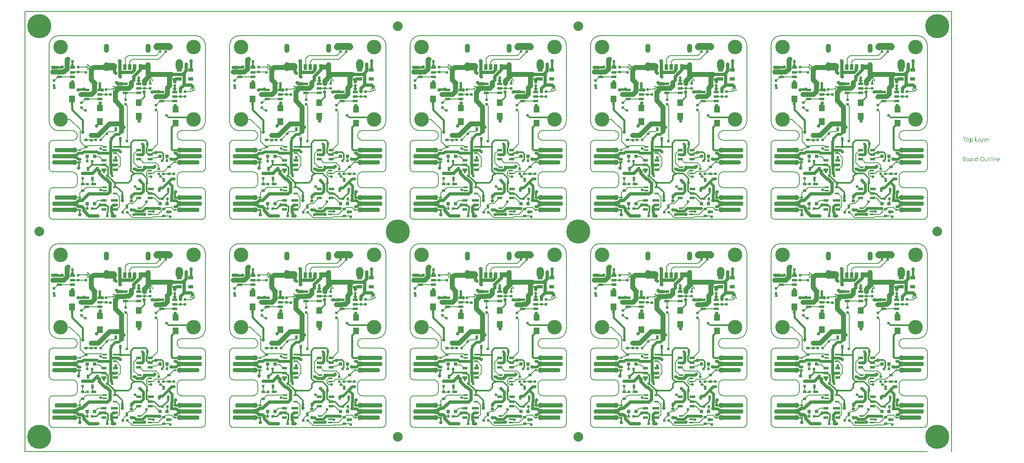
<source format=gtl>
G04*
G04 #@! TF.GenerationSoftware,Altium Limited,Altium Designer,21.5.1 (32)*
G04*
G04 Layer_Physical_Order=1*
G04 Layer_Color=255*
%FSAX25Y25*%
%MOIN*%
G70*
G04*
G04 #@! TF.SameCoordinates,E99C0FF3-4C0A-44BC-87B1-091C8A248283*
G04*
G04*
G04 #@! TF.FilePolarity,Positive*
G04*
G01*
G75*
%ADD10C,0.07874*%
%ADD11R,0.04331X0.05315*%
%ADD12R,0.01968X0.02165*%
%ADD13R,0.02165X0.01968*%
%ADD14O,0.01000X0.01001*%
%ADD15C,0.01600*%
%ADD16C,0.00100*%
%ADD17R,0.03150X0.03150*%
%ADD18R,0.03937X0.02362*%
%ADD19R,0.03150X0.04724*%
%ADD20R,0.02992X0.04724*%
%ADD21R,0.02756X0.04724*%
%ADD22O,0.01001X0.01000*%
%ADD23R,0.03150X0.02362*%
%ADD24R,0.02165X0.01968*%
%ADD25R,0.02362X0.03543*%
%ADD26R,0.03543X0.01575*%
%ADD27R,0.04724X0.05118*%
%ADD28R,0.04724X0.05315*%
%ADD29R,0.01968X0.02165*%
%ADD30R,0.01181X0.02165*%
G04:AMPARAMS|DCode=31|XSize=35.43mil|YSize=169.29mil|CornerRadius=13.82mil|HoleSize=0mil|Usage=FLASHONLY|Rotation=270.000|XOffset=0mil|YOffset=0mil|HoleType=Round|Shape=RoundedRectangle|*
%AMROUNDEDRECTD31*
21,1,0.03543,0.14165,0,0,270.0*
21,1,0.00780,0.16929,0,0,270.0*
1,1,0.02764,-0.07083,-0.00390*
1,1,0.02764,-0.07083,0.00390*
1,1,0.02764,0.07083,0.00390*
1,1,0.02764,0.07083,-0.00390*
%
%ADD31ROUNDEDRECTD31*%
G04:AMPARAMS|DCode=32|XSize=35.43mil|YSize=188.98mil|CornerRadius=13.82mil|HoleSize=0mil|Usage=FLASHONLY|Rotation=270.000|XOffset=0mil|YOffset=0mil|HoleType=Round|Shape=RoundedRectangle|*
%AMROUNDEDRECTD32*
21,1,0.03543,0.16134,0,0,270.0*
21,1,0.00780,0.18898,0,0,270.0*
1,1,0.02764,-0.08067,-0.00390*
1,1,0.02764,-0.08067,0.00390*
1,1,0.02764,0.08067,0.00390*
1,1,0.02764,0.08067,-0.00390*
%
%ADD32ROUNDEDRECTD32*%
%ADD33R,0.02165X0.01181*%
%ADD34R,0.03937X0.02756*%
%ADD35C,0.02362*%
%ADD36C,0.03937*%
%ADD37C,0.01968*%
%ADD38C,0.05906*%
%ADD39C,0.02756*%
%ADD40C,0.00787*%
%ADD41C,0.05512*%
%ADD42C,0.01378*%
%ADD43C,0.01575*%
%ADD44C,0.19685*%
%ADD45C,0.11811*%
G04:AMPARAMS|DCode=46|XSize=43.31mil|YSize=70.87mil|CornerRadius=19.49mil|HoleSize=0mil|Usage=FLASHONLY|Rotation=180.000|XOffset=0mil|YOffset=0mil|HoleType=Round|Shape=RoundedRectangle|*
%AMROUNDEDRECTD46*
21,1,0.04331,0.03189,0,0,180.0*
21,1,0.00433,0.07087,0,0,180.0*
1,1,0.03898,-0.00217,0.01595*
1,1,0.03898,0.00217,0.01595*
1,1,0.03898,0.00217,-0.01595*
1,1,0.03898,-0.00217,-0.01595*
%
%ADD46ROUNDEDRECTD46*%
%ADD47C,0.04370*%
%ADD48C,0.02756*%
%ADD49C,0.02362*%
G36*
X0620149Y0295618D02*
X0620733Y0295155D01*
X0621132Y0294526D01*
X0621217Y0294163D01*
X0622481D01*
X0622774Y0293869D01*
Y0293454D01*
X0622481Y0293160D01*
X0622273D01*
X0621217Y0293160D01*
X0621132Y0292797D01*
X0620733Y0292168D01*
X0620149Y0291705D01*
X0619446Y0291460D01*
X0618993D01*
X0618846Y0291521D01*
X0618733Y0291634D01*
X0618672Y0291782D01*
Y0291862D01*
Y0291941D01*
X0618733Y0292089D01*
X0618846Y0292202D01*
X0618993Y0292263D01*
X0619073D01*
X0619346Y0292290D01*
X0619850Y0292499D01*
X0620236Y0292884D01*
X0620445Y0293389D01*
X0620471Y0293661D01*
X0620445Y0293934D01*
X0620236Y0294438D01*
X0619850Y0294824D01*
X0619346Y0295033D01*
X0619073Y0295060D01*
X0618993D01*
X0618846Y0295121D01*
X0618733Y0295234D01*
X0618672Y0295382D01*
Y0295462D01*
Y0295541D01*
X0618733Y0295689D01*
X0618846Y0295802D01*
X0618993Y0295863D01*
X0619446D01*
X0620149Y0295618D01*
D02*
G37*
G36*
X0473145D02*
X0473729Y0295155D01*
X0474128Y0294526D01*
X0474213Y0294163D01*
X0475477D01*
X0475771Y0293869D01*
Y0293454D01*
X0475477Y0293160D01*
X0475269D01*
X0474213Y0293160D01*
X0474128Y0292797D01*
X0473729Y0292168D01*
X0473145Y0291705D01*
X0472441Y0291460D01*
X0471989D01*
X0471842Y0291521D01*
X0471729Y0291634D01*
X0471667Y0291782D01*
Y0291862D01*
Y0291941D01*
X0471729Y0292089D01*
X0471842Y0292202D01*
X0471989Y0292263D01*
X0472069D01*
X0472342Y0292290D01*
X0472846Y0292499D01*
X0473232Y0292884D01*
X0473441Y0293389D01*
X0473467Y0293661D01*
X0473441Y0293934D01*
X0473232Y0294438D01*
X0472846Y0294824D01*
X0472342Y0295033D01*
X0472069Y0295060D01*
X0471989D01*
X0471842Y0295121D01*
X0471729Y0295234D01*
X0471667Y0295382D01*
Y0295462D01*
Y0295541D01*
X0471729Y0295689D01*
X0471842Y0295802D01*
X0471989Y0295863D01*
X0472441D01*
X0473145Y0295618D01*
D02*
G37*
G36*
X0326141D02*
X0326725Y0295155D01*
X0327124Y0294526D01*
X0327209Y0294163D01*
X0328473D01*
X0328766Y0293869D01*
Y0293454D01*
X0328473Y0293160D01*
X0328265D01*
X0327209Y0293160D01*
X0327124Y0292797D01*
X0326725Y0292168D01*
X0326141Y0291705D01*
X0325437Y0291460D01*
X0324985D01*
X0324838Y0291521D01*
X0324725Y0291634D01*
X0324663Y0291782D01*
Y0291862D01*
Y0291941D01*
X0324725Y0292089D01*
X0324838Y0292202D01*
X0324985Y0292263D01*
X0325065D01*
X0325338Y0292290D01*
X0325842Y0292499D01*
X0326228Y0292884D01*
X0326437Y0293389D01*
X0326464Y0293661D01*
X0326437Y0293934D01*
X0326228Y0294438D01*
X0325842Y0294824D01*
X0325338Y0295033D01*
X0325065Y0295060D01*
X0324985D01*
X0324838Y0295121D01*
X0324725Y0295234D01*
X0324663Y0295382D01*
Y0295462D01*
Y0295541D01*
X0324725Y0295689D01*
X0324838Y0295802D01*
X0324985Y0295863D01*
X0325437D01*
X0326141Y0295618D01*
D02*
G37*
G36*
X0179137D02*
X0179721Y0295155D01*
X0180120Y0294526D01*
X0180205Y0294163D01*
X0181469D01*
X0181763Y0293869D01*
Y0293454D01*
X0181469Y0293160D01*
X0181261D01*
X0180205Y0293160D01*
X0180120Y0292797D01*
X0179721Y0292168D01*
X0179137Y0291705D01*
X0178434Y0291460D01*
X0177981D01*
X0177834Y0291521D01*
X0177721Y0291634D01*
X0177660Y0291782D01*
Y0291862D01*
Y0291941D01*
X0177721Y0292089D01*
X0177834Y0292202D01*
X0177981Y0292263D01*
X0178061D01*
X0178334Y0292290D01*
X0178838Y0292499D01*
X0179224Y0292884D01*
X0179433Y0293389D01*
X0179460Y0293661D01*
X0179433Y0293934D01*
X0179224Y0294438D01*
X0178838Y0294824D01*
X0178334Y0295033D01*
X0178061Y0295060D01*
X0177981D01*
X0177834Y0295121D01*
X0177721Y0295234D01*
X0177660Y0295382D01*
Y0295462D01*
Y0295541D01*
X0177721Y0295689D01*
X0177834Y0295802D01*
X0177981Y0295863D01*
X0178434D01*
X0179137Y0295618D01*
D02*
G37*
G36*
X0032133D02*
X0032717Y0295155D01*
X0033116Y0294526D01*
X0033201Y0294163D01*
X0034465D01*
X0034759Y0293869D01*
Y0293454D01*
X0034465Y0293160D01*
X0034257D01*
X0033201Y0293160D01*
X0033116Y0292797D01*
X0032717Y0292168D01*
X0032133Y0291705D01*
X0031430Y0291460D01*
X0030977D01*
X0030830Y0291521D01*
X0030717Y0291634D01*
X0030656Y0291782D01*
Y0291862D01*
Y0291941D01*
X0030717Y0292089D01*
X0030830Y0292202D01*
X0030977Y0292263D01*
X0031057D01*
X0031330Y0292290D01*
X0031834Y0292499D01*
X0032220Y0292884D01*
X0032429Y0293389D01*
X0032456Y0293661D01*
X0032429Y0293934D01*
X0032220Y0294438D01*
X0031834Y0294824D01*
X0031330Y0295033D01*
X0031057Y0295060D01*
X0030977D01*
X0030830Y0295121D01*
X0030717Y0295234D01*
X0030656Y0295382D01*
Y0295462D01*
Y0295541D01*
X0030717Y0295689D01*
X0030830Y0295802D01*
X0030977Y0295863D01*
X0031430D01*
X0032133Y0295618D01*
D02*
G37*
G36*
X0671074Y0285825D02*
Y0285617D01*
Y0284561D01*
X0671437Y0284476D01*
X0672066Y0284077D01*
X0672529Y0283493D01*
X0672774Y0282790D01*
Y0282417D01*
Y0282337D01*
X0672713Y0282190D01*
X0672600Y0282077D01*
X0672453Y0282016D01*
X0672293D01*
X0672146Y0282077D01*
X0672033Y0282190D01*
X0671971Y0282337D01*
Y0282417D01*
X0671945Y0282690D01*
X0671736Y0283194D01*
X0671350Y0283580D01*
X0670846Y0283789D01*
X0670573Y0283816D01*
X0670300Y0283789D01*
X0669796Y0283580D01*
X0669410Y0283194D01*
X0669201Y0282690D01*
X0669174Y0282417D01*
Y0282337D01*
X0669113Y0282190D01*
X0669000Y0282077D01*
X0668853Y0282016D01*
X0668693D01*
X0668545Y0282077D01*
X0668433Y0282190D01*
X0668371Y0282337D01*
Y0282417D01*
Y0282790D01*
X0668617Y0283493D01*
X0669079Y0284077D01*
X0669709Y0284476D01*
X0670071Y0284561D01*
Y0284561D01*
Y0285617D01*
Y0285825D01*
X0670365Y0286119D01*
X0670781D01*
X0671074Y0285825D01*
D02*
G37*
G36*
X0524071D02*
Y0285617D01*
Y0284561D01*
X0524433Y0284476D01*
X0525062Y0284077D01*
X0525525Y0283493D01*
X0525771Y0282790D01*
Y0282417D01*
Y0282337D01*
X0525709Y0282190D01*
X0525596Y0282077D01*
X0525449Y0282016D01*
X0525289D01*
X0525141Y0282077D01*
X0525029Y0282190D01*
X0524967Y0282337D01*
Y0282417D01*
X0524941Y0282690D01*
X0524732Y0283194D01*
X0524346Y0283580D01*
X0523842Y0283789D01*
X0523569Y0283816D01*
X0523296Y0283789D01*
X0522792Y0283580D01*
X0522406Y0283194D01*
X0522197Y0282690D01*
X0522170Y0282417D01*
Y0282337D01*
X0522109Y0282190D01*
X0521996Y0282077D01*
X0521849Y0282016D01*
X0521689D01*
X0521542Y0282077D01*
X0521429Y0282190D01*
X0521368Y0282337D01*
Y0282417D01*
Y0282790D01*
X0521613Y0283493D01*
X0522076Y0284077D01*
X0522705Y0284476D01*
X0523068Y0284561D01*
Y0284561D01*
Y0285617D01*
Y0285825D01*
X0523361Y0286119D01*
X0523777D01*
X0524071Y0285825D01*
D02*
G37*
G36*
X0377066D02*
Y0285617D01*
Y0284561D01*
X0377429Y0284476D01*
X0378059Y0284077D01*
X0378521Y0283493D01*
X0378766Y0282790D01*
Y0282417D01*
Y0282337D01*
X0378705Y0282190D01*
X0378592Y0282077D01*
X0378445Y0282016D01*
X0378285D01*
X0378138Y0282077D01*
X0378025Y0282190D01*
X0377963Y0282337D01*
Y0282417D01*
X0377937Y0282690D01*
X0377728Y0283194D01*
X0377342Y0283580D01*
X0376838Y0283789D01*
X0376565Y0283816D01*
X0376292Y0283789D01*
X0375788Y0283580D01*
X0375402Y0283194D01*
X0375193Y0282690D01*
X0375167Y0282417D01*
Y0282337D01*
X0375105Y0282190D01*
X0374992Y0282077D01*
X0374845Y0282016D01*
X0374685D01*
X0374538Y0282077D01*
X0374425Y0282190D01*
X0374363Y0282337D01*
Y0282417D01*
Y0282790D01*
X0374609Y0283493D01*
X0375072Y0284077D01*
X0375701Y0284476D01*
X0376063Y0284561D01*
Y0284561D01*
Y0285617D01*
Y0285825D01*
X0376357Y0286119D01*
X0376773D01*
X0377066Y0285825D01*
D02*
G37*
G36*
X0230063D02*
Y0285617D01*
Y0284561D01*
X0230425Y0284476D01*
X0231054Y0284077D01*
X0231517Y0283493D01*
X0231763Y0282790D01*
Y0282417D01*
Y0282337D01*
X0231701Y0282190D01*
X0231589Y0282077D01*
X0231441Y0282016D01*
X0231281D01*
X0231134Y0282077D01*
X0231021Y0282190D01*
X0230960Y0282337D01*
Y0282417D01*
X0230933Y0282690D01*
X0230724Y0283194D01*
X0230338Y0283580D01*
X0229834Y0283789D01*
X0229561Y0283816D01*
X0229288Y0283789D01*
X0228784Y0283580D01*
X0228398Y0283194D01*
X0228189Y0282690D01*
X0228163Y0282417D01*
Y0282337D01*
X0228101Y0282190D01*
X0227989Y0282077D01*
X0227841Y0282016D01*
X0227681D01*
X0227534Y0282077D01*
X0227421Y0282190D01*
X0227360Y0282337D01*
Y0282417D01*
Y0282790D01*
X0227605Y0283493D01*
X0228068Y0284077D01*
X0228697Y0284476D01*
X0229060Y0284561D01*
Y0284561D01*
Y0285617D01*
Y0285825D01*
X0229353Y0286119D01*
X0229769D01*
X0230063Y0285825D01*
D02*
G37*
G36*
X0083059D02*
Y0285617D01*
Y0284561D01*
X0083421Y0284476D01*
X0084051Y0284077D01*
X0084513Y0283493D01*
X0084759Y0282790D01*
Y0282417D01*
Y0282337D01*
X0084698Y0282190D01*
X0084584Y0282077D01*
X0084437Y0282016D01*
X0084277D01*
X0084130Y0282077D01*
X0084017Y0282190D01*
X0083956Y0282337D01*
Y0282417D01*
X0083929Y0282690D01*
X0083720Y0283194D01*
X0083334Y0283580D01*
X0082830Y0283789D01*
X0082557Y0283816D01*
X0082284Y0283789D01*
X0081780Y0283580D01*
X0081394Y0283194D01*
X0081186Y0282690D01*
X0081159Y0282417D01*
Y0282337D01*
X0081098Y0282190D01*
X0080984Y0282077D01*
X0080837Y0282016D01*
X0080677D01*
X0080530Y0282077D01*
X0080417Y0282190D01*
X0080356Y0282337D01*
Y0282417D01*
Y0282790D01*
X0080601Y0283493D01*
X0081064Y0284077D01*
X0081693Y0284476D01*
X0082056Y0284561D01*
Y0284561D01*
Y0285617D01*
Y0285825D01*
X0082349Y0286119D01*
X0082765D01*
X0083059Y0285825D01*
D02*
G37*
G36*
X0705425Y0278136D02*
Y0277928D01*
Y0276872D01*
X0705788Y0276787D01*
X0706417Y0276388D01*
X0706880Y0275804D01*
X0707125Y0275101D01*
Y0274728D01*
Y0274648D01*
X0707064Y0274501D01*
X0706951Y0274388D01*
X0706803Y0274327D01*
X0706643D01*
X0706496Y0274388D01*
X0706383Y0274501D01*
X0706322Y0274648D01*
Y0274728D01*
X0706295Y0275001D01*
X0706086Y0275505D01*
X0705700Y0275891D01*
X0705196Y0276100D01*
X0704923Y0276127D01*
X0704650Y0276100D01*
X0704146Y0275891D01*
X0703760Y0275505D01*
X0703552Y0275001D01*
X0703525Y0274728D01*
Y0274648D01*
X0703464Y0274501D01*
X0703351Y0274388D01*
X0703203Y0274327D01*
X0703044D01*
X0702896Y0274388D01*
X0702783Y0274501D01*
X0702722Y0274648D01*
Y0274728D01*
Y0275101D01*
X0702967Y0275804D01*
X0703430Y0276388D01*
X0704059Y0276787D01*
X0704422Y0276872D01*
Y0276872D01*
Y0277928D01*
Y0278136D01*
X0704716Y0278430D01*
X0705131D01*
X0705425Y0278136D01*
D02*
G37*
G36*
X0558421D02*
Y0277928D01*
Y0276872D01*
X0558784Y0276787D01*
X0559413Y0276388D01*
X0559876Y0275804D01*
X0560121Y0275101D01*
Y0274728D01*
Y0274648D01*
X0560060Y0274501D01*
X0559947Y0274388D01*
X0559799Y0274327D01*
X0559640D01*
X0559492Y0274388D01*
X0559379Y0274501D01*
X0559318Y0274648D01*
Y0274728D01*
X0559291Y0275001D01*
X0559082Y0275505D01*
X0558696Y0275891D01*
X0558192Y0276100D01*
X0557919Y0276127D01*
X0557647Y0276100D01*
X0557142Y0275891D01*
X0556756Y0275505D01*
X0556548Y0275001D01*
X0556521Y0274728D01*
Y0274648D01*
X0556460Y0274501D01*
X0556347Y0274388D01*
X0556199Y0274327D01*
X0556039D01*
X0555892Y0274388D01*
X0555779Y0274501D01*
X0555718Y0274648D01*
Y0274728D01*
Y0275101D01*
X0555963Y0275804D01*
X0556426Y0276388D01*
X0557055Y0276787D01*
X0557418Y0276872D01*
Y0276872D01*
Y0277928D01*
Y0278136D01*
X0557712Y0278430D01*
X0558127D01*
X0558421Y0278136D01*
D02*
G37*
G36*
X0411417D02*
Y0277928D01*
Y0276872D01*
X0411780Y0276787D01*
X0412409Y0276388D01*
X0412872Y0275804D01*
X0413117Y0275101D01*
Y0274728D01*
Y0274648D01*
X0413056Y0274501D01*
X0412943Y0274388D01*
X0412795Y0274327D01*
X0412636D01*
X0412488Y0274388D01*
X0412375Y0274501D01*
X0412314Y0274648D01*
Y0274728D01*
X0412287Y0275001D01*
X0412078Y0275505D01*
X0411692Y0275891D01*
X0411188Y0276100D01*
X0410915Y0276127D01*
X0410643Y0276100D01*
X0410138Y0275891D01*
X0409753Y0275505D01*
X0409544Y0275001D01*
X0409517Y0274728D01*
Y0274648D01*
X0409456Y0274501D01*
X0409343Y0274388D01*
X0409195Y0274327D01*
X0409035D01*
X0408888Y0274388D01*
X0408775Y0274501D01*
X0408714Y0274648D01*
Y0274728D01*
Y0275101D01*
X0408959Y0275804D01*
X0409422Y0276388D01*
X0410051Y0276787D01*
X0410414Y0276872D01*
Y0276872D01*
Y0277928D01*
Y0278136D01*
X0410708Y0278430D01*
X0411123D01*
X0411417Y0278136D01*
D02*
G37*
G36*
X0264413D02*
Y0277928D01*
Y0276872D01*
X0264776Y0276787D01*
X0265405Y0276388D01*
X0265868Y0275804D01*
X0266113Y0275101D01*
Y0274728D01*
Y0274648D01*
X0266052Y0274501D01*
X0265939Y0274388D01*
X0265791Y0274327D01*
X0265632D01*
X0265484Y0274388D01*
X0265371Y0274501D01*
X0265310Y0274648D01*
Y0274728D01*
X0265283Y0275001D01*
X0265074Y0275505D01*
X0264688Y0275891D01*
X0264184Y0276100D01*
X0263912Y0276127D01*
X0263639Y0276100D01*
X0263135Y0275891D01*
X0262749Y0275505D01*
X0262540Y0275001D01*
X0262513Y0274728D01*
Y0274648D01*
X0262452Y0274501D01*
X0262339Y0274388D01*
X0262191Y0274327D01*
X0262032D01*
X0261884Y0274388D01*
X0261771Y0274501D01*
X0261710Y0274648D01*
Y0274728D01*
Y0275101D01*
X0261955Y0275804D01*
X0262418Y0276388D01*
X0263047Y0276787D01*
X0263410Y0276872D01*
Y0276872D01*
Y0277928D01*
Y0278136D01*
X0263704Y0278430D01*
X0264119D01*
X0264413Y0278136D01*
D02*
G37*
G36*
X0117409D02*
Y0277928D01*
Y0276872D01*
X0117772Y0276787D01*
X0118401Y0276388D01*
X0118864Y0275804D01*
X0119109Y0275101D01*
Y0274728D01*
Y0274648D01*
X0119048Y0274501D01*
X0118935Y0274388D01*
X0118787Y0274327D01*
X0118628D01*
X0118480Y0274388D01*
X0118367Y0274501D01*
X0118306Y0274648D01*
Y0274728D01*
X0118279Y0275001D01*
X0118070Y0275505D01*
X0117684Y0275891D01*
X0117180Y0276100D01*
X0116908Y0276127D01*
X0116635Y0276100D01*
X0116130Y0275891D01*
X0115745Y0275505D01*
X0115536Y0275001D01*
X0115509Y0274728D01*
Y0274648D01*
X0115448Y0274501D01*
X0115335Y0274388D01*
X0115187Y0274327D01*
X0115028D01*
X0114880Y0274388D01*
X0114767Y0274501D01*
X0114706Y0274648D01*
Y0274728D01*
Y0275101D01*
X0114951Y0275804D01*
X0115414Y0276388D01*
X0116043Y0276787D01*
X0116406Y0276872D01*
Y0276872D01*
Y0277928D01*
Y0278136D01*
X0116700Y0278430D01*
X0117115D01*
X0117409Y0278136D01*
D02*
G37*
G36*
X0641384Y0277977D02*
X0641967Y0277514D01*
X0642367Y0276885D01*
X0642451Y0276522D01*
X0643715D01*
X0644009Y0276228D01*
Y0275813D01*
X0643715Y0275519D01*
X0643508D01*
X0642451Y0275519D01*
X0642367Y0275156D01*
X0641967Y0274527D01*
X0641384Y0274064D01*
X0640680Y0273819D01*
X0640228D01*
X0640080Y0273880D01*
X0639967Y0273993D01*
X0639906Y0274141D01*
Y0274220D01*
Y0274300D01*
X0639967Y0274448D01*
X0640080Y0274561D01*
X0640228Y0274622D01*
X0640308D01*
X0640581Y0274649D01*
X0641085Y0274857D01*
X0641470Y0275243D01*
X0641679Y0275747D01*
X0641706Y0276020D01*
X0641679Y0276293D01*
X0641470Y0276797D01*
X0641085Y0277183D01*
X0640581Y0277392D01*
X0640308Y0277419D01*
X0640228D01*
X0640080Y0277480D01*
X0639967Y0277593D01*
X0639906Y0277741D01*
Y0277820D01*
Y0277900D01*
X0639967Y0278048D01*
X0640080Y0278161D01*
X0640228Y0278222D01*
X0640680D01*
X0641384Y0277977D01*
D02*
G37*
G36*
X0494380D02*
X0494964Y0277514D01*
X0495363Y0276885D01*
X0495447Y0276522D01*
X0496711D01*
X0497005Y0276228D01*
Y0275813D01*
X0496711Y0275519D01*
X0496504D01*
X0495447Y0275519D01*
X0495363Y0275156D01*
X0494964Y0274527D01*
X0494380Y0274064D01*
X0493676Y0273819D01*
X0493224D01*
X0493076Y0273880D01*
X0492963Y0273993D01*
X0492902Y0274141D01*
Y0274220D01*
Y0274300D01*
X0492963Y0274448D01*
X0493076Y0274561D01*
X0493224Y0274622D01*
X0493304D01*
X0493577Y0274649D01*
X0494081Y0274857D01*
X0494467Y0275243D01*
X0494675Y0275747D01*
X0494702Y0276020D01*
X0494675Y0276293D01*
X0494467Y0276797D01*
X0494081Y0277183D01*
X0493577Y0277392D01*
X0493304Y0277419D01*
X0493224D01*
X0493076Y0277480D01*
X0492963Y0277593D01*
X0492902Y0277741D01*
Y0277820D01*
Y0277900D01*
X0492963Y0278048D01*
X0493076Y0278161D01*
X0493224Y0278222D01*
X0493676D01*
X0494380Y0277977D01*
D02*
G37*
G36*
X0347376D02*
X0347960Y0277514D01*
X0348359Y0276885D01*
X0348443Y0276522D01*
X0349708D01*
X0350001Y0276228D01*
Y0275813D01*
X0349708Y0275519D01*
X0349500D01*
X0348443Y0275519D01*
X0348359Y0275156D01*
X0347960Y0274527D01*
X0347376Y0274064D01*
X0346672Y0273819D01*
X0346220D01*
X0346072Y0273880D01*
X0345959Y0273993D01*
X0345898Y0274141D01*
Y0274220D01*
Y0274300D01*
X0345959Y0274448D01*
X0346072Y0274561D01*
X0346220Y0274622D01*
X0346300D01*
X0346573Y0274649D01*
X0347077Y0274857D01*
X0347463Y0275243D01*
X0347671Y0275747D01*
X0347698Y0276020D01*
X0347671Y0276293D01*
X0347463Y0276797D01*
X0347077Y0277183D01*
X0346573Y0277392D01*
X0346300Y0277419D01*
X0346220D01*
X0346072Y0277480D01*
X0345959Y0277593D01*
X0345898Y0277741D01*
Y0277820D01*
Y0277900D01*
X0345959Y0278048D01*
X0346072Y0278161D01*
X0346220Y0278222D01*
X0346672D01*
X0347376Y0277977D01*
D02*
G37*
G36*
X0200372D02*
X0200956Y0277514D01*
X0201355Y0276885D01*
X0201439Y0276522D01*
X0202704D01*
X0202997Y0276228D01*
Y0275813D01*
X0202704Y0275519D01*
X0202496D01*
X0201439Y0275519D01*
X0201355Y0275156D01*
X0200956Y0274527D01*
X0200372Y0274064D01*
X0199668Y0273819D01*
X0199216D01*
X0199068Y0273880D01*
X0198956Y0273993D01*
X0198894Y0274141D01*
Y0274220D01*
Y0274300D01*
X0198956Y0274448D01*
X0199068Y0274561D01*
X0199216Y0274622D01*
X0199296D01*
X0199569Y0274649D01*
X0200073Y0274857D01*
X0200459Y0275243D01*
X0200668Y0275747D01*
X0200694Y0276020D01*
X0200668Y0276293D01*
X0200459Y0276797D01*
X0200073Y0277183D01*
X0199569Y0277392D01*
X0199296Y0277419D01*
X0199216D01*
X0199068Y0277480D01*
X0198956Y0277593D01*
X0198894Y0277741D01*
Y0277820D01*
Y0277900D01*
X0198956Y0278048D01*
X0199068Y0278161D01*
X0199216Y0278222D01*
X0199668D01*
X0200372Y0277977D01*
D02*
G37*
G36*
X0053368D02*
X0053952Y0277514D01*
X0054351Y0276885D01*
X0054435Y0276522D01*
X0055700D01*
X0055993Y0276228D01*
Y0275813D01*
X0055700Y0275519D01*
X0055492D01*
X0054435Y0275519D01*
X0054351Y0275156D01*
X0053952Y0274527D01*
X0053368Y0274064D01*
X0052664Y0273819D01*
X0052212D01*
X0052064Y0273880D01*
X0051951Y0273993D01*
X0051890Y0274141D01*
Y0274220D01*
Y0274300D01*
X0051951Y0274448D01*
X0052064Y0274561D01*
X0052212Y0274622D01*
X0052292D01*
X0052565Y0274649D01*
X0053069Y0274857D01*
X0053455Y0275243D01*
X0053663Y0275747D01*
X0053690Y0276020D01*
X0053663Y0276293D01*
X0053455Y0276797D01*
X0053069Y0277183D01*
X0052565Y0277392D01*
X0052292Y0277419D01*
X0052212D01*
X0052064Y0277480D01*
X0051951Y0277593D01*
X0051890Y0277741D01*
Y0277820D01*
Y0277900D01*
X0051951Y0278048D01*
X0052064Y0278161D01*
X0052212Y0278222D01*
X0052664D01*
X0053368Y0277977D01*
D02*
G37*
G36*
X0751534Y0235536D02*
X0751577Y0235530D01*
X0751620Y0235524D01*
X0751732Y0235499D01*
X0751856Y0235462D01*
X0751979Y0235400D01*
X0752041Y0235363D01*
X0752103Y0235314D01*
X0752159Y0235264D01*
X0752214Y0235202D01*
X0752221Y0235196D01*
X0752227Y0235190D01*
X0752239Y0235165D01*
X0752258Y0235140D01*
X0752276Y0235109D01*
X0752301Y0235066D01*
X0752326Y0235016D01*
X0752351Y0234967D01*
X0752376Y0234905D01*
X0752400Y0234837D01*
X0752425Y0234763D01*
X0752444Y0234682D01*
X0752474Y0234503D01*
X0752487Y0234403D01*
Y0234298D01*
Y0234292D01*
Y0234274D01*
Y0234236D01*
X0752481Y0234193D01*
Y0234143D01*
X0752468Y0234082D01*
X0752462Y0234014D01*
X0752450Y0233939D01*
X0752413Y0233778D01*
X0752357Y0233611D01*
X0752320Y0233531D01*
X0752283Y0233450D01*
X0752233Y0233370D01*
X0752177Y0233295D01*
X0752171Y0233289D01*
X0752165Y0233277D01*
X0752146Y0233258D01*
X0752122Y0233240D01*
X0752091Y0233209D01*
X0752054Y0233178D01*
X0752010Y0233141D01*
X0751961Y0233110D01*
X0751905Y0233073D01*
X0751843Y0233035D01*
X0751695Y0232980D01*
X0751614Y0232955D01*
X0751534Y0232937D01*
X0751441Y0232924D01*
X0751342Y0232918D01*
X0751292D01*
X0751261Y0232924D01*
X0751218Y0232930D01*
X0751175Y0232943D01*
X0751063Y0232967D01*
X0750946Y0233017D01*
X0750878Y0233054D01*
X0750816Y0233091D01*
X0750754Y0233141D01*
X0750698Y0233196D01*
X0750636Y0233258D01*
X0750587Y0233333D01*
X0750574D01*
Y0231822D01*
X0750172D01*
Y0235487D01*
X0750574D01*
Y0235041D01*
X0750587D01*
X0750593Y0235047D01*
X0750599Y0235066D01*
X0750618Y0235091D01*
X0750642Y0235122D01*
X0750673Y0235159D01*
X0750710Y0235202D01*
X0750754Y0235245D01*
X0750809Y0235295D01*
X0750865Y0235338D01*
X0750927Y0235382D01*
X0751001Y0235425D01*
X0751076Y0235462D01*
X0751162Y0235499D01*
X0751255Y0235524D01*
X0751348Y0235536D01*
X0751453Y0235542D01*
X0751503D01*
X0751534Y0235536D01*
D02*
G37*
G36*
X0765647Y0235524D02*
X0765721Y0235518D01*
X0765764Y0235505D01*
X0765795Y0235493D01*
Y0235078D01*
X0765789Y0235084D01*
X0765777Y0235091D01*
X0765752Y0235103D01*
X0765721Y0235122D01*
X0765678Y0235134D01*
X0765622Y0235146D01*
X0765560Y0235153D01*
X0765492Y0235159D01*
X0765480D01*
X0765449Y0235153D01*
X0765399Y0235146D01*
X0765344Y0235128D01*
X0765269Y0235097D01*
X0765201Y0235053D01*
X0765127Y0234992D01*
X0765059Y0234911D01*
X0765053Y0234899D01*
X0765034Y0234868D01*
X0765003Y0234812D01*
X0764972Y0234738D01*
X0764941Y0234645D01*
X0764910Y0234527D01*
X0764892Y0234397D01*
X0764886Y0234249D01*
Y0232974D01*
X0764483D01*
Y0235487D01*
X0764886D01*
Y0234967D01*
X0764898D01*
Y0234973D01*
X0764904Y0234979D01*
X0764916Y0235010D01*
X0764935Y0235060D01*
X0764966Y0235122D01*
X0764997Y0235184D01*
X0765046Y0235251D01*
X0765096Y0235320D01*
X0765158Y0235382D01*
X0765164Y0235388D01*
X0765189Y0235406D01*
X0765226Y0235431D01*
X0765275Y0235456D01*
X0765331Y0235481D01*
X0765399Y0235505D01*
X0765474Y0235524D01*
X0765554Y0235530D01*
X0765610D01*
X0765647Y0235524D01*
D02*
G37*
G36*
X0760268Y0232571D02*
X0760261Y0232565D01*
X0760255Y0232540D01*
X0760237Y0232497D01*
X0760212Y0232448D01*
X0760181Y0232392D01*
X0760138Y0232324D01*
X0760094Y0232256D01*
X0760045Y0232181D01*
X0759983Y0232107D01*
X0759921Y0232039D01*
X0759847Y0231971D01*
X0759766Y0231915D01*
X0759686Y0231866D01*
X0759593Y0231822D01*
X0759500Y0231798D01*
X0759395Y0231791D01*
X0759339D01*
X0759302Y0231798D01*
X0759222Y0231810D01*
X0759135Y0231828D01*
Y0232188D01*
X0759141D01*
X0759160Y0232181D01*
X0759185Y0232175D01*
X0759215Y0232169D01*
X0759290Y0232150D01*
X0759370Y0232144D01*
X0759382D01*
X0759420Y0232150D01*
X0759475Y0232163D01*
X0759544Y0232188D01*
X0759618Y0232231D01*
X0759655Y0232262D01*
X0759692Y0232299D01*
X0759729Y0232336D01*
X0759766Y0232386D01*
X0759797Y0232441D01*
X0759828Y0232503D01*
X0760033Y0232974D01*
X0759048Y0235487D01*
X0759494D01*
X0760175Y0233549D01*
Y0233543D01*
X0760181Y0233531D01*
X0760187Y0233512D01*
X0760193Y0233487D01*
X0760200Y0233450D01*
X0760212Y0233413D01*
X0760224Y0233357D01*
X0760243D01*
Y0233370D01*
X0760255Y0233407D01*
X0760268Y0233463D01*
X0760292Y0233543D01*
X0761004Y0235487D01*
X0761419D01*
X0760268Y0232571D01*
D02*
G37*
G36*
X0757860Y0235536D02*
X0757915Y0235530D01*
X0757984Y0235511D01*
X0758058Y0235493D01*
X0758138Y0235462D01*
X0758225Y0235425D01*
X0758306Y0235375D01*
X0758386Y0235314D01*
X0758460Y0235239D01*
X0758528Y0235146D01*
X0758584Y0235041D01*
X0758627Y0234917D01*
X0758652Y0234775D01*
X0758665Y0234608D01*
Y0232974D01*
X0758262D01*
Y0233364D01*
X0758250D01*
Y0233357D01*
X0758237Y0233345D01*
X0758225Y0233320D01*
X0758200Y0233295D01*
X0758138Y0233221D01*
X0758058Y0233141D01*
X0757946Y0233060D01*
X0757817Y0232986D01*
X0757736Y0232961D01*
X0757655Y0232937D01*
X0757569Y0232924D01*
X0757476Y0232918D01*
X0757439D01*
X0757414Y0232924D01*
X0757346Y0232930D01*
X0757266Y0232943D01*
X0757166Y0232967D01*
X0757074Y0232998D01*
X0756975Y0233048D01*
X0756888Y0233110D01*
X0756882Y0233122D01*
X0756857Y0233147D01*
X0756820Y0233190D01*
X0756783Y0233252D01*
X0756746Y0233327D01*
X0756708Y0233413D01*
X0756684Y0233518D01*
X0756677Y0233636D01*
Y0233642D01*
Y0233667D01*
X0756684Y0233704D01*
X0756690Y0233747D01*
X0756702Y0233803D01*
X0756721Y0233865D01*
X0756746Y0233933D01*
X0756783Y0234001D01*
X0756826Y0234075D01*
X0756882Y0234150D01*
X0756950Y0234218D01*
X0757030Y0234280D01*
X0757123Y0234342D01*
X0757235Y0234391D01*
X0757358Y0234428D01*
X0757507Y0234459D01*
X0758262Y0234564D01*
Y0234571D01*
Y0234589D01*
X0758256Y0234626D01*
Y0234664D01*
X0758244Y0234713D01*
X0758237Y0234769D01*
X0758200Y0234886D01*
X0758169Y0234942D01*
X0758138Y0234998D01*
X0758095Y0235053D01*
X0758045Y0235103D01*
X0757984Y0235146D01*
X0757915Y0235177D01*
X0757835Y0235196D01*
X0757742Y0235202D01*
X0757699D01*
X0757668Y0235196D01*
X0757625D01*
X0757581Y0235184D01*
X0757470Y0235165D01*
X0757346Y0235128D01*
X0757210Y0235072D01*
X0757136Y0235035D01*
X0757067Y0234998D01*
X0756993Y0234948D01*
X0756925Y0234893D01*
Y0235307D01*
X0756931D01*
X0756944Y0235320D01*
X0756962Y0235332D01*
X0756993Y0235344D01*
X0757024Y0235363D01*
X0757067Y0235382D01*
X0757117Y0235400D01*
X0757173Y0235425D01*
X0757297Y0235468D01*
X0757445Y0235505D01*
X0757606Y0235530D01*
X0757779Y0235542D01*
X0757817D01*
X0757860Y0235536D01*
D02*
G37*
G36*
X0754969Y0233345D02*
X0756380D01*
Y0232974D01*
X0754554D01*
Y0236490D01*
X0754969D01*
Y0233345D01*
D02*
G37*
G36*
X0746730Y0236118D02*
X0745715D01*
Y0232974D01*
X0745306D01*
Y0236118D01*
X0744291D01*
Y0236490D01*
X0746730D01*
Y0236118D01*
D02*
G37*
G36*
X0762923Y0235536D02*
X0762967Y0235530D01*
X0763010Y0235524D01*
X0763121Y0235505D01*
X0763245Y0235462D01*
X0763369Y0235406D01*
X0763431Y0235369D01*
X0763493Y0235326D01*
X0763548Y0235276D01*
X0763604Y0235221D01*
X0763610Y0235214D01*
X0763617Y0235208D01*
X0763629Y0235190D01*
X0763648Y0235165D01*
X0763666Y0235128D01*
X0763691Y0235091D01*
X0763716Y0235047D01*
X0763740Y0234992D01*
X0763765Y0234930D01*
X0763790Y0234868D01*
X0763815Y0234793D01*
X0763833Y0234713D01*
X0763852Y0234626D01*
X0763864Y0234540D01*
X0763876Y0234441D01*
Y0234335D01*
Y0234125D01*
X0762100D01*
Y0234119D01*
Y0234106D01*
Y0234088D01*
X0762106Y0234057D01*
X0762112Y0234020D01*
Y0233983D01*
X0762131Y0233884D01*
X0762162Y0233785D01*
X0762199Y0233673D01*
X0762255Y0233568D01*
X0762323Y0233475D01*
X0762335Y0233463D01*
X0762360Y0233438D01*
X0762409Y0233407D01*
X0762477Y0233364D01*
X0762564Y0233320D01*
X0762663Y0233289D01*
X0762781Y0233265D01*
X0762917Y0233252D01*
X0762960D01*
X0762991Y0233258D01*
X0763028D01*
X0763072Y0233265D01*
X0763177Y0233289D01*
X0763295Y0233320D01*
X0763425Y0233370D01*
X0763561Y0233438D01*
X0763629Y0233481D01*
X0763697Y0233531D01*
Y0233153D01*
X0763691D01*
X0763685Y0233141D01*
X0763666Y0233135D01*
X0763635Y0233116D01*
X0763604Y0233097D01*
X0763567Y0233079D01*
X0763518Y0233060D01*
X0763468Y0233035D01*
X0763406Y0233011D01*
X0763338Y0232992D01*
X0763189Y0232955D01*
X0763016Y0232930D01*
X0762824Y0232918D01*
X0762775D01*
X0762738Y0232924D01*
X0762694Y0232930D01*
X0762639Y0232937D01*
X0762521Y0232961D01*
X0762385Y0232998D01*
X0762249Y0233060D01*
X0762180Y0233104D01*
X0762112Y0233147D01*
X0762050Y0233196D01*
X0761988Y0233258D01*
X0761982Y0233265D01*
X0761976Y0233277D01*
X0761964Y0233295D01*
X0761939Y0233320D01*
X0761920Y0233357D01*
X0761896Y0233401D01*
X0761865Y0233450D01*
X0761840Y0233506D01*
X0761809Y0233568D01*
X0761784Y0233642D01*
X0761753Y0233723D01*
X0761735Y0233809D01*
X0761716Y0233902D01*
X0761698Y0234001D01*
X0761691Y0234106D01*
X0761685Y0234218D01*
Y0234224D01*
Y0234243D01*
Y0234274D01*
X0761691Y0234317D01*
X0761698Y0234366D01*
X0761704Y0234422D01*
X0761710Y0234490D01*
X0761729Y0234558D01*
X0761766Y0234707D01*
X0761821Y0234868D01*
X0761859Y0234948D01*
X0761908Y0235022D01*
X0761958Y0235103D01*
X0762013Y0235171D01*
X0762019Y0235177D01*
X0762032Y0235190D01*
X0762050Y0235208D01*
X0762075Y0235227D01*
X0762106Y0235258D01*
X0762143Y0235289D01*
X0762193Y0235320D01*
X0762242Y0235357D01*
X0762360Y0235425D01*
X0762502Y0235487D01*
X0762583Y0235505D01*
X0762663Y0235524D01*
X0762750Y0235536D01*
X0762843Y0235542D01*
X0762892D01*
X0762923Y0235536D01*
D02*
G37*
G36*
X0748432D02*
X0748476Y0235530D01*
X0748531Y0235524D01*
X0748655Y0235499D01*
X0748798Y0235456D01*
X0748940Y0235394D01*
X0749014Y0235357D01*
X0749082Y0235314D01*
X0749151Y0235258D01*
X0749212Y0235196D01*
X0749219Y0235190D01*
X0749225Y0235177D01*
X0749243Y0235159D01*
X0749262Y0235134D01*
X0749287Y0235097D01*
X0749311Y0235053D01*
X0749342Y0235004D01*
X0749373Y0234948D01*
X0749398Y0234880D01*
X0749429Y0234812D01*
X0749454Y0234732D01*
X0749478Y0234645D01*
X0749497Y0234552D01*
X0749516Y0234453D01*
X0749522Y0234348D01*
X0749528Y0234236D01*
Y0234230D01*
Y0234212D01*
Y0234181D01*
X0749522Y0234137D01*
X0749516Y0234088D01*
X0749509Y0234026D01*
X0749497Y0233964D01*
X0749485Y0233890D01*
X0749448Y0233741D01*
X0749386Y0233580D01*
X0749349Y0233500D01*
X0749299Y0233419D01*
X0749250Y0233345D01*
X0749188Y0233277D01*
X0749181Y0233271D01*
X0749169Y0233265D01*
X0749151Y0233246D01*
X0749126Y0233221D01*
X0749089Y0233196D01*
X0749051Y0233166D01*
X0749002Y0233128D01*
X0748946Y0233097D01*
X0748884Y0233067D01*
X0748816Y0233029D01*
X0748742Y0232998D01*
X0748662Y0232974D01*
X0748575Y0232949D01*
X0748482Y0232937D01*
X0748383Y0232924D01*
X0748278Y0232918D01*
X0748222D01*
X0748185Y0232924D01*
X0748141Y0232930D01*
X0748086Y0232937D01*
X0748024Y0232949D01*
X0747956Y0232961D01*
X0747813Y0233005D01*
X0747665Y0233067D01*
X0747591Y0233104D01*
X0747522Y0233153D01*
X0747454Y0233203D01*
X0747386Y0233265D01*
X0747380Y0233271D01*
X0747374Y0233283D01*
X0747355Y0233302D01*
X0747337Y0233327D01*
X0747312Y0233364D01*
X0747281Y0233407D01*
X0747250Y0233456D01*
X0747225Y0233512D01*
X0747194Y0233580D01*
X0747163Y0233648D01*
X0747132Y0233723D01*
X0747108Y0233809D01*
X0747071Y0233995D01*
X0747064Y0234094D01*
X0747058Y0234199D01*
Y0234205D01*
Y0234230D01*
Y0234261D01*
X0747064Y0234304D01*
X0747071Y0234354D01*
X0747077Y0234416D01*
X0747089Y0234484D01*
X0747102Y0234558D01*
X0747139Y0234719D01*
X0747201Y0234880D01*
X0747244Y0234961D01*
X0747287Y0235041D01*
X0747337Y0235115D01*
X0747399Y0235184D01*
X0747405Y0235190D01*
X0747417Y0235202D01*
X0747436Y0235214D01*
X0747461Y0235239D01*
X0747498Y0235264D01*
X0747541Y0235295D01*
X0747591Y0235332D01*
X0747646Y0235363D01*
X0747708Y0235394D01*
X0747783Y0235431D01*
X0747857Y0235462D01*
X0747943Y0235487D01*
X0748030Y0235511D01*
X0748129Y0235530D01*
X0748234Y0235536D01*
X0748340Y0235542D01*
X0748395D01*
X0748432Y0235536D01*
D02*
G37*
G36*
X0768500Y0220551D02*
X0768525D01*
X0768581Y0220526D01*
X0768612Y0220508D01*
X0768643Y0220483D01*
X0768649Y0220477D01*
X0768655Y0220470D01*
X0768686Y0220433D01*
X0768711Y0220371D01*
X0768717Y0220334D01*
X0768723Y0220297D01*
Y0220291D01*
Y0220279D01*
X0768717Y0220260D01*
X0768711Y0220235D01*
X0768692Y0220173D01*
X0768668Y0220142D01*
X0768643Y0220111D01*
X0768637D01*
X0768630Y0220099D01*
X0768593Y0220074D01*
X0768538Y0220050D01*
X0768500Y0220043D01*
X0768463Y0220037D01*
X0768445D01*
X0768426Y0220043D01*
X0768401D01*
X0768339Y0220068D01*
X0768308Y0220080D01*
X0768278Y0220105D01*
Y0220111D01*
X0768265Y0220118D01*
X0768253Y0220136D01*
X0768240Y0220155D01*
X0768216Y0220217D01*
X0768210Y0220254D01*
X0768203Y0220297D01*
Y0220303D01*
Y0220316D01*
X0768210Y0220334D01*
X0768216Y0220365D01*
X0768234Y0220421D01*
X0768253Y0220452D01*
X0768278Y0220483D01*
X0768284Y0220489D01*
X0768290Y0220495D01*
X0768327Y0220520D01*
X0768389Y0220545D01*
X0768426Y0220557D01*
X0768482D01*
X0768500Y0220551D01*
D02*
G37*
G36*
X0756510Y0216886D02*
X0756108D01*
Y0217307D01*
X0756096D01*
Y0217301D01*
X0756083Y0217289D01*
X0756065Y0217264D01*
X0756046Y0217233D01*
X0756015Y0217196D01*
X0755978Y0217159D01*
X0755935Y0217115D01*
X0755885Y0217072D01*
X0755829Y0217023D01*
X0755761Y0216979D01*
X0755693Y0216942D01*
X0755613Y0216905D01*
X0755532Y0216874D01*
X0755440Y0216849D01*
X0755340Y0216837D01*
X0755235Y0216831D01*
X0755192D01*
X0755155Y0216837D01*
X0755118Y0216843D01*
X0755068Y0216849D01*
X0754963Y0216874D01*
X0754839Y0216911D01*
X0754715Y0216973D01*
X0754647Y0217010D01*
X0754592Y0217054D01*
X0754530Y0217109D01*
X0754474Y0217165D01*
Y0217171D01*
X0754461Y0217183D01*
X0754449Y0217202D01*
X0754431Y0217227D01*
X0754412Y0217258D01*
X0754387Y0217301D01*
X0754362Y0217351D01*
X0754338Y0217406D01*
X0754307Y0217468D01*
X0754282Y0217536D01*
X0754257Y0217611D01*
X0754239Y0217691D01*
X0754220Y0217778D01*
X0754208Y0217877D01*
X0754202Y0217976D01*
X0754195Y0218081D01*
Y0218087D01*
Y0218106D01*
Y0218143D01*
X0754202Y0218186D01*
X0754208Y0218236D01*
X0754214Y0218298D01*
X0754220Y0218366D01*
X0754233Y0218440D01*
X0754270Y0218601D01*
X0754325Y0218768D01*
X0754362Y0218849D01*
X0754406Y0218929D01*
X0754449Y0219003D01*
X0754505Y0219078D01*
X0754511Y0219084D01*
X0754517Y0219096D01*
X0754536Y0219115D01*
X0754561Y0219140D01*
X0754592Y0219164D01*
X0754635Y0219195D01*
X0754678Y0219232D01*
X0754728Y0219270D01*
X0754851Y0219338D01*
X0754994Y0219400D01*
X0755074Y0219418D01*
X0755161Y0219437D01*
X0755248Y0219449D01*
X0755347Y0219455D01*
X0755396D01*
X0755433Y0219449D01*
X0755471Y0219443D01*
X0755520Y0219437D01*
X0755631Y0219406D01*
X0755755Y0219356D01*
X0755817Y0219325D01*
X0755879Y0219282D01*
X0755941Y0219239D01*
X0755997Y0219183D01*
X0756046Y0219121D01*
X0756096Y0219047D01*
X0756108D01*
Y0220607D01*
X0756510D01*
Y0216886D01*
D02*
G37*
G36*
X0770778Y0219449D02*
X0770853Y0219443D01*
X0770946Y0219424D01*
X0771044Y0219393D01*
X0771150Y0219344D01*
X0771255Y0219276D01*
X0771298Y0219239D01*
X0771342Y0219189D01*
X0771354Y0219177D01*
X0771379Y0219140D01*
X0771410Y0219078D01*
X0771453Y0218991D01*
X0771490Y0218886D01*
X0771527Y0218756D01*
X0771552Y0218601D01*
X0771558Y0218422D01*
Y0216886D01*
X0771156D01*
Y0218316D01*
Y0218322D01*
Y0218354D01*
X0771150Y0218391D01*
Y0218440D01*
X0771137Y0218502D01*
X0771125Y0218570D01*
X0771106Y0218644D01*
X0771082Y0218719D01*
X0771051Y0218793D01*
X0771014Y0218861D01*
X0770964Y0218929D01*
X0770908Y0218991D01*
X0770846Y0219040D01*
X0770766Y0219078D01*
X0770679Y0219109D01*
X0770574Y0219115D01*
X0770562D01*
X0770525Y0219109D01*
X0770469Y0219102D01*
X0770401Y0219084D01*
X0770320Y0219059D01*
X0770234Y0219016D01*
X0770153Y0218960D01*
X0770073Y0218886D01*
X0770066Y0218873D01*
X0770042Y0218849D01*
X0770011Y0218799D01*
X0769974Y0218731D01*
X0769937Y0218651D01*
X0769906Y0218551D01*
X0769881Y0218440D01*
X0769875Y0218316D01*
Y0216886D01*
X0769472D01*
Y0219400D01*
X0769875D01*
Y0218979D01*
X0769887D01*
X0769893Y0218985D01*
X0769899Y0218997D01*
X0769918Y0219022D01*
X0769943Y0219053D01*
X0769968Y0219090D01*
X0770005Y0219127D01*
X0770048Y0219170D01*
X0770097Y0219220D01*
X0770153Y0219263D01*
X0770215Y0219307D01*
X0770283Y0219344D01*
X0770357Y0219381D01*
X0770432Y0219412D01*
X0770518Y0219437D01*
X0770611Y0219449D01*
X0770710Y0219455D01*
X0770747D01*
X0770778Y0219449D01*
D02*
G37*
G36*
X0753781Y0219437D02*
X0753855Y0219430D01*
X0753898Y0219418D01*
X0753929Y0219406D01*
Y0218991D01*
X0753923Y0218997D01*
X0753911Y0219003D01*
X0753886Y0219016D01*
X0753855Y0219034D01*
X0753812Y0219047D01*
X0753756Y0219059D01*
X0753694Y0219065D01*
X0753626Y0219072D01*
X0753614D01*
X0753582Y0219065D01*
X0753533Y0219059D01*
X0753477Y0219040D01*
X0753403Y0219010D01*
X0753335Y0218966D01*
X0753261Y0218904D01*
X0753193Y0218824D01*
X0753186Y0218811D01*
X0753168Y0218781D01*
X0753137Y0218725D01*
X0753106Y0218651D01*
X0753075Y0218558D01*
X0753044Y0218440D01*
X0753025Y0218310D01*
X0753019Y0218162D01*
Y0216886D01*
X0752617D01*
Y0219400D01*
X0753019D01*
Y0218880D01*
X0753032D01*
Y0218886D01*
X0753038Y0218892D01*
X0753050Y0218923D01*
X0753069Y0218972D01*
X0753100Y0219034D01*
X0753131Y0219096D01*
X0753180Y0219164D01*
X0753230Y0219232D01*
X0753292Y0219294D01*
X0753298Y0219301D01*
X0753323Y0219319D01*
X0753360Y0219344D01*
X0753409Y0219369D01*
X0753465Y0219393D01*
X0753533Y0219418D01*
X0753607Y0219437D01*
X0753688Y0219443D01*
X0753744D01*
X0753781Y0219437D01*
D02*
G37*
G36*
X0764520Y0216886D02*
X0764118D01*
Y0217283D01*
X0764106D01*
Y0217276D01*
X0764093Y0217264D01*
X0764081Y0217239D01*
X0764056Y0217214D01*
X0764000Y0217140D01*
X0763914Y0217060D01*
X0763864Y0217016D01*
X0763808Y0216973D01*
X0763747Y0216936D01*
X0763672Y0216899D01*
X0763598Y0216874D01*
X0763518Y0216849D01*
X0763425Y0216837D01*
X0763332Y0216831D01*
X0763295D01*
X0763251Y0216837D01*
X0763189Y0216849D01*
X0763121Y0216862D01*
X0763047Y0216886D01*
X0762967Y0216917D01*
X0762886Y0216967D01*
X0762799Y0217023D01*
X0762719Y0217091D01*
X0762645Y0217177D01*
X0762577Y0217283D01*
X0762515Y0217400D01*
X0762471Y0217543D01*
X0762447Y0217710D01*
X0762434Y0217796D01*
Y0217895D01*
Y0219400D01*
X0762830D01*
Y0217957D01*
Y0217951D01*
Y0217926D01*
X0762837Y0217883D01*
X0762843Y0217833D01*
X0762849Y0217772D01*
X0762861Y0217710D01*
X0762880Y0217635D01*
X0762905Y0217561D01*
X0762942Y0217487D01*
X0762979Y0217419D01*
X0763028Y0217351D01*
X0763090Y0217289D01*
X0763158Y0217239D01*
X0763239Y0217202D01*
X0763338Y0217171D01*
X0763443Y0217165D01*
X0763456D01*
X0763493Y0217171D01*
X0763548Y0217177D01*
X0763610Y0217190D01*
X0763691Y0217221D01*
X0763771Y0217258D01*
X0763852Y0217307D01*
X0763926Y0217382D01*
X0763932Y0217394D01*
X0763957Y0217419D01*
X0763988Y0217468D01*
X0764025Y0217536D01*
X0764056Y0217617D01*
X0764087Y0217716D01*
X0764112Y0217827D01*
X0764118Y0217951D01*
Y0219400D01*
X0764520D01*
Y0216886D01*
D02*
G37*
G36*
X0768655D02*
X0768253D01*
Y0219400D01*
X0768655D01*
Y0216886D01*
D02*
G37*
G36*
X0767436D02*
X0767033D01*
Y0220607D01*
X0767436D01*
Y0216886D01*
D02*
G37*
G36*
X0751057Y0219449D02*
X0751113Y0219443D01*
X0751181Y0219424D01*
X0751255Y0219406D01*
X0751335Y0219375D01*
X0751422Y0219338D01*
X0751503Y0219288D01*
X0751583Y0219226D01*
X0751657Y0219152D01*
X0751725Y0219059D01*
X0751781Y0218954D01*
X0751825Y0218830D01*
X0751849Y0218688D01*
X0751862Y0218521D01*
Y0216886D01*
X0751459D01*
Y0217276D01*
X0751447D01*
Y0217270D01*
X0751435Y0217258D01*
X0751422Y0217233D01*
X0751398Y0217208D01*
X0751335Y0217134D01*
X0751255Y0217054D01*
X0751144Y0216973D01*
X0751014Y0216899D01*
X0750933Y0216874D01*
X0750853Y0216849D01*
X0750766Y0216837D01*
X0750673Y0216831D01*
X0750636D01*
X0750611Y0216837D01*
X0750543Y0216843D01*
X0750463Y0216856D01*
X0750364Y0216880D01*
X0750271Y0216911D01*
X0750172Y0216961D01*
X0750085Y0217023D01*
X0750079Y0217035D01*
X0750054Y0217060D01*
X0750017Y0217103D01*
X0749980Y0217165D01*
X0749943Y0217239D01*
X0749906Y0217326D01*
X0749881Y0217431D01*
X0749875Y0217549D01*
Y0217555D01*
Y0217580D01*
X0749881Y0217617D01*
X0749887Y0217660D01*
X0749899Y0217716D01*
X0749918Y0217778D01*
X0749943Y0217846D01*
X0749980Y0217914D01*
X0750023Y0217988D01*
X0750079Y0218062D01*
X0750147Y0218131D01*
X0750227Y0218193D01*
X0750320Y0218254D01*
X0750432Y0218304D01*
X0750556Y0218341D01*
X0750704Y0218372D01*
X0751459Y0218477D01*
Y0218483D01*
Y0218502D01*
X0751453Y0218539D01*
Y0218576D01*
X0751441Y0218626D01*
X0751435Y0218682D01*
X0751398Y0218799D01*
X0751367Y0218855D01*
X0751335Y0218911D01*
X0751292Y0218966D01*
X0751243Y0219016D01*
X0751181Y0219059D01*
X0751113Y0219090D01*
X0751032Y0219109D01*
X0750939Y0219115D01*
X0750896D01*
X0750865Y0219109D01*
X0750822D01*
X0750778Y0219096D01*
X0750667Y0219078D01*
X0750543Y0219040D01*
X0750407Y0218985D01*
X0750333Y0218948D01*
X0750265Y0218911D01*
X0750190Y0218861D01*
X0750122Y0218805D01*
Y0219220D01*
X0750129D01*
X0750141Y0219232D01*
X0750160Y0219245D01*
X0750190Y0219257D01*
X0750221Y0219276D01*
X0750265Y0219294D01*
X0750314Y0219313D01*
X0750370Y0219338D01*
X0750494Y0219381D01*
X0750642Y0219418D01*
X0750803Y0219443D01*
X0750977Y0219455D01*
X0751014D01*
X0751057Y0219449D01*
D02*
G37*
G36*
X0745368Y0220396D02*
X0745412D01*
X0745455Y0220390D01*
X0745554Y0220378D01*
X0745672Y0220347D01*
X0745795Y0220309D01*
X0745913Y0220254D01*
X0746018Y0220180D01*
X0746025D01*
X0746031Y0220167D01*
X0746062Y0220142D01*
X0746105Y0220093D01*
X0746154Y0220025D01*
X0746198Y0219938D01*
X0746241Y0219839D01*
X0746272Y0219728D01*
X0746284Y0219666D01*
Y0219598D01*
Y0219591D01*
Y0219585D01*
Y0219548D01*
X0746278Y0219492D01*
X0746266Y0219424D01*
X0746247Y0219338D01*
X0746216Y0219251D01*
X0746179Y0219164D01*
X0746124Y0219078D01*
X0746117Y0219065D01*
X0746093Y0219040D01*
X0746056Y0219003D01*
X0746006Y0218954D01*
X0745944Y0218904D01*
X0745870Y0218849D01*
X0745777Y0218805D01*
X0745678Y0218762D01*
Y0218756D01*
X0745696D01*
X0745715Y0218750D01*
X0745734Y0218743D01*
X0745802Y0218731D01*
X0745882Y0218706D01*
X0745969Y0218669D01*
X0746062Y0218626D01*
X0746154Y0218564D01*
X0746241Y0218483D01*
X0746254Y0218471D01*
X0746278Y0218440D01*
X0746309Y0218397D01*
X0746353Y0218329D01*
X0746390Y0218242D01*
X0746427Y0218143D01*
X0746452Y0218025D01*
X0746458Y0217895D01*
Y0217889D01*
Y0217877D01*
Y0217852D01*
X0746452Y0217821D01*
X0746445Y0217784D01*
X0746439Y0217741D01*
X0746415Y0217635D01*
X0746377Y0217518D01*
X0746322Y0217394D01*
X0746284Y0217338D01*
X0746241Y0217276D01*
X0746185Y0217221D01*
X0746130Y0217165D01*
X0746124D01*
X0746117Y0217153D01*
X0746099Y0217140D01*
X0746074Y0217122D01*
X0746043Y0217103D01*
X0746000Y0217078D01*
X0745907Y0217029D01*
X0745789Y0216973D01*
X0745653Y0216930D01*
X0745492Y0216899D01*
X0745412Y0216893D01*
X0745319Y0216886D01*
X0744291D01*
Y0220402D01*
X0745337D01*
X0745368Y0220396D01*
D02*
G37*
G36*
X0765864Y0219400D02*
X0766501D01*
Y0219053D01*
X0765864D01*
Y0217635D01*
Y0217623D01*
Y0217592D01*
X0765870Y0217549D01*
X0765876Y0217493D01*
X0765901Y0217375D01*
X0765919Y0217320D01*
X0765950Y0217276D01*
X0765956Y0217270D01*
X0765969Y0217258D01*
X0765987Y0217245D01*
X0766018Y0217227D01*
X0766055Y0217202D01*
X0766105Y0217190D01*
X0766167Y0217177D01*
X0766235Y0217171D01*
X0766260D01*
X0766291Y0217177D01*
X0766328Y0217183D01*
X0766414Y0217208D01*
X0766458Y0217227D01*
X0766501Y0217252D01*
Y0216905D01*
X0766495D01*
X0766476Y0216893D01*
X0766445Y0216886D01*
X0766402Y0216874D01*
X0766346Y0216862D01*
X0766284Y0216849D01*
X0766210Y0216843D01*
X0766123Y0216837D01*
X0766092D01*
X0766062Y0216843D01*
X0766018Y0216849D01*
X0765969Y0216862D01*
X0765913Y0216874D01*
X0765857Y0216899D01*
X0765795Y0216930D01*
X0765733Y0216967D01*
X0765672Y0217016D01*
X0765616Y0217072D01*
X0765566Y0217146D01*
X0765523Y0217227D01*
X0765492Y0217326D01*
X0765467Y0217437D01*
X0765461Y0217567D01*
Y0219053D01*
X0765034D01*
Y0219400D01*
X0765461D01*
Y0220012D01*
X0765864Y0220142D01*
Y0219400D01*
D02*
G37*
G36*
X0773390Y0219449D02*
X0773434Y0219443D01*
X0773477Y0219437D01*
X0773589Y0219418D01*
X0773712Y0219375D01*
X0773836Y0219319D01*
X0773898Y0219282D01*
X0773960Y0219239D01*
X0774016Y0219189D01*
X0774071Y0219133D01*
X0774078Y0219127D01*
X0774084Y0219121D01*
X0774096Y0219102D01*
X0774115Y0219078D01*
X0774133Y0219040D01*
X0774158Y0219003D01*
X0774183Y0218960D01*
X0774208Y0218904D01*
X0774232Y0218843D01*
X0774257Y0218781D01*
X0774282Y0218706D01*
X0774300Y0218626D01*
X0774319Y0218539D01*
X0774331Y0218453D01*
X0774344Y0218354D01*
Y0218248D01*
Y0218038D01*
X0772567D01*
Y0218032D01*
Y0218019D01*
Y0218001D01*
X0772573Y0217970D01*
X0772580Y0217933D01*
Y0217895D01*
X0772598Y0217796D01*
X0772629Y0217697D01*
X0772666Y0217586D01*
X0772722Y0217481D01*
X0772790Y0217388D01*
X0772802Y0217375D01*
X0772827Y0217351D01*
X0772877Y0217320D01*
X0772945Y0217276D01*
X0773032Y0217233D01*
X0773131Y0217202D01*
X0773248Y0217177D01*
X0773384Y0217165D01*
X0773428D01*
X0773459Y0217171D01*
X0773496D01*
X0773539Y0217177D01*
X0773644Y0217202D01*
X0773762Y0217233D01*
X0773892Y0217283D01*
X0774028Y0217351D01*
X0774096Y0217394D01*
X0774164Y0217443D01*
Y0217066D01*
X0774158D01*
X0774152Y0217054D01*
X0774133Y0217047D01*
X0774102Y0217029D01*
X0774071Y0217010D01*
X0774034Y0216992D01*
X0773985Y0216973D01*
X0773935Y0216948D01*
X0773873Y0216924D01*
X0773805Y0216905D01*
X0773657Y0216868D01*
X0773483Y0216843D01*
X0773291Y0216831D01*
X0773242D01*
X0773205Y0216837D01*
X0773162Y0216843D01*
X0773106Y0216849D01*
X0772988Y0216874D01*
X0772852Y0216911D01*
X0772716Y0216973D01*
X0772648Y0217016D01*
X0772580Y0217060D01*
X0772518Y0217109D01*
X0772456Y0217171D01*
X0772450Y0217177D01*
X0772443Y0217190D01*
X0772431Y0217208D01*
X0772406Y0217233D01*
X0772388Y0217270D01*
X0772363Y0217314D01*
X0772332Y0217363D01*
X0772307Y0217419D01*
X0772276Y0217481D01*
X0772252Y0217555D01*
X0772221Y0217635D01*
X0772202Y0217722D01*
X0772184Y0217815D01*
X0772165Y0217914D01*
X0772159Y0218019D01*
X0772153Y0218131D01*
Y0218137D01*
Y0218155D01*
Y0218186D01*
X0772159Y0218230D01*
X0772165Y0218279D01*
X0772171Y0218335D01*
X0772177Y0218403D01*
X0772196Y0218471D01*
X0772233Y0218620D01*
X0772289Y0218781D01*
X0772326Y0218861D01*
X0772375Y0218935D01*
X0772425Y0219016D01*
X0772481Y0219084D01*
X0772487Y0219090D01*
X0772499Y0219102D01*
X0772518Y0219121D01*
X0772542Y0219140D01*
X0772573Y0219170D01*
X0772611Y0219201D01*
X0772660Y0219232D01*
X0772710Y0219270D01*
X0772827Y0219338D01*
X0772970Y0219400D01*
X0773050Y0219418D01*
X0773131Y0219437D01*
X0773217Y0219449D01*
X0773310Y0219455D01*
X0773360D01*
X0773390Y0219449D01*
D02*
G37*
G36*
X0760348Y0220458D02*
X0760410Y0220452D01*
X0760484Y0220440D01*
X0760565Y0220421D01*
X0760651Y0220402D01*
X0760738Y0220378D01*
X0760837Y0220347D01*
X0760930Y0220303D01*
X0761029Y0220254D01*
X0761128Y0220198D01*
X0761221Y0220130D01*
X0761314Y0220056D01*
X0761401Y0219969D01*
X0761407Y0219963D01*
X0761419Y0219944D01*
X0761444Y0219919D01*
X0761469Y0219882D01*
X0761506Y0219833D01*
X0761543Y0219771D01*
X0761580Y0219703D01*
X0761623Y0219629D01*
X0761667Y0219536D01*
X0761704Y0219443D01*
X0761741Y0219338D01*
X0761778Y0219220D01*
X0761803Y0219102D01*
X0761828Y0218972D01*
X0761840Y0218830D01*
X0761846Y0218688D01*
Y0218675D01*
Y0218651D01*
Y0218607D01*
X0761840Y0218545D01*
X0761834Y0218471D01*
X0761821Y0218391D01*
X0761809Y0218298D01*
X0761791Y0218193D01*
X0761766Y0218087D01*
X0761735Y0217976D01*
X0761698Y0217864D01*
X0761654Y0217753D01*
X0761599Y0217635D01*
X0761537Y0217530D01*
X0761469Y0217425D01*
X0761388Y0217326D01*
X0761382Y0217320D01*
X0761370Y0217307D01*
X0761339Y0217283D01*
X0761308Y0217252D01*
X0761258Y0217208D01*
X0761202Y0217171D01*
X0761140Y0217122D01*
X0761066Y0217078D01*
X0760986Y0217035D01*
X0760893Y0216986D01*
X0760794Y0216948D01*
X0760682Y0216911D01*
X0760565Y0216874D01*
X0760441Y0216849D01*
X0760311Y0216837D01*
X0760169Y0216831D01*
X0760138D01*
X0760094Y0216837D01*
X0760045D01*
X0759983Y0216843D01*
X0759909Y0216856D01*
X0759828Y0216874D01*
X0759735Y0216893D01*
X0759643Y0216917D01*
X0759544Y0216948D01*
X0759444Y0216992D01*
X0759345Y0217035D01*
X0759246Y0217091D01*
X0759147Y0217159D01*
X0759055Y0217233D01*
X0758968Y0217320D01*
X0758962Y0217326D01*
X0758949Y0217344D01*
X0758924Y0217369D01*
X0758900Y0217406D01*
X0758863Y0217456D01*
X0758825Y0217518D01*
X0758788Y0217586D01*
X0758745Y0217666D01*
X0758702Y0217753D01*
X0758665Y0217846D01*
X0758627Y0217951D01*
X0758590Y0218069D01*
X0758566Y0218186D01*
X0758541Y0218316D01*
X0758528Y0218459D01*
X0758522Y0218601D01*
Y0218613D01*
Y0218638D01*
X0758528Y0218682D01*
Y0218743D01*
X0758534Y0218811D01*
X0758547Y0218898D01*
X0758559Y0218991D01*
X0758578Y0219090D01*
X0758603Y0219195D01*
X0758634Y0219307D01*
X0758671Y0219418D01*
X0758714Y0219530D01*
X0758770Y0219641D01*
X0758832Y0219752D01*
X0758900Y0219858D01*
X0758980Y0219957D01*
X0758986Y0219963D01*
X0758999Y0219981D01*
X0759030Y0220006D01*
X0759067Y0220037D01*
X0759110Y0220074D01*
X0759166Y0220118D01*
X0759234Y0220161D01*
X0759308Y0220210D01*
X0759395Y0220260D01*
X0759488Y0220303D01*
X0759587Y0220347D01*
X0759698Y0220384D01*
X0759822Y0220415D01*
X0759952Y0220446D01*
X0760088Y0220458D01*
X0760231Y0220464D01*
X0760299D01*
X0760348Y0220458D01*
D02*
G37*
G36*
X0748321Y0219449D02*
X0748364Y0219443D01*
X0748420Y0219437D01*
X0748544Y0219412D01*
X0748686Y0219369D01*
X0748829Y0219307D01*
X0748903Y0219270D01*
X0748971Y0219226D01*
X0749039Y0219170D01*
X0749101Y0219109D01*
X0749107Y0219102D01*
X0749113Y0219090D01*
X0749132Y0219072D01*
X0749151Y0219047D01*
X0749175Y0219010D01*
X0749200Y0218966D01*
X0749231Y0218917D01*
X0749262Y0218861D01*
X0749287Y0218793D01*
X0749318Y0218725D01*
X0749342Y0218644D01*
X0749367Y0218558D01*
X0749386Y0218465D01*
X0749404Y0218366D01*
X0749410Y0218261D01*
X0749417Y0218149D01*
Y0218143D01*
Y0218124D01*
Y0218093D01*
X0749410Y0218050D01*
X0749404Y0218001D01*
X0749398Y0217939D01*
X0749386Y0217877D01*
X0749373Y0217803D01*
X0749336Y0217654D01*
X0749274Y0217493D01*
X0749237Y0217413D01*
X0749188Y0217332D01*
X0749138Y0217258D01*
X0749076Y0217190D01*
X0749070Y0217183D01*
X0749058Y0217177D01*
X0749039Y0217159D01*
X0749014Y0217134D01*
X0748977Y0217109D01*
X0748940Y0217078D01*
X0748890Y0217041D01*
X0748835Y0217010D01*
X0748773Y0216979D01*
X0748705Y0216942D01*
X0748631Y0216911D01*
X0748550Y0216886D01*
X0748463Y0216862D01*
X0748371Y0216849D01*
X0748272Y0216837D01*
X0748166Y0216831D01*
X0748111D01*
X0748073Y0216837D01*
X0748030Y0216843D01*
X0747974Y0216849D01*
X0747913Y0216862D01*
X0747844Y0216874D01*
X0747702Y0216917D01*
X0747553Y0216979D01*
X0747479Y0217016D01*
X0747411Y0217066D01*
X0747343Y0217115D01*
X0747275Y0217177D01*
X0747269Y0217183D01*
X0747262Y0217196D01*
X0747244Y0217214D01*
X0747225Y0217239D01*
X0747201Y0217276D01*
X0747170Y0217320D01*
X0747139Y0217369D01*
X0747114Y0217425D01*
X0747083Y0217493D01*
X0747052Y0217561D01*
X0747021Y0217635D01*
X0746996Y0217722D01*
X0746959Y0217908D01*
X0746953Y0218007D01*
X0746947Y0218112D01*
Y0218118D01*
Y0218143D01*
Y0218174D01*
X0746953Y0218217D01*
X0746959Y0218267D01*
X0746965Y0218329D01*
X0746978Y0218397D01*
X0746990Y0218471D01*
X0747027Y0218632D01*
X0747089Y0218793D01*
X0747132Y0218873D01*
X0747176Y0218954D01*
X0747225Y0219028D01*
X0747287Y0219096D01*
X0747294Y0219102D01*
X0747306Y0219115D01*
X0747324Y0219127D01*
X0747349Y0219152D01*
X0747386Y0219177D01*
X0747430Y0219208D01*
X0747479Y0219245D01*
X0747535Y0219276D01*
X0747597Y0219307D01*
X0747671Y0219344D01*
X0747745Y0219375D01*
X0747832Y0219400D01*
X0747919Y0219424D01*
X0748018Y0219443D01*
X0748123Y0219449D01*
X0748228Y0219455D01*
X0748284D01*
X0748321Y0219449D01*
D02*
G37*
G36*
X0620149Y0126169D02*
X0620733Y0125706D01*
X0621132Y0125077D01*
X0621217Y0124714D01*
X0622481D01*
X0622774Y0124420D01*
Y0124005D01*
X0622481Y0123711D01*
X0622273D01*
X0621217Y0123711D01*
X0621132Y0123348D01*
X0620733Y0122719D01*
X0620149Y0122256D01*
X0619446Y0122011D01*
X0618993D01*
X0618846Y0122072D01*
X0618733Y0122185D01*
X0618672Y0122333D01*
Y0122413D01*
Y0122493D01*
X0618733Y0122640D01*
X0618846Y0122753D01*
X0618993Y0122814D01*
X0619073D01*
X0619346Y0122841D01*
X0619850Y0123050D01*
X0620236Y0123436D01*
X0620445Y0123940D01*
X0620471Y0124213D01*
X0620445Y0124485D01*
X0620236Y0124990D01*
X0619850Y0125375D01*
X0619346Y0125584D01*
X0619073Y0125611D01*
X0618993D01*
X0618846Y0125672D01*
X0618733Y0125785D01*
X0618672Y0125933D01*
Y0126013D01*
Y0126093D01*
X0618733Y0126240D01*
X0618846Y0126353D01*
X0618993Y0126414D01*
X0619446D01*
X0620149Y0126169D01*
D02*
G37*
G36*
X0473145D02*
X0473729Y0125706D01*
X0474128Y0125077D01*
X0474213Y0124714D01*
X0475477D01*
X0475771Y0124420D01*
Y0124005D01*
X0475477Y0123711D01*
X0475269D01*
X0474213Y0123711D01*
X0474128Y0123348D01*
X0473729Y0122719D01*
X0473145Y0122256D01*
X0472441Y0122011D01*
X0471989D01*
X0471842Y0122072D01*
X0471729Y0122185D01*
X0471667Y0122333D01*
Y0122413D01*
Y0122493D01*
X0471729Y0122640D01*
X0471842Y0122753D01*
X0471989Y0122814D01*
X0472069D01*
X0472342Y0122841D01*
X0472846Y0123050D01*
X0473232Y0123436D01*
X0473441Y0123940D01*
X0473467Y0124213D01*
X0473441Y0124485D01*
X0473232Y0124990D01*
X0472846Y0125375D01*
X0472342Y0125584D01*
X0472069Y0125611D01*
X0471989D01*
X0471842Y0125672D01*
X0471729Y0125785D01*
X0471667Y0125933D01*
Y0126013D01*
Y0126093D01*
X0471729Y0126240D01*
X0471842Y0126353D01*
X0471989Y0126414D01*
X0472441D01*
X0473145Y0126169D01*
D02*
G37*
G36*
X0326141D02*
X0326725Y0125706D01*
X0327124Y0125077D01*
X0327209Y0124714D01*
X0328473D01*
X0328766Y0124420D01*
Y0124005D01*
X0328473Y0123711D01*
X0328265D01*
X0327209Y0123711D01*
X0327124Y0123348D01*
X0326725Y0122719D01*
X0326141Y0122256D01*
X0325437Y0122011D01*
X0324985D01*
X0324838Y0122072D01*
X0324725Y0122185D01*
X0324663Y0122333D01*
Y0122413D01*
Y0122493D01*
X0324725Y0122640D01*
X0324838Y0122753D01*
X0324985Y0122814D01*
X0325065D01*
X0325338Y0122841D01*
X0325842Y0123050D01*
X0326228Y0123436D01*
X0326437Y0123940D01*
X0326464Y0124213D01*
X0326437Y0124485D01*
X0326228Y0124990D01*
X0325842Y0125375D01*
X0325338Y0125584D01*
X0325065Y0125611D01*
X0324985D01*
X0324838Y0125672D01*
X0324725Y0125785D01*
X0324663Y0125933D01*
Y0126013D01*
Y0126093D01*
X0324725Y0126240D01*
X0324838Y0126353D01*
X0324985Y0126414D01*
X0325437D01*
X0326141Y0126169D01*
D02*
G37*
G36*
X0179137D02*
X0179721Y0125706D01*
X0180120Y0125077D01*
X0180205Y0124714D01*
X0181469D01*
X0181763Y0124420D01*
Y0124005D01*
X0181469Y0123711D01*
X0181261D01*
X0180205Y0123711D01*
X0180120Y0123348D01*
X0179721Y0122719D01*
X0179137Y0122256D01*
X0178434Y0122011D01*
X0177981D01*
X0177834Y0122072D01*
X0177721Y0122185D01*
X0177660Y0122333D01*
Y0122413D01*
Y0122493D01*
X0177721Y0122640D01*
X0177834Y0122753D01*
X0177981Y0122814D01*
X0178061D01*
X0178334Y0122841D01*
X0178838Y0123050D01*
X0179224Y0123436D01*
X0179433Y0123940D01*
X0179460Y0124213D01*
X0179433Y0124485D01*
X0179224Y0124990D01*
X0178838Y0125375D01*
X0178334Y0125584D01*
X0178061Y0125611D01*
X0177981D01*
X0177834Y0125672D01*
X0177721Y0125785D01*
X0177660Y0125933D01*
Y0126013D01*
Y0126093D01*
X0177721Y0126240D01*
X0177834Y0126353D01*
X0177981Y0126414D01*
X0178434D01*
X0179137Y0126169D01*
D02*
G37*
G36*
X0032133D02*
X0032717Y0125706D01*
X0033116Y0125077D01*
X0033201Y0124714D01*
X0034465D01*
X0034759Y0124420D01*
Y0124005D01*
X0034465Y0123711D01*
X0034257D01*
X0033201Y0123711D01*
X0033116Y0123348D01*
X0032717Y0122719D01*
X0032133Y0122256D01*
X0031430Y0122011D01*
X0030977D01*
X0030830Y0122072D01*
X0030717Y0122185D01*
X0030656Y0122333D01*
Y0122413D01*
Y0122493D01*
X0030717Y0122640D01*
X0030830Y0122753D01*
X0030977Y0122814D01*
X0031057D01*
X0031330Y0122841D01*
X0031834Y0123050D01*
X0032220Y0123436D01*
X0032429Y0123940D01*
X0032456Y0124213D01*
X0032429Y0124485D01*
X0032220Y0124990D01*
X0031834Y0125375D01*
X0031330Y0125584D01*
X0031057Y0125611D01*
X0030977D01*
X0030830Y0125672D01*
X0030717Y0125785D01*
X0030656Y0125933D01*
Y0126013D01*
Y0126093D01*
X0030717Y0126240D01*
X0030830Y0126353D01*
X0030977Y0126414D01*
X0031430D01*
X0032133Y0126169D01*
D02*
G37*
G36*
X0671074Y0116376D02*
Y0116168D01*
Y0115112D01*
X0671437Y0115027D01*
X0672066Y0114628D01*
X0672529Y0114045D01*
X0672774Y0113341D01*
Y0112969D01*
Y0112889D01*
X0672713Y0112741D01*
X0672600Y0112628D01*
X0672453Y0112567D01*
X0672293D01*
X0672146Y0112628D01*
X0672033Y0112741D01*
X0671971Y0112889D01*
Y0112969D01*
X0671945Y0113241D01*
X0671736Y0113745D01*
X0671350Y0114131D01*
X0670846Y0114340D01*
X0670573Y0114367D01*
X0670300Y0114340D01*
X0669796Y0114131D01*
X0669410Y0113745D01*
X0669201Y0113241D01*
X0669174Y0112969D01*
Y0112889D01*
X0669113Y0112741D01*
X0669000Y0112628D01*
X0668853Y0112567D01*
X0668693D01*
X0668545Y0112628D01*
X0668433Y0112741D01*
X0668371Y0112889D01*
Y0112969D01*
Y0113341D01*
X0668617Y0114045D01*
X0669079Y0114628D01*
X0669709Y0115027D01*
X0670071Y0115112D01*
Y0115112D01*
Y0116168D01*
Y0116376D01*
X0670365Y0116670D01*
X0670781D01*
X0671074Y0116376D01*
D02*
G37*
G36*
X0524071D02*
Y0116168D01*
Y0115112D01*
X0524433Y0115027D01*
X0525062Y0114628D01*
X0525525Y0114045D01*
X0525771Y0113341D01*
Y0112969D01*
Y0112889D01*
X0525709Y0112741D01*
X0525596Y0112628D01*
X0525449Y0112567D01*
X0525289D01*
X0525141Y0112628D01*
X0525029Y0112741D01*
X0524967Y0112889D01*
Y0112969D01*
X0524941Y0113241D01*
X0524732Y0113745D01*
X0524346Y0114131D01*
X0523842Y0114340D01*
X0523569Y0114367D01*
X0523296Y0114340D01*
X0522792Y0114131D01*
X0522406Y0113745D01*
X0522197Y0113241D01*
X0522170Y0112969D01*
Y0112889D01*
X0522109Y0112741D01*
X0521996Y0112628D01*
X0521849Y0112567D01*
X0521689D01*
X0521542Y0112628D01*
X0521429Y0112741D01*
X0521368Y0112889D01*
Y0112969D01*
Y0113341D01*
X0521613Y0114045D01*
X0522076Y0114628D01*
X0522705Y0115027D01*
X0523068Y0115112D01*
Y0115112D01*
Y0116168D01*
Y0116376D01*
X0523361Y0116670D01*
X0523777D01*
X0524071Y0116376D01*
D02*
G37*
G36*
X0377066D02*
Y0116168D01*
Y0115112D01*
X0377429Y0115027D01*
X0378059Y0114628D01*
X0378521Y0114045D01*
X0378766Y0113341D01*
Y0112969D01*
Y0112889D01*
X0378705Y0112741D01*
X0378592Y0112628D01*
X0378445Y0112567D01*
X0378285D01*
X0378138Y0112628D01*
X0378025Y0112741D01*
X0377963Y0112889D01*
Y0112969D01*
X0377937Y0113241D01*
X0377728Y0113745D01*
X0377342Y0114131D01*
X0376838Y0114340D01*
X0376565Y0114367D01*
X0376292Y0114340D01*
X0375788Y0114131D01*
X0375402Y0113745D01*
X0375193Y0113241D01*
X0375167Y0112969D01*
Y0112889D01*
X0375105Y0112741D01*
X0374992Y0112628D01*
X0374845Y0112567D01*
X0374685D01*
X0374538Y0112628D01*
X0374425Y0112741D01*
X0374363Y0112889D01*
Y0112969D01*
Y0113341D01*
X0374609Y0114045D01*
X0375072Y0114628D01*
X0375701Y0115027D01*
X0376063Y0115112D01*
Y0115112D01*
Y0116168D01*
Y0116376D01*
X0376357Y0116670D01*
X0376773D01*
X0377066Y0116376D01*
D02*
G37*
G36*
X0230063D02*
Y0116168D01*
Y0115112D01*
X0230425Y0115027D01*
X0231054Y0114628D01*
X0231517Y0114045D01*
X0231763Y0113341D01*
Y0112969D01*
Y0112889D01*
X0231701Y0112741D01*
X0231589Y0112628D01*
X0231441Y0112567D01*
X0231281D01*
X0231134Y0112628D01*
X0231021Y0112741D01*
X0230960Y0112889D01*
Y0112969D01*
X0230933Y0113241D01*
X0230724Y0113745D01*
X0230338Y0114131D01*
X0229834Y0114340D01*
X0229561Y0114367D01*
X0229288Y0114340D01*
X0228784Y0114131D01*
X0228398Y0113745D01*
X0228189Y0113241D01*
X0228163Y0112969D01*
Y0112889D01*
X0228101Y0112741D01*
X0227989Y0112628D01*
X0227841Y0112567D01*
X0227681D01*
X0227534Y0112628D01*
X0227421Y0112741D01*
X0227360Y0112889D01*
Y0112969D01*
Y0113341D01*
X0227605Y0114045D01*
X0228068Y0114628D01*
X0228697Y0115027D01*
X0229060Y0115112D01*
Y0115112D01*
Y0116168D01*
Y0116376D01*
X0229353Y0116670D01*
X0229769D01*
X0230063Y0116376D01*
D02*
G37*
G36*
X0083059D02*
Y0116168D01*
Y0115112D01*
X0083421Y0115027D01*
X0084051Y0114628D01*
X0084513Y0114045D01*
X0084759Y0113341D01*
Y0112969D01*
Y0112889D01*
X0084698Y0112741D01*
X0084584Y0112628D01*
X0084437Y0112567D01*
X0084277D01*
X0084130Y0112628D01*
X0084017Y0112741D01*
X0083956Y0112889D01*
Y0112969D01*
X0083929Y0113241D01*
X0083720Y0113745D01*
X0083334Y0114131D01*
X0082830Y0114340D01*
X0082557Y0114367D01*
X0082284Y0114340D01*
X0081780Y0114131D01*
X0081394Y0113745D01*
X0081186Y0113241D01*
X0081159Y0112969D01*
Y0112889D01*
X0081098Y0112741D01*
X0080984Y0112628D01*
X0080837Y0112567D01*
X0080677D01*
X0080530Y0112628D01*
X0080417Y0112741D01*
X0080356Y0112889D01*
Y0112969D01*
Y0113341D01*
X0080601Y0114045D01*
X0081064Y0114628D01*
X0081693Y0115027D01*
X0082056Y0115112D01*
Y0115112D01*
Y0116168D01*
Y0116376D01*
X0082349Y0116670D01*
X0082765D01*
X0083059Y0116376D01*
D02*
G37*
G36*
X0705425Y0108687D02*
Y0108479D01*
Y0107423D01*
X0705788Y0107338D01*
X0706417Y0106939D01*
X0706880Y0106355D01*
X0707125Y0105652D01*
Y0105279D01*
Y0105199D01*
X0707064Y0105052D01*
X0706951Y0104939D01*
X0706803Y0104878D01*
X0706643D01*
X0706496Y0104939D01*
X0706383Y0105052D01*
X0706322Y0105199D01*
Y0105279D01*
X0706295Y0105552D01*
X0706086Y0106056D01*
X0705700Y0106442D01*
X0705196Y0106651D01*
X0704923Y0106678D01*
X0704650Y0106651D01*
X0704146Y0106442D01*
X0703760Y0106056D01*
X0703552Y0105552D01*
X0703525Y0105279D01*
Y0105199D01*
X0703464Y0105052D01*
X0703351Y0104939D01*
X0703203Y0104878D01*
X0703044D01*
X0702896Y0104939D01*
X0702783Y0105052D01*
X0702722Y0105199D01*
Y0105279D01*
Y0105652D01*
X0702967Y0106355D01*
X0703430Y0106939D01*
X0704059Y0107338D01*
X0704422Y0107423D01*
Y0107423D01*
Y0108479D01*
Y0108687D01*
X0704716Y0108981D01*
X0705131D01*
X0705425Y0108687D01*
D02*
G37*
G36*
X0558421D02*
Y0108479D01*
Y0107423D01*
X0558784Y0107338D01*
X0559413Y0106939D01*
X0559876Y0106355D01*
X0560121Y0105652D01*
Y0105279D01*
Y0105199D01*
X0560060Y0105052D01*
X0559947Y0104939D01*
X0559799Y0104878D01*
X0559640D01*
X0559492Y0104939D01*
X0559379Y0105052D01*
X0559318Y0105199D01*
Y0105279D01*
X0559291Y0105552D01*
X0559082Y0106056D01*
X0558696Y0106442D01*
X0558192Y0106651D01*
X0557919Y0106678D01*
X0557647Y0106651D01*
X0557142Y0106442D01*
X0556756Y0106056D01*
X0556548Y0105552D01*
X0556521Y0105279D01*
Y0105199D01*
X0556460Y0105052D01*
X0556347Y0104939D01*
X0556199Y0104878D01*
X0556039D01*
X0555892Y0104939D01*
X0555779Y0105052D01*
X0555718Y0105199D01*
Y0105279D01*
Y0105652D01*
X0555963Y0106355D01*
X0556426Y0106939D01*
X0557055Y0107338D01*
X0557418Y0107423D01*
Y0107423D01*
Y0108479D01*
Y0108687D01*
X0557712Y0108981D01*
X0558127D01*
X0558421Y0108687D01*
D02*
G37*
G36*
X0411417D02*
Y0108479D01*
Y0107423D01*
X0411780Y0107338D01*
X0412409Y0106939D01*
X0412872Y0106355D01*
X0413117Y0105652D01*
Y0105279D01*
Y0105199D01*
X0413056Y0105052D01*
X0412943Y0104939D01*
X0412795Y0104878D01*
X0412636D01*
X0412488Y0104939D01*
X0412375Y0105052D01*
X0412314Y0105199D01*
Y0105279D01*
X0412287Y0105552D01*
X0412078Y0106056D01*
X0411692Y0106442D01*
X0411188Y0106651D01*
X0410915Y0106678D01*
X0410643Y0106651D01*
X0410138Y0106442D01*
X0409753Y0106056D01*
X0409544Y0105552D01*
X0409517Y0105279D01*
Y0105199D01*
X0409456Y0105052D01*
X0409343Y0104939D01*
X0409195Y0104878D01*
X0409035D01*
X0408888Y0104939D01*
X0408775Y0105052D01*
X0408714Y0105199D01*
Y0105279D01*
Y0105652D01*
X0408959Y0106355D01*
X0409422Y0106939D01*
X0410051Y0107338D01*
X0410414Y0107423D01*
Y0107423D01*
Y0108479D01*
Y0108687D01*
X0410708Y0108981D01*
X0411123D01*
X0411417Y0108687D01*
D02*
G37*
G36*
X0264413D02*
Y0108479D01*
Y0107423D01*
X0264776Y0107338D01*
X0265405Y0106939D01*
X0265868Y0106355D01*
X0266113Y0105652D01*
Y0105279D01*
Y0105199D01*
X0266052Y0105052D01*
X0265939Y0104939D01*
X0265791Y0104878D01*
X0265632D01*
X0265484Y0104939D01*
X0265371Y0105052D01*
X0265310Y0105199D01*
Y0105279D01*
X0265283Y0105552D01*
X0265074Y0106056D01*
X0264688Y0106442D01*
X0264184Y0106651D01*
X0263912Y0106678D01*
X0263639Y0106651D01*
X0263135Y0106442D01*
X0262749Y0106056D01*
X0262540Y0105552D01*
X0262513Y0105279D01*
Y0105199D01*
X0262452Y0105052D01*
X0262339Y0104939D01*
X0262191Y0104878D01*
X0262032D01*
X0261884Y0104939D01*
X0261771Y0105052D01*
X0261710Y0105199D01*
Y0105279D01*
Y0105652D01*
X0261955Y0106355D01*
X0262418Y0106939D01*
X0263047Y0107338D01*
X0263410Y0107423D01*
Y0107423D01*
Y0108479D01*
Y0108687D01*
X0263704Y0108981D01*
X0264119D01*
X0264413Y0108687D01*
D02*
G37*
G36*
X0117409D02*
Y0108479D01*
Y0107423D01*
X0117772Y0107338D01*
X0118401Y0106939D01*
X0118864Y0106355D01*
X0119109Y0105652D01*
Y0105279D01*
Y0105199D01*
X0119048Y0105052D01*
X0118935Y0104939D01*
X0118787Y0104878D01*
X0118628D01*
X0118480Y0104939D01*
X0118367Y0105052D01*
X0118306Y0105199D01*
Y0105279D01*
X0118279Y0105552D01*
X0118070Y0106056D01*
X0117684Y0106442D01*
X0117180Y0106651D01*
X0116908Y0106678D01*
X0116635Y0106651D01*
X0116130Y0106442D01*
X0115745Y0106056D01*
X0115536Y0105552D01*
X0115509Y0105279D01*
Y0105199D01*
X0115448Y0105052D01*
X0115335Y0104939D01*
X0115187Y0104878D01*
X0115028D01*
X0114880Y0104939D01*
X0114767Y0105052D01*
X0114706Y0105199D01*
Y0105279D01*
Y0105652D01*
X0114951Y0106355D01*
X0115414Y0106939D01*
X0116043Y0107338D01*
X0116406Y0107423D01*
Y0107423D01*
Y0108479D01*
Y0108687D01*
X0116700Y0108981D01*
X0117115D01*
X0117409Y0108687D01*
D02*
G37*
G36*
X0641384Y0108528D02*
X0641967Y0108065D01*
X0642367Y0107436D01*
X0642451Y0107073D01*
X0643715D01*
X0644009Y0106779D01*
Y0106364D01*
X0643715Y0106070D01*
X0643508D01*
X0642451Y0106070D01*
X0642367Y0105707D01*
X0641967Y0105078D01*
X0641384Y0104615D01*
X0640680Y0104370D01*
X0640228D01*
X0640080Y0104431D01*
X0639967Y0104544D01*
X0639906Y0104692D01*
Y0104771D01*
Y0104851D01*
X0639967Y0104999D01*
X0640080Y0105112D01*
X0640228Y0105173D01*
X0640308D01*
X0640581Y0105200D01*
X0641085Y0105409D01*
X0641470Y0105795D01*
X0641679Y0106299D01*
X0641706Y0106571D01*
X0641679Y0106844D01*
X0641470Y0107349D01*
X0641085Y0107734D01*
X0640581Y0107943D01*
X0640308Y0107970D01*
X0640228D01*
X0640080Y0108031D01*
X0639967Y0108144D01*
X0639906Y0108292D01*
Y0108371D01*
Y0108451D01*
X0639967Y0108599D01*
X0640080Y0108712D01*
X0640228Y0108773D01*
X0640680D01*
X0641384Y0108528D01*
D02*
G37*
G36*
X0494380D02*
X0494964Y0108065D01*
X0495363Y0107436D01*
X0495447Y0107073D01*
X0496711D01*
X0497005Y0106779D01*
Y0106364D01*
X0496711Y0106070D01*
X0496504D01*
X0495447Y0106070D01*
X0495363Y0105707D01*
X0494964Y0105078D01*
X0494380Y0104615D01*
X0493676Y0104370D01*
X0493224D01*
X0493076Y0104431D01*
X0492963Y0104544D01*
X0492902Y0104692D01*
Y0104771D01*
Y0104851D01*
X0492963Y0104999D01*
X0493076Y0105112D01*
X0493224Y0105173D01*
X0493304D01*
X0493577Y0105200D01*
X0494081Y0105409D01*
X0494467Y0105795D01*
X0494675Y0106299D01*
X0494702Y0106571D01*
X0494675Y0106844D01*
X0494467Y0107349D01*
X0494081Y0107734D01*
X0493577Y0107943D01*
X0493304Y0107970D01*
X0493224D01*
X0493076Y0108031D01*
X0492963Y0108144D01*
X0492902Y0108292D01*
Y0108371D01*
Y0108451D01*
X0492963Y0108599D01*
X0493076Y0108712D01*
X0493224Y0108773D01*
X0493676D01*
X0494380Y0108528D01*
D02*
G37*
G36*
X0347376D02*
X0347960Y0108065D01*
X0348359Y0107436D01*
X0348443Y0107073D01*
X0349708D01*
X0350001Y0106779D01*
Y0106364D01*
X0349708Y0106070D01*
X0349500D01*
X0348443Y0106070D01*
X0348359Y0105707D01*
X0347960Y0105078D01*
X0347376Y0104615D01*
X0346672Y0104370D01*
X0346220D01*
X0346072Y0104431D01*
X0345959Y0104544D01*
X0345898Y0104692D01*
Y0104771D01*
Y0104851D01*
X0345959Y0104999D01*
X0346072Y0105112D01*
X0346220Y0105173D01*
X0346300D01*
X0346573Y0105200D01*
X0347077Y0105409D01*
X0347463Y0105795D01*
X0347671Y0106299D01*
X0347698Y0106571D01*
X0347671Y0106844D01*
X0347463Y0107349D01*
X0347077Y0107734D01*
X0346573Y0107943D01*
X0346300Y0107970D01*
X0346220D01*
X0346072Y0108031D01*
X0345959Y0108144D01*
X0345898Y0108292D01*
Y0108371D01*
Y0108451D01*
X0345959Y0108599D01*
X0346072Y0108712D01*
X0346220Y0108773D01*
X0346672D01*
X0347376Y0108528D01*
D02*
G37*
G36*
X0200372D02*
X0200956Y0108065D01*
X0201355Y0107436D01*
X0201439Y0107073D01*
X0202704D01*
X0202997Y0106779D01*
Y0106364D01*
X0202704Y0106070D01*
X0202496D01*
X0201439Y0106070D01*
X0201355Y0105707D01*
X0200956Y0105078D01*
X0200372Y0104615D01*
X0199668Y0104370D01*
X0199216D01*
X0199068Y0104431D01*
X0198956Y0104544D01*
X0198894Y0104692D01*
Y0104771D01*
Y0104851D01*
X0198956Y0104999D01*
X0199068Y0105112D01*
X0199216Y0105173D01*
X0199296D01*
X0199569Y0105200D01*
X0200073Y0105409D01*
X0200459Y0105795D01*
X0200668Y0106299D01*
X0200694Y0106571D01*
X0200668Y0106844D01*
X0200459Y0107349D01*
X0200073Y0107734D01*
X0199569Y0107943D01*
X0199296Y0107970D01*
X0199216D01*
X0199068Y0108031D01*
X0198956Y0108144D01*
X0198894Y0108292D01*
Y0108371D01*
Y0108451D01*
X0198956Y0108599D01*
X0199068Y0108712D01*
X0199216Y0108773D01*
X0199668D01*
X0200372Y0108528D01*
D02*
G37*
G36*
X0053368D02*
X0053952Y0108065D01*
X0054351Y0107436D01*
X0054435Y0107073D01*
X0055700D01*
X0055993Y0106779D01*
Y0106364D01*
X0055700Y0106070D01*
X0055492D01*
X0054435Y0106070D01*
X0054351Y0105707D01*
X0053952Y0105078D01*
X0053368Y0104615D01*
X0052664Y0104370D01*
X0052212D01*
X0052064Y0104431D01*
X0051951Y0104544D01*
X0051890Y0104692D01*
Y0104771D01*
Y0104851D01*
X0051951Y0104999D01*
X0052064Y0105112D01*
X0052212Y0105173D01*
X0052292D01*
X0052565Y0105200D01*
X0053069Y0105409D01*
X0053455Y0105795D01*
X0053663Y0106299D01*
X0053690Y0106571D01*
X0053663Y0106844D01*
X0053455Y0107349D01*
X0053069Y0107734D01*
X0052565Y0107943D01*
X0052292Y0107970D01*
X0052212D01*
X0052064Y0108031D01*
X0051951Y0108144D01*
X0051890Y0108292D01*
Y0108371D01*
Y0108451D01*
X0051951Y0108599D01*
X0052064Y0108712D01*
X0052212Y0108773D01*
X0052664D01*
X0053368Y0108528D01*
D02*
G37*
%LPC*%
G36*
X0751354Y0235202D02*
X0751323D01*
X0751298Y0235196D01*
X0751230Y0235190D01*
X0751150Y0235171D01*
X0751063Y0235140D01*
X0750964Y0235097D01*
X0750871Y0235035D01*
X0750785Y0234954D01*
X0750778Y0234942D01*
X0750754Y0234911D01*
X0750717Y0234862D01*
X0750679Y0234787D01*
X0750642Y0234701D01*
X0750605Y0234595D01*
X0750580Y0234478D01*
X0750574Y0234348D01*
Y0233995D01*
Y0233989D01*
Y0233983D01*
X0750580Y0233945D01*
X0750587Y0233884D01*
X0750599Y0233816D01*
X0750624Y0233729D01*
X0750661Y0233642D01*
X0750710Y0233556D01*
X0750778Y0233469D01*
X0750791Y0233463D01*
X0750816Y0233438D01*
X0750859Y0233401D01*
X0750921Y0233364D01*
X0750995Y0233320D01*
X0751082Y0233289D01*
X0751181Y0233265D01*
X0751292Y0233252D01*
X0751329D01*
X0751354Y0233258D01*
X0751416Y0233265D01*
X0751503Y0233289D01*
X0751589Y0233320D01*
X0751688Y0233370D01*
X0751781Y0233438D01*
X0751825Y0233481D01*
X0751862Y0233531D01*
Y0233537D01*
X0751868Y0233543D01*
X0751880Y0233562D01*
X0751893Y0233580D01*
X0751911Y0233611D01*
X0751930Y0233648D01*
X0751967Y0233735D01*
X0752004Y0233846D01*
X0752041Y0233976D01*
X0752066Y0234131D01*
X0752072Y0234311D01*
Y0234317D01*
Y0234329D01*
Y0234348D01*
Y0234379D01*
X0752066Y0234416D01*
X0752060Y0234453D01*
X0752047Y0234546D01*
X0752023Y0234651D01*
X0751992Y0234763D01*
X0751942Y0234868D01*
X0751880Y0234961D01*
X0751874Y0234973D01*
X0751843Y0234998D01*
X0751800Y0235035D01*
X0751744Y0235084D01*
X0751670Y0235128D01*
X0751577Y0235165D01*
X0751472Y0235190D01*
X0751354Y0235202D01*
D02*
G37*
G36*
X0758262Y0234243D02*
X0757655Y0234156D01*
X0757643D01*
X0757612Y0234150D01*
X0757563Y0234137D01*
X0757501Y0234125D01*
X0757433Y0234106D01*
X0757358Y0234082D01*
X0757297Y0234057D01*
X0757235Y0234020D01*
X0757228Y0234014D01*
X0757210Y0234001D01*
X0757191Y0233976D01*
X0757166Y0233939D01*
X0757136Y0233890D01*
X0757117Y0233828D01*
X0757098Y0233754D01*
X0757092Y0233667D01*
Y0233661D01*
Y0233636D01*
X0757098Y0233605D01*
X0757111Y0233562D01*
X0757123Y0233512D01*
X0757148Y0233463D01*
X0757179Y0233413D01*
X0757222Y0233364D01*
X0757228Y0233357D01*
X0757247Y0233345D01*
X0757278Y0233327D01*
X0757315Y0233308D01*
X0757365Y0233289D01*
X0757427Y0233271D01*
X0757495Y0233258D01*
X0757575Y0233252D01*
X0757587D01*
X0757625Y0233258D01*
X0757680Y0233265D01*
X0757748Y0233277D01*
X0757823Y0233302D01*
X0757909Y0233339D01*
X0757990Y0233395D01*
X0758064Y0233463D01*
X0758070Y0233475D01*
X0758095Y0233500D01*
X0758126Y0233543D01*
X0758163Y0233605D01*
X0758200Y0233685D01*
X0758231Y0233772D01*
X0758256Y0233877D01*
X0758262Y0233989D01*
Y0234243D01*
D02*
G37*
G36*
X0762837Y0235202D02*
X0762787D01*
X0762738Y0235190D01*
X0762669Y0235177D01*
X0762595Y0235153D01*
X0762508Y0235115D01*
X0762428Y0235066D01*
X0762348Y0234998D01*
X0762341Y0234992D01*
X0762317Y0234961D01*
X0762286Y0234917D01*
X0762242Y0234855D01*
X0762199Y0234781D01*
X0762162Y0234688D01*
X0762131Y0234583D01*
X0762106Y0234465D01*
X0763462D01*
Y0234472D01*
Y0234484D01*
Y0234496D01*
Y0234521D01*
X0763456Y0234589D01*
X0763443Y0234664D01*
X0763418Y0234756D01*
X0763394Y0234843D01*
X0763350Y0234930D01*
X0763295Y0235010D01*
X0763288Y0235016D01*
X0763264Y0235041D01*
X0763227Y0235072D01*
X0763177Y0235109D01*
X0763109Y0235140D01*
X0763028Y0235171D01*
X0762942Y0235196D01*
X0762837Y0235202D01*
D02*
G37*
G36*
X0748309D02*
X0748272D01*
X0748247Y0235196D01*
X0748173Y0235190D01*
X0748086Y0235171D01*
X0747987Y0235140D01*
X0747882Y0235091D01*
X0747783Y0235022D01*
X0747733Y0234985D01*
X0747690Y0234936D01*
X0747677Y0234924D01*
X0747652Y0234886D01*
X0747622Y0234831D01*
X0747578Y0234750D01*
X0747535Y0234645D01*
X0747504Y0234521D01*
X0747479Y0234379D01*
X0747467Y0234212D01*
Y0234205D01*
Y0234193D01*
Y0234168D01*
X0747473Y0234137D01*
Y0234100D01*
X0747479Y0234057D01*
X0747498Y0233958D01*
X0747522Y0233846D01*
X0747566Y0233729D01*
X0747622Y0233611D01*
X0747696Y0233506D01*
X0747708Y0233494D01*
X0747739Y0233469D01*
X0747789Y0233425D01*
X0747857Y0233382D01*
X0747943Y0233333D01*
X0748049Y0233289D01*
X0748173Y0233265D01*
X0748309Y0233252D01*
X0748346D01*
X0748371Y0233258D01*
X0748445Y0233265D01*
X0748531Y0233283D01*
X0748624Y0233314D01*
X0748730Y0233357D01*
X0748822Y0233419D01*
X0748909Y0233500D01*
X0748915Y0233512D01*
X0748940Y0233549D01*
X0748977Y0233605D01*
X0749014Y0233685D01*
X0749051Y0233791D01*
X0749089Y0233914D01*
X0749113Y0234057D01*
X0749120Y0234224D01*
Y0234230D01*
Y0234243D01*
Y0234267D01*
Y0234304D01*
X0749113Y0234342D01*
X0749107Y0234385D01*
X0749095Y0234490D01*
X0749070Y0234608D01*
X0749033Y0234725D01*
X0748977Y0234843D01*
X0748909Y0234948D01*
X0748897Y0234961D01*
X0748872Y0234985D01*
X0748822Y0235029D01*
X0748754Y0235078D01*
X0748668Y0235122D01*
X0748569Y0235165D01*
X0748445Y0235190D01*
X0748309Y0235202D01*
D02*
G37*
G36*
X0755396Y0219115D02*
X0755359D01*
X0755334Y0219109D01*
X0755266Y0219102D01*
X0755186Y0219084D01*
X0755093Y0219047D01*
X0754994Y0218997D01*
X0754901Y0218935D01*
X0754858Y0218892D01*
X0754814Y0218843D01*
X0754808Y0218830D01*
X0754783Y0218793D01*
X0754746Y0218731D01*
X0754709Y0218651D01*
X0754672Y0218545D01*
X0754635Y0218415D01*
X0754610Y0218267D01*
X0754604Y0218100D01*
Y0218093D01*
Y0218081D01*
Y0218056D01*
X0754610Y0218025D01*
Y0217994D01*
X0754616Y0217951D01*
X0754629Y0217852D01*
X0754653Y0217741D01*
X0754691Y0217629D01*
X0754740Y0217518D01*
X0754808Y0217413D01*
X0754820Y0217400D01*
X0754845Y0217375D01*
X0754889Y0217332D01*
X0754951Y0217289D01*
X0755031Y0217245D01*
X0755124Y0217202D01*
X0755229Y0217177D01*
X0755353Y0217165D01*
X0755384D01*
X0755409Y0217171D01*
X0755471Y0217177D01*
X0755545Y0217196D01*
X0755631Y0217227D01*
X0755724Y0217264D01*
X0755811Y0217326D01*
X0755898Y0217406D01*
X0755904Y0217419D01*
X0755929Y0217450D01*
X0755966Y0217505D01*
X0756003Y0217573D01*
X0756040Y0217660D01*
X0756077Y0217765D01*
X0756102Y0217889D01*
X0756108Y0218019D01*
Y0218391D01*
Y0218397D01*
Y0218403D01*
Y0218440D01*
X0756096Y0218496D01*
X0756083Y0218570D01*
X0756059Y0218651D01*
X0756021Y0218737D01*
X0755972Y0218824D01*
X0755904Y0218904D01*
X0755898Y0218911D01*
X0755867Y0218935D01*
X0755823Y0218972D01*
X0755768Y0219010D01*
X0755693Y0219047D01*
X0755607Y0219084D01*
X0755508Y0219109D01*
X0755396Y0219115D01*
D02*
G37*
G36*
X0751459Y0218155D02*
X0750853Y0218069D01*
X0750840D01*
X0750809Y0218062D01*
X0750760Y0218050D01*
X0750698Y0218038D01*
X0750630Y0218019D01*
X0750556Y0217994D01*
X0750494Y0217970D01*
X0750432Y0217933D01*
X0750426Y0217926D01*
X0750407Y0217914D01*
X0750388Y0217889D01*
X0750364Y0217852D01*
X0750333Y0217803D01*
X0750314Y0217741D01*
X0750296Y0217666D01*
X0750289Y0217580D01*
Y0217573D01*
Y0217549D01*
X0750296Y0217518D01*
X0750308Y0217475D01*
X0750320Y0217425D01*
X0750345Y0217375D01*
X0750376Y0217326D01*
X0750419Y0217276D01*
X0750426Y0217270D01*
X0750444Y0217258D01*
X0750475Y0217239D01*
X0750512Y0217221D01*
X0750562Y0217202D01*
X0750624Y0217183D01*
X0750692Y0217171D01*
X0750772Y0217165D01*
X0750785D01*
X0750822Y0217171D01*
X0750878Y0217177D01*
X0750946Y0217190D01*
X0751020Y0217214D01*
X0751107Y0217252D01*
X0751187Y0217307D01*
X0751261Y0217375D01*
X0751267Y0217388D01*
X0751292Y0217413D01*
X0751323Y0217456D01*
X0751360Y0217518D01*
X0751398Y0217598D01*
X0751428Y0217685D01*
X0751453Y0217790D01*
X0751459Y0217902D01*
Y0218155D01*
D02*
G37*
G36*
X0745177Y0220031D02*
X0744706D01*
Y0218892D01*
X0745183D01*
X0745245Y0218898D01*
X0745319Y0218911D01*
X0745405Y0218929D01*
X0745498Y0218960D01*
X0745579Y0218997D01*
X0745659Y0219053D01*
X0745666Y0219059D01*
X0745690Y0219084D01*
X0745721Y0219121D01*
X0745758Y0219177D01*
X0745789Y0219239D01*
X0745820Y0219319D01*
X0745845Y0219412D01*
X0745851Y0219517D01*
Y0219523D01*
Y0219542D01*
X0745845Y0219567D01*
X0745839Y0219598D01*
X0745814Y0219678D01*
X0745795Y0219728D01*
X0745764Y0219777D01*
X0745734Y0219820D01*
X0745684Y0219870D01*
X0745635Y0219913D01*
X0745567Y0219951D01*
X0745492Y0219981D01*
X0745399Y0220006D01*
X0745294Y0220025D01*
X0745177Y0220031D01*
D02*
G37*
G36*
Y0218521D02*
X0744706D01*
Y0217258D01*
X0745325D01*
X0745387Y0217264D01*
X0745474Y0217276D01*
X0745560Y0217301D01*
X0745653Y0217326D01*
X0745746Y0217369D01*
X0745826Y0217425D01*
X0745833Y0217431D01*
X0745857Y0217456D01*
X0745888Y0217493D01*
X0745926Y0217549D01*
X0745963Y0217617D01*
X0745994Y0217697D01*
X0746018Y0217796D01*
X0746025Y0217902D01*
Y0217908D01*
Y0217926D01*
X0746018Y0217957D01*
X0746012Y0218001D01*
X0746000Y0218044D01*
X0745981Y0218100D01*
X0745956Y0218155D01*
X0745919Y0218211D01*
X0745876Y0218267D01*
X0745820Y0218322D01*
X0745752Y0218378D01*
X0745666Y0218422D01*
X0745573Y0218465D01*
X0745455Y0218496D01*
X0745325Y0218514D01*
X0745177Y0218521D01*
D02*
G37*
G36*
X0773304Y0219115D02*
X0773254D01*
X0773205Y0219102D01*
X0773137Y0219090D01*
X0773062Y0219065D01*
X0772976Y0219028D01*
X0772895Y0218979D01*
X0772815Y0218911D01*
X0772809Y0218904D01*
X0772784Y0218873D01*
X0772753Y0218830D01*
X0772710Y0218768D01*
X0772666Y0218694D01*
X0772629Y0218601D01*
X0772598Y0218496D01*
X0772573Y0218378D01*
X0773929D01*
Y0218384D01*
Y0218397D01*
Y0218409D01*
Y0218434D01*
X0773923Y0218502D01*
X0773911Y0218576D01*
X0773886Y0218669D01*
X0773861Y0218756D01*
X0773818Y0218843D01*
X0773762Y0218923D01*
X0773756Y0218929D01*
X0773731Y0218954D01*
X0773694Y0218985D01*
X0773644Y0219022D01*
X0773576Y0219053D01*
X0773496Y0219084D01*
X0773409Y0219109D01*
X0773304Y0219115D01*
D02*
G37*
G36*
X0760200Y0220087D02*
X0760144D01*
X0760107Y0220080D01*
X0760057Y0220074D01*
X0760008Y0220068D01*
X0759946Y0220056D01*
X0759878Y0220037D01*
X0759735Y0219988D01*
X0759661Y0219957D01*
X0759581Y0219919D01*
X0759506Y0219870D01*
X0759432Y0219814D01*
X0759364Y0219752D01*
X0759296Y0219684D01*
X0759290Y0219678D01*
X0759283Y0219666D01*
X0759265Y0219641D01*
X0759240Y0219610D01*
X0759215Y0219573D01*
X0759191Y0219523D01*
X0759160Y0219468D01*
X0759129Y0219406D01*
X0759092Y0219332D01*
X0759061Y0219257D01*
X0759036Y0219170D01*
X0759011Y0219078D01*
X0758986Y0218979D01*
X0758968Y0218867D01*
X0758962Y0218756D01*
X0758955Y0218638D01*
Y0218632D01*
Y0218607D01*
Y0218576D01*
X0758962Y0218533D01*
X0758968Y0218477D01*
X0758974Y0218409D01*
X0758986Y0218341D01*
X0758999Y0218267D01*
X0759036Y0218100D01*
X0759098Y0217920D01*
X0759135Y0217833D01*
X0759178Y0217753D01*
X0759234Y0217666D01*
X0759290Y0217592D01*
X0759296Y0217586D01*
X0759308Y0217573D01*
X0759327Y0217555D01*
X0759352Y0217530D01*
X0759382Y0217499D01*
X0759426Y0217468D01*
X0759475Y0217431D01*
X0759525Y0217394D01*
X0759587Y0217357D01*
X0759655Y0217320D01*
X0759803Y0217258D01*
X0759890Y0217233D01*
X0759977Y0217214D01*
X0760070Y0217202D01*
X0760169Y0217196D01*
X0760224D01*
X0760268Y0217202D01*
X0760311Y0217208D01*
X0760373Y0217214D01*
X0760435Y0217227D01*
X0760503Y0217245D01*
X0760645Y0217289D01*
X0760726Y0217320D01*
X0760800Y0217357D01*
X0760874Y0217400D01*
X0760949Y0217450D01*
X0761017Y0217505D01*
X0761085Y0217573D01*
X0761091Y0217580D01*
X0761097Y0217592D01*
X0761116Y0217611D01*
X0761134Y0217642D01*
X0761165Y0217685D01*
X0761190Y0217728D01*
X0761221Y0217784D01*
X0761252Y0217846D01*
X0761283Y0217920D01*
X0761314Y0218001D01*
X0761345Y0218087D01*
X0761370Y0218180D01*
X0761388Y0218279D01*
X0761407Y0218391D01*
X0761413Y0218508D01*
X0761419Y0218632D01*
Y0218638D01*
Y0218663D01*
Y0218700D01*
X0761413Y0218743D01*
X0761407Y0218805D01*
X0761401Y0218873D01*
X0761394Y0218948D01*
X0761376Y0219028D01*
X0761339Y0219195D01*
X0761283Y0219375D01*
X0761246Y0219461D01*
X0761202Y0219548D01*
X0761147Y0219629D01*
X0761091Y0219703D01*
X0761085Y0219709D01*
X0761079Y0219721D01*
X0761060Y0219740D01*
X0761029Y0219765D01*
X0760998Y0219790D01*
X0760961Y0219827D01*
X0760912Y0219858D01*
X0760862Y0219895D01*
X0760800Y0219932D01*
X0760732Y0219963D01*
X0760658Y0220000D01*
X0760577Y0220025D01*
X0760491Y0220050D01*
X0760404Y0220068D01*
X0760305Y0220080D01*
X0760200Y0220087D01*
D02*
G37*
G36*
X0748197Y0219115D02*
X0748160D01*
X0748135Y0219109D01*
X0748061Y0219102D01*
X0747974Y0219084D01*
X0747875Y0219053D01*
X0747770Y0219003D01*
X0747671Y0218935D01*
X0747622Y0218898D01*
X0747578Y0218849D01*
X0747566Y0218836D01*
X0747541Y0218799D01*
X0747510Y0218743D01*
X0747467Y0218663D01*
X0747424Y0218558D01*
X0747393Y0218434D01*
X0747368Y0218292D01*
X0747355Y0218124D01*
Y0218118D01*
Y0218106D01*
Y0218081D01*
X0747362Y0218050D01*
Y0218013D01*
X0747368Y0217970D01*
X0747386Y0217871D01*
X0747411Y0217759D01*
X0747454Y0217642D01*
X0747510Y0217524D01*
X0747584Y0217419D01*
X0747597Y0217406D01*
X0747628Y0217382D01*
X0747677Y0217338D01*
X0747745Y0217295D01*
X0747832Y0217245D01*
X0747937Y0217202D01*
X0748061Y0217177D01*
X0748197Y0217165D01*
X0748234D01*
X0748259Y0217171D01*
X0748333Y0217177D01*
X0748420Y0217196D01*
X0748513Y0217227D01*
X0748618Y0217270D01*
X0748711Y0217332D01*
X0748798Y0217413D01*
X0748804Y0217425D01*
X0748829Y0217462D01*
X0748866Y0217518D01*
X0748903Y0217598D01*
X0748940Y0217704D01*
X0748977Y0217827D01*
X0749002Y0217970D01*
X0749008Y0218137D01*
Y0218143D01*
Y0218155D01*
Y0218180D01*
Y0218217D01*
X0749002Y0218254D01*
X0748996Y0218298D01*
X0748983Y0218403D01*
X0748959Y0218521D01*
X0748921Y0218638D01*
X0748866Y0218756D01*
X0748798Y0218861D01*
X0748785Y0218873D01*
X0748761Y0218898D01*
X0748711Y0218941D01*
X0748643Y0218991D01*
X0748556Y0219034D01*
X0748457Y0219078D01*
X0748333Y0219102D01*
X0748197Y0219115D01*
D02*
G37*
%LPD*%
D10*
X0723425Y0159646D02*
D03*
X0284154Y-0007874D02*
D03*
X0431161D02*
D03*
Y0327067D02*
D03*
X0284154D02*
D03*
X-0007874Y0159646D02*
D03*
D11*
X0041415Y0079626D02*
D03*
Y0090847D02*
D03*
X0018876Y0098032D02*
D03*
Y0109252D02*
D03*
X0073207Y0083957D02*
D03*
Y0095177D02*
D03*
X0102931Y0078445D02*
D03*
Y0089665D02*
D03*
X0188419Y0079626D02*
D03*
Y0090847D02*
D03*
X0165880Y0098032D02*
D03*
Y0109252D02*
D03*
X0220211Y0083957D02*
D03*
Y0095177D02*
D03*
X0249935Y0078445D02*
D03*
Y0089665D02*
D03*
X0335423Y0079626D02*
D03*
Y0090847D02*
D03*
X0312884Y0098032D02*
D03*
Y0109252D02*
D03*
X0367215Y0083957D02*
D03*
Y0095177D02*
D03*
X0396939Y0078445D02*
D03*
Y0089665D02*
D03*
X0482427Y0079626D02*
D03*
Y0090847D02*
D03*
X0459888Y0098032D02*
D03*
Y0109252D02*
D03*
X0514219Y0083957D02*
D03*
Y0095177D02*
D03*
X0543943Y0078445D02*
D03*
Y0089665D02*
D03*
X0629431Y0079626D02*
D03*
Y0090847D02*
D03*
X0606892Y0098032D02*
D03*
Y0109252D02*
D03*
X0661223Y0083957D02*
D03*
Y0095177D02*
D03*
X0690947Y0078445D02*
D03*
Y0089665D02*
D03*
X0041415Y0249075D02*
D03*
Y0260295D02*
D03*
X0018876Y0267480D02*
D03*
Y0278701D02*
D03*
X0073207Y0253405D02*
D03*
Y0264626D02*
D03*
X0102931Y0247894D02*
D03*
Y0259114D02*
D03*
X0188419Y0249075D02*
D03*
Y0260295D02*
D03*
X0165880Y0267480D02*
D03*
Y0278701D02*
D03*
X0220211Y0253405D02*
D03*
Y0264626D02*
D03*
X0249935Y0247894D02*
D03*
Y0259114D02*
D03*
X0335423Y0249075D02*
D03*
Y0260295D02*
D03*
X0312884Y0267480D02*
D03*
Y0278701D02*
D03*
X0367215Y0253405D02*
D03*
Y0264626D02*
D03*
X0396939Y0247894D02*
D03*
Y0259114D02*
D03*
X0482427Y0249075D02*
D03*
Y0260295D02*
D03*
X0459888Y0267480D02*
D03*
Y0278701D02*
D03*
X0514219Y0253405D02*
D03*
Y0264626D02*
D03*
X0543943Y0247894D02*
D03*
Y0259114D02*
D03*
X0629431Y0249075D02*
D03*
Y0260295D02*
D03*
X0606892Y0267480D02*
D03*
Y0278701D02*
D03*
X0661223Y0253405D02*
D03*
Y0264626D02*
D03*
X0690947Y0247894D02*
D03*
Y0259114D02*
D03*
D12*
X0019073Y0128740D02*
D03*
X0015136D02*
D03*
X0041415Y0110719D02*
D03*
X0037478D02*
D03*
X0073108Y0115650D02*
D03*
X0069171D02*
D03*
X0102439Y0109153D02*
D03*
X0098502D02*
D03*
X0037971Y0064665D02*
D03*
X0041908D02*
D03*
X0035282Y0028822D02*
D03*
X0031345D02*
D03*
X0063856Y0005709D02*
D03*
X0059919D02*
D03*
X0089250Y0037106D02*
D03*
X0093187D02*
D03*
X0031179Y0047638D02*
D03*
X0035116D02*
D03*
X0033935Y0119980D02*
D03*
X0029998D02*
D03*
X0035116Y0008858D02*
D03*
X0031179D02*
D03*
X0096238Y0016831D02*
D03*
X0092301D02*
D03*
X0096140Y0047736D02*
D03*
X0092203D02*
D03*
X0053920Y0101762D02*
D03*
X0049983D02*
D03*
X0166077Y0128740D02*
D03*
X0162140D02*
D03*
X0188419Y0110719D02*
D03*
X0184482D02*
D03*
X0220112Y0115650D02*
D03*
X0216175D02*
D03*
X0249443Y0109153D02*
D03*
X0245506D02*
D03*
X0184975Y0064665D02*
D03*
X0188911D02*
D03*
X0182286Y0028822D02*
D03*
X0178349D02*
D03*
X0210860Y0005709D02*
D03*
X0206923D02*
D03*
X0236254Y0037106D02*
D03*
X0240191D02*
D03*
X0178183Y0047638D02*
D03*
X0182120D02*
D03*
X0180939Y0119980D02*
D03*
X0177002D02*
D03*
X0182120Y0008858D02*
D03*
X0178183D02*
D03*
X0243242Y0016831D02*
D03*
X0239305D02*
D03*
X0243144Y0047736D02*
D03*
X0239207D02*
D03*
X0200924Y0101762D02*
D03*
X0196987D02*
D03*
X0313081Y0128740D02*
D03*
X0309144D02*
D03*
X0335423Y0110719D02*
D03*
X0331486D02*
D03*
X0367116Y0115650D02*
D03*
X0363179D02*
D03*
X0396447Y0109153D02*
D03*
X0392510D02*
D03*
X0331978Y0064665D02*
D03*
X0335915D02*
D03*
X0329290Y0028822D02*
D03*
X0325353D02*
D03*
X0357864Y0005709D02*
D03*
X0353927D02*
D03*
X0383258Y0037106D02*
D03*
X0387195D02*
D03*
X0325187Y0047638D02*
D03*
X0329124D02*
D03*
X0327943Y0119980D02*
D03*
X0324006D02*
D03*
X0329124Y0008858D02*
D03*
X0325187D02*
D03*
X0390246Y0016831D02*
D03*
X0386309D02*
D03*
X0390148Y0047736D02*
D03*
X0386211D02*
D03*
X0347928Y0101762D02*
D03*
X0343991D02*
D03*
X0460085Y0128740D02*
D03*
X0456148D02*
D03*
X0482427Y0110719D02*
D03*
X0478490D02*
D03*
X0514120Y0115650D02*
D03*
X0510183D02*
D03*
X0543451Y0109153D02*
D03*
X0539514D02*
D03*
X0478982Y0064665D02*
D03*
X0482919D02*
D03*
X0476294Y0028822D02*
D03*
X0472357D02*
D03*
X0504868Y0005709D02*
D03*
X0500931D02*
D03*
X0530262Y0037106D02*
D03*
X0534199D02*
D03*
X0472191Y0047638D02*
D03*
X0476128D02*
D03*
X0474947Y0119980D02*
D03*
X0471010D02*
D03*
X0476128Y0008858D02*
D03*
X0472191D02*
D03*
X0537250Y0016831D02*
D03*
X0533313D02*
D03*
X0537152Y0047736D02*
D03*
X0533215D02*
D03*
X0494932Y0101762D02*
D03*
X0490995D02*
D03*
X0607089Y0128740D02*
D03*
X0603152D02*
D03*
X0629431Y0110719D02*
D03*
X0625494D02*
D03*
X0661124Y0115650D02*
D03*
X0657187D02*
D03*
X0690455Y0109153D02*
D03*
X0686518D02*
D03*
X0625986Y0064665D02*
D03*
X0629923D02*
D03*
X0623298Y0028822D02*
D03*
X0619361D02*
D03*
X0651872Y0005709D02*
D03*
X0647935D02*
D03*
X0677266Y0037106D02*
D03*
X0681203D02*
D03*
X0619195Y0047638D02*
D03*
X0623132D02*
D03*
X0621951Y0119980D02*
D03*
X0618014D02*
D03*
X0623132Y0008858D02*
D03*
X0619195D02*
D03*
X0684254Y0016831D02*
D03*
X0680317D02*
D03*
X0684156Y0047736D02*
D03*
X0680219D02*
D03*
X0641936Y0101762D02*
D03*
X0637999D02*
D03*
X0019073Y0298189D02*
D03*
X0015136D02*
D03*
X0041415Y0280167D02*
D03*
X0037478D02*
D03*
X0073108Y0285099D02*
D03*
X0069171D02*
D03*
X0102439Y0278602D02*
D03*
X0098502D02*
D03*
X0037971Y0234114D02*
D03*
X0041908D02*
D03*
X0035282Y0198271D02*
D03*
X0031345D02*
D03*
X0063856Y0175157D02*
D03*
X0059919D02*
D03*
X0089250Y0206555D02*
D03*
X0093187D02*
D03*
X0031179Y0217087D02*
D03*
X0035116D02*
D03*
X0033935Y0289429D02*
D03*
X0029998D02*
D03*
X0035116Y0178307D02*
D03*
X0031179D02*
D03*
X0096238Y0186280D02*
D03*
X0092301D02*
D03*
X0096140Y0217185D02*
D03*
X0092203D02*
D03*
X0053920Y0271211D02*
D03*
X0049983D02*
D03*
X0166077Y0298189D02*
D03*
X0162140D02*
D03*
X0188419Y0280167D02*
D03*
X0184482D02*
D03*
X0220112Y0285099D02*
D03*
X0216175D02*
D03*
X0249443Y0278602D02*
D03*
X0245506D02*
D03*
X0184975Y0234114D02*
D03*
X0188911D02*
D03*
X0182286Y0198271D02*
D03*
X0178349D02*
D03*
X0210860Y0175157D02*
D03*
X0206923D02*
D03*
X0236254Y0206555D02*
D03*
X0240191D02*
D03*
X0178183Y0217087D02*
D03*
X0182120D02*
D03*
X0180939Y0289429D02*
D03*
X0177002D02*
D03*
X0182120Y0178307D02*
D03*
X0178183D02*
D03*
X0243242Y0186280D02*
D03*
X0239305D02*
D03*
X0243144Y0217185D02*
D03*
X0239207D02*
D03*
X0200924Y0271211D02*
D03*
X0196987D02*
D03*
X0313081Y0298189D02*
D03*
X0309144D02*
D03*
X0335423Y0280167D02*
D03*
X0331486D02*
D03*
X0367116Y0285099D02*
D03*
X0363179D02*
D03*
X0396447Y0278602D02*
D03*
X0392510D02*
D03*
X0331978Y0234114D02*
D03*
X0335915D02*
D03*
X0329290Y0198271D02*
D03*
X0325353D02*
D03*
X0357864Y0175157D02*
D03*
X0353927D02*
D03*
X0383258Y0206555D02*
D03*
X0387195D02*
D03*
X0325187Y0217087D02*
D03*
X0329124D02*
D03*
X0327943Y0289429D02*
D03*
X0324006D02*
D03*
X0329124Y0178307D02*
D03*
X0325187D02*
D03*
X0390246Y0186280D02*
D03*
X0386309D02*
D03*
X0390148Y0217185D02*
D03*
X0386211D02*
D03*
X0347928Y0271211D02*
D03*
X0343991D02*
D03*
X0460085Y0298189D02*
D03*
X0456148D02*
D03*
X0482427Y0280167D02*
D03*
X0478490D02*
D03*
X0514120Y0285099D02*
D03*
X0510183D02*
D03*
X0543451Y0278602D02*
D03*
X0539514D02*
D03*
X0478982Y0234114D02*
D03*
X0482919D02*
D03*
X0476294Y0198271D02*
D03*
X0472357D02*
D03*
X0504868Y0175157D02*
D03*
X0500931D02*
D03*
X0530262Y0206555D02*
D03*
X0534199D02*
D03*
X0472191Y0217087D02*
D03*
X0476128D02*
D03*
X0474947Y0289429D02*
D03*
X0471010D02*
D03*
X0476128Y0178307D02*
D03*
X0472191D02*
D03*
X0537250Y0186280D02*
D03*
X0533313D02*
D03*
X0537152Y0217185D02*
D03*
X0533215D02*
D03*
X0494932Y0271211D02*
D03*
X0490995D02*
D03*
X0607089Y0298189D02*
D03*
X0603152D02*
D03*
X0629431Y0280167D02*
D03*
X0625494D02*
D03*
X0661124Y0285099D02*
D03*
X0657187D02*
D03*
X0690455Y0278602D02*
D03*
X0686518D02*
D03*
X0625986Y0234114D02*
D03*
X0629923D02*
D03*
X0623298Y0198271D02*
D03*
X0619361D02*
D03*
X0651872Y0175157D02*
D03*
X0647935D02*
D03*
X0677266Y0206555D02*
D03*
X0681203D02*
D03*
X0619195Y0217087D02*
D03*
X0623132D02*
D03*
X0621951Y0289429D02*
D03*
X0618014D02*
D03*
X0623132Y0178307D02*
D03*
X0619195D02*
D03*
X0684254Y0186280D02*
D03*
X0680317D02*
D03*
X0684156Y0217185D02*
D03*
X0680219D02*
D03*
X0641936Y0271211D02*
D03*
X0637999D02*
D03*
D13*
X0003144Y0120044D02*
D03*
Y0123981D02*
D03*
X0026160Y0101772D02*
D03*
Y0105709D02*
D03*
X0057557Y0106652D02*
D03*
Y0110589D02*
D03*
X0086888Y0099803D02*
D03*
Y0103740D02*
D03*
X0004204Y0109273D02*
D03*
Y0113210D02*
D03*
X0023630Y0120056D02*
D03*
Y0123994D02*
D03*
X0026279Y0091240D02*
D03*
Y0095177D02*
D03*
X0046442Y0101772D02*
D03*
Y0105709D02*
D03*
X0062500Y0093701D02*
D03*
Y0097638D02*
D03*
X0082459Y0110728D02*
D03*
Y0106791D02*
D03*
X0077734Y0106791D02*
D03*
Y0110728D02*
D03*
X0087183Y0093209D02*
D03*
Y0089272D02*
D03*
X0110805Y0100197D02*
D03*
Y0104134D02*
D03*
X0107163D02*
D03*
Y0100197D02*
D03*
X0090431Y0140748D02*
D03*
Y0136811D02*
D03*
X0095156D02*
D03*
Y0140748D02*
D03*
X0150148Y0120044D02*
D03*
Y0123981D02*
D03*
X0173163Y0101772D02*
D03*
Y0105709D02*
D03*
X0204561Y0106652D02*
D03*
Y0110589D02*
D03*
X0233892Y0099803D02*
D03*
Y0103740D02*
D03*
X0151208Y0109273D02*
D03*
Y0113210D02*
D03*
X0170634Y0120056D02*
D03*
Y0123994D02*
D03*
X0173283Y0091240D02*
D03*
Y0095177D02*
D03*
X0193446Y0101772D02*
D03*
Y0105709D02*
D03*
X0209504Y0093701D02*
D03*
Y0097638D02*
D03*
X0229463Y0110728D02*
D03*
Y0106791D02*
D03*
X0224738Y0106791D02*
D03*
Y0110728D02*
D03*
X0234187Y0093209D02*
D03*
Y0089272D02*
D03*
X0257809Y0100197D02*
D03*
Y0104134D02*
D03*
X0254167D02*
D03*
Y0100197D02*
D03*
X0237435Y0140748D02*
D03*
Y0136811D02*
D03*
X0242160D02*
D03*
Y0140748D02*
D03*
X0297152Y0120044D02*
D03*
Y0123981D02*
D03*
X0320167Y0101772D02*
D03*
Y0105709D02*
D03*
X0351565Y0106652D02*
D03*
Y0110589D02*
D03*
X0380896Y0099803D02*
D03*
Y0103740D02*
D03*
X0298212Y0109273D02*
D03*
Y0113210D02*
D03*
X0317638Y0120056D02*
D03*
Y0123994D02*
D03*
X0320287Y0091240D02*
D03*
Y0095177D02*
D03*
X0340450Y0101772D02*
D03*
Y0105709D02*
D03*
X0356508Y0093701D02*
D03*
Y0097638D02*
D03*
X0376467Y0110728D02*
D03*
Y0106791D02*
D03*
X0371742Y0106791D02*
D03*
Y0110728D02*
D03*
X0381191Y0093209D02*
D03*
Y0089272D02*
D03*
X0404813Y0100197D02*
D03*
Y0104134D02*
D03*
X0401171D02*
D03*
Y0100197D02*
D03*
X0384439Y0140748D02*
D03*
Y0136811D02*
D03*
X0389163D02*
D03*
Y0140748D02*
D03*
X0444156Y0120044D02*
D03*
Y0123981D02*
D03*
X0467171Y0101772D02*
D03*
Y0105709D02*
D03*
X0498569Y0106652D02*
D03*
Y0110589D02*
D03*
X0527900Y0099803D02*
D03*
Y0103740D02*
D03*
X0445216Y0109273D02*
D03*
Y0113210D02*
D03*
X0464642Y0120056D02*
D03*
Y0123994D02*
D03*
X0467291Y0091240D02*
D03*
Y0095177D02*
D03*
X0487454Y0101772D02*
D03*
Y0105709D02*
D03*
X0503512Y0093701D02*
D03*
Y0097638D02*
D03*
X0523471Y0110728D02*
D03*
Y0106791D02*
D03*
X0518746Y0106791D02*
D03*
Y0110728D02*
D03*
X0528195Y0093209D02*
D03*
Y0089272D02*
D03*
X0551817Y0100197D02*
D03*
Y0104134D02*
D03*
X0548175D02*
D03*
Y0100197D02*
D03*
X0531443Y0140748D02*
D03*
Y0136811D02*
D03*
X0536167D02*
D03*
Y0140748D02*
D03*
X0591159Y0120044D02*
D03*
Y0123981D02*
D03*
X0614175Y0101772D02*
D03*
Y0105709D02*
D03*
X0645573Y0106652D02*
D03*
Y0110589D02*
D03*
X0674904Y0099803D02*
D03*
Y0103740D02*
D03*
X0592220Y0109273D02*
D03*
Y0113210D02*
D03*
X0611646Y0120056D02*
D03*
Y0123994D02*
D03*
X0614295Y0091240D02*
D03*
Y0095177D02*
D03*
X0634458Y0101772D02*
D03*
Y0105709D02*
D03*
X0650516Y0093701D02*
D03*
Y0097638D02*
D03*
X0670474Y0110728D02*
D03*
Y0106791D02*
D03*
X0665750Y0106791D02*
D03*
Y0110728D02*
D03*
X0675199Y0093209D02*
D03*
Y0089272D02*
D03*
X0698821Y0100197D02*
D03*
Y0104134D02*
D03*
X0695179D02*
D03*
Y0100197D02*
D03*
X0678447Y0140748D02*
D03*
Y0136811D02*
D03*
X0683171D02*
D03*
Y0140748D02*
D03*
X0003144Y0289493D02*
D03*
Y0293430D02*
D03*
X0026160Y0271220D02*
D03*
Y0275157D02*
D03*
X0057557Y0276101D02*
D03*
Y0280038D02*
D03*
X0086888Y0269252D02*
D03*
Y0273189D02*
D03*
X0004204Y0278722D02*
D03*
Y0282659D02*
D03*
X0023630Y0289505D02*
D03*
Y0293442D02*
D03*
X0026279Y0260689D02*
D03*
Y0264626D02*
D03*
X0046442Y0271220D02*
D03*
Y0275157D02*
D03*
X0062500Y0263150D02*
D03*
Y0267087D02*
D03*
X0082459Y0280177D02*
D03*
Y0276240D02*
D03*
X0077734Y0276240D02*
D03*
Y0280177D02*
D03*
X0087183Y0262657D02*
D03*
Y0258720D02*
D03*
X0110805Y0269646D02*
D03*
Y0273583D02*
D03*
X0107163D02*
D03*
Y0269646D02*
D03*
X0090431Y0310197D02*
D03*
Y0306260D02*
D03*
X0095156D02*
D03*
Y0310197D02*
D03*
X0150148Y0289493D02*
D03*
Y0293430D02*
D03*
X0173163Y0271220D02*
D03*
Y0275157D02*
D03*
X0204561Y0276101D02*
D03*
Y0280038D02*
D03*
X0233892Y0269252D02*
D03*
Y0273189D02*
D03*
X0151208Y0278722D02*
D03*
Y0282659D02*
D03*
X0170634Y0289505D02*
D03*
Y0293442D02*
D03*
X0173283Y0260689D02*
D03*
Y0264626D02*
D03*
X0193446Y0271220D02*
D03*
Y0275157D02*
D03*
X0209504Y0263150D02*
D03*
Y0267087D02*
D03*
X0229463Y0280177D02*
D03*
Y0276240D02*
D03*
X0224738Y0276240D02*
D03*
Y0280177D02*
D03*
X0234187Y0262657D02*
D03*
Y0258720D02*
D03*
X0257809Y0269646D02*
D03*
Y0273583D02*
D03*
X0254167D02*
D03*
Y0269646D02*
D03*
X0237435Y0310197D02*
D03*
Y0306260D02*
D03*
X0242160D02*
D03*
Y0310197D02*
D03*
X0297152Y0289493D02*
D03*
Y0293430D02*
D03*
X0320167Y0271220D02*
D03*
Y0275157D02*
D03*
X0351565Y0276101D02*
D03*
Y0280038D02*
D03*
X0380896Y0269252D02*
D03*
Y0273189D02*
D03*
X0298212Y0278722D02*
D03*
Y0282659D02*
D03*
X0317638Y0289505D02*
D03*
Y0293442D02*
D03*
X0320287Y0260689D02*
D03*
Y0264626D02*
D03*
X0340450Y0271220D02*
D03*
Y0275157D02*
D03*
X0356508Y0263150D02*
D03*
Y0267087D02*
D03*
X0376467Y0280177D02*
D03*
Y0276240D02*
D03*
X0371742Y0276240D02*
D03*
Y0280177D02*
D03*
X0381191Y0262657D02*
D03*
Y0258720D02*
D03*
X0404813Y0269646D02*
D03*
Y0273583D02*
D03*
X0401171D02*
D03*
Y0269646D02*
D03*
X0384439Y0310197D02*
D03*
Y0306260D02*
D03*
X0389163D02*
D03*
Y0310197D02*
D03*
X0444156Y0289493D02*
D03*
Y0293430D02*
D03*
X0467171Y0271220D02*
D03*
Y0275157D02*
D03*
X0498569Y0276101D02*
D03*
Y0280038D02*
D03*
X0527900Y0269252D02*
D03*
Y0273189D02*
D03*
X0445216Y0278722D02*
D03*
Y0282659D02*
D03*
X0464642Y0289505D02*
D03*
Y0293442D02*
D03*
X0467291Y0260689D02*
D03*
Y0264626D02*
D03*
X0487454Y0271220D02*
D03*
Y0275157D02*
D03*
X0503512Y0263150D02*
D03*
Y0267087D02*
D03*
X0523471Y0280177D02*
D03*
Y0276240D02*
D03*
X0518746Y0276240D02*
D03*
Y0280177D02*
D03*
X0528195Y0262657D02*
D03*
Y0258720D02*
D03*
X0551817Y0269646D02*
D03*
Y0273583D02*
D03*
X0548175D02*
D03*
Y0269646D02*
D03*
X0531443Y0310197D02*
D03*
Y0306260D02*
D03*
X0536167D02*
D03*
Y0310197D02*
D03*
X0591159Y0289493D02*
D03*
Y0293430D02*
D03*
X0614175Y0271220D02*
D03*
Y0275157D02*
D03*
X0645573Y0276101D02*
D03*
Y0280038D02*
D03*
X0674904Y0269252D02*
D03*
Y0273189D02*
D03*
X0592220Y0278722D02*
D03*
Y0282659D02*
D03*
X0611646Y0289505D02*
D03*
Y0293442D02*
D03*
X0614295Y0260689D02*
D03*
Y0264626D02*
D03*
X0634458Y0271220D02*
D03*
Y0275157D02*
D03*
X0650516Y0263150D02*
D03*
Y0267087D02*
D03*
X0670474Y0280177D02*
D03*
Y0276240D02*
D03*
X0665750Y0276240D02*
D03*
Y0280177D02*
D03*
X0675199Y0262657D02*
D03*
Y0258720D02*
D03*
X0698821Y0269646D02*
D03*
Y0273583D02*
D03*
X0695179D02*
D03*
Y0269646D02*
D03*
X0678447Y0310197D02*
D03*
Y0306260D02*
D03*
X0683171D02*
D03*
Y0310197D02*
D03*
D14*
X0055656Y0106569D02*
D03*
X0034422Y0124210D02*
D03*
X0202660Y0106569D02*
D03*
X0181426Y0124210D02*
D03*
X0349664Y0106569D02*
D03*
X0328430Y0124210D02*
D03*
X0496668Y0106569D02*
D03*
X0475434Y0124210D02*
D03*
X0643672Y0106569D02*
D03*
X0622438Y0124210D02*
D03*
X0055656Y0276017D02*
D03*
X0034422Y0293659D02*
D03*
X0202660Y0276017D02*
D03*
X0181426Y0293659D02*
D03*
X0349664Y0276017D02*
D03*
X0328430Y0293659D02*
D03*
X0496668Y0276017D02*
D03*
X0475434Y0293659D02*
D03*
X0643672Y0276017D02*
D03*
X0622438Y0293659D02*
D03*
D15*
X0052292Y0106571D02*
D03*
X0116908Y0105279D02*
D03*
X0082557Y0112969D02*
D03*
X0031057Y0124213D02*
D03*
X0199296Y0106571D02*
D03*
X0263912Y0105279D02*
D03*
X0229561Y0112969D02*
D03*
X0178061Y0124213D02*
D03*
X0346300Y0106571D02*
D03*
X0410915Y0105279D02*
D03*
X0376565Y0112969D02*
D03*
X0325065Y0124213D02*
D03*
X0493304Y0106571D02*
D03*
X0557919Y0105279D02*
D03*
X0523569Y0112969D02*
D03*
X0472069Y0124213D02*
D03*
X0640308Y0106571D02*
D03*
X0704923Y0105279D02*
D03*
X0670573Y0112969D02*
D03*
X0619073Y0124213D02*
D03*
X0052292Y0276020D02*
D03*
X0116908Y0274728D02*
D03*
X0082557Y0282417D02*
D03*
X0031057Y0293661D02*
D03*
X0199296Y0276020D02*
D03*
X0263912Y0274728D02*
D03*
X0229561Y0282417D02*
D03*
X0178061Y0293661D02*
D03*
X0346300Y0276020D02*
D03*
X0410915Y0274728D02*
D03*
X0376565Y0282417D02*
D03*
X0325065Y0293661D02*
D03*
X0493304Y0276020D02*
D03*
X0557919Y0274728D02*
D03*
X0523569Y0282417D02*
D03*
X0472069Y0293661D02*
D03*
X0640308Y0276020D02*
D03*
X0704923Y0274728D02*
D03*
X0670573Y0282417D02*
D03*
X0619073Y0293661D02*
D03*
D16*
X0055639Y0106926D02*
D03*
X0055993Y0106571D02*
D03*
X0055639Y0106217D02*
D03*
X0117262Y0108626D02*
D03*
X0116908Y0108981D02*
D03*
X0116553Y0108626D02*
D03*
X0082202Y0116315D02*
D03*
X0082557Y0116670D02*
D03*
X0082912Y0116315D02*
D03*
X0034404Y0123858D02*
D03*
X0034759Y0124213D02*
D03*
X0034404Y0124567D02*
D03*
X0202643Y0106926D02*
D03*
X0202997Y0106571D02*
D03*
X0202643Y0106217D02*
D03*
X0264266Y0108626D02*
D03*
X0263912Y0108981D02*
D03*
X0263557Y0108626D02*
D03*
X0229206Y0116315D02*
D03*
X0229561Y0116670D02*
D03*
X0229916Y0116315D02*
D03*
X0181408Y0123858D02*
D03*
X0181763Y0124213D02*
D03*
X0181408Y0124567D02*
D03*
X0349647Y0106926D02*
D03*
X0350001Y0106571D02*
D03*
X0349647Y0106217D02*
D03*
X0411270Y0108626D02*
D03*
X0410915Y0108981D02*
D03*
X0410561Y0108626D02*
D03*
X0376210Y0116315D02*
D03*
X0376565Y0116670D02*
D03*
X0376920Y0116315D02*
D03*
X0328412Y0123858D02*
D03*
X0328766Y0124213D02*
D03*
X0328412Y0124567D02*
D03*
X0496651Y0106926D02*
D03*
X0497005Y0106571D02*
D03*
X0496651Y0106217D02*
D03*
X0558274Y0108626D02*
D03*
X0557919Y0108981D02*
D03*
X0557565Y0108626D02*
D03*
X0523214Y0116315D02*
D03*
X0523569Y0116670D02*
D03*
X0523924Y0116315D02*
D03*
X0475416Y0123858D02*
D03*
X0475771Y0124213D02*
D03*
X0475416Y0124567D02*
D03*
X0643655Y0106926D02*
D03*
X0644009Y0106571D02*
D03*
X0643655Y0106217D02*
D03*
X0705278Y0108626D02*
D03*
X0704923Y0108981D02*
D03*
X0704569Y0108626D02*
D03*
X0670218Y0116315D02*
D03*
X0670573Y0116670D02*
D03*
X0670928Y0116315D02*
D03*
X0622420Y0123858D02*
D03*
X0622774Y0124213D02*
D03*
X0622420Y0124567D02*
D03*
X0055639Y0276375D02*
D03*
X0055993Y0276020D02*
D03*
X0055639Y0275666D02*
D03*
X0117262Y0278075D02*
D03*
X0116908Y0278430D02*
D03*
X0116553Y0278075D02*
D03*
X0082202Y0285764D02*
D03*
X0082557Y0286119D02*
D03*
X0082912Y0285764D02*
D03*
X0034404Y0293307D02*
D03*
X0034759Y0293661D02*
D03*
X0034404Y0294016D02*
D03*
X0202643Y0276375D02*
D03*
X0202997Y0276020D02*
D03*
X0202643Y0275666D02*
D03*
X0264266Y0278075D02*
D03*
X0263912Y0278430D02*
D03*
X0263557Y0278075D02*
D03*
X0229206Y0285764D02*
D03*
X0229561Y0286119D02*
D03*
X0229916Y0285764D02*
D03*
X0181408Y0293307D02*
D03*
X0181763Y0293661D02*
D03*
X0181408Y0294016D02*
D03*
X0349647Y0276375D02*
D03*
X0350001Y0276020D02*
D03*
X0349647Y0275666D02*
D03*
X0411270Y0278075D02*
D03*
X0410915Y0278430D02*
D03*
X0410561Y0278075D02*
D03*
X0376210Y0285764D02*
D03*
X0376565Y0286119D02*
D03*
X0376920Y0285764D02*
D03*
X0328412Y0293307D02*
D03*
X0328766Y0293661D02*
D03*
X0328412Y0294016D02*
D03*
X0496651Y0276375D02*
D03*
X0497005Y0276020D02*
D03*
X0496651Y0275666D02*
D03*
X0558274Y0278075D02*
D03*
X0557919Y0278430D02*
D03*
X0557565Y0278075D02*
D03*
X0523214Y0285764D02*
D03*
X0523569Y0286119D02*
D03*
X0523924Y0285764D02*
D03*
X0475416Y0293307D02*
D03*
X0475771Y0293661D02*
D03*
X0475416Y0294016D02*
D03*
X0643655Y0276375D02*
D03*
X0644009Y0276020D02*
D03*
X0643655Y0275666D02*
D03*
X0705278Y0278075D02*
D03*
X0704923Y0278430D02*
D03*
X0704569Y0278075D02*
D03*
X0670218Y0285764D02*
D03*
X0670573Y0286119D02*
D03*
X0670928Y0285764D02*
D03*
X0622420Y0293307D02*
D03*
X0622774Y0293661D02*
D03*
X0622420Y0294016D02*
D03*
D17*
X0096140Y0012854D02*
D03*
X0090234D02*
D03*
X0031179D02*
D03*
X0037085D02*
D03*
X0096140Y0051638D02*
D03*
X0090234D02*
D03*
X0031179D02*
D03*
X0037085D02*
D03*
X0243144Y0012854D02*
D03*
X0237238D02*
D03*
X0178183D02*
D03*
X0184089D02*
D03*
X0243144Y0051638D02*
D03*
X0237238D02*
D03*
X0178183D02*
D03*
X0184089D02*
D03*
X0390148Y0012854D02*
D03*
X0384242D02*
D03*
X0325187D02*
D03*
X0331093D02*
D03*
X0390148Y0051638D02*
D03*
X0384242D02*
D03*
X0325187D02*
D03*
X0331093D02*
D03*
X0537152Y0012854D02*
D03*
X0531246D02*
D03*
X0472191D02*
D03*
X0478096D02*
D03*
X0537152Y0051638D02*
D03*
X0531246D02*
D03*
X0472191D02*
D03*
X0478096D02*
D03*
X0684156Y0012854D02*
D03*
X0678250D02*
D03*
X0619195D02*
D03*
X0625101D02*
D03*
X0684156Y0051638D02*
D03*
X0678250D02*
D03*
X0619195D02*
D03*
X0625101D02*
D03*
X0096140Y0182303D02*
D03*
X0090234D02*
D03*
X0031179D02*
D03*
X0037085D02*
D03*
X0096140Y0221087D02*
D03*
X0090234D02*
D03*
X0031179D02*
D03*
X0037085D02*
D03*
X0243144Y0182303D02*
D03*
X0237238D02*
D03*
X0178183D02*
D03*
X0184089D02*
D03*
X0243144Y0221087D02*
D03*
X0237238D02*
D03*
X0178183D02*
D03*
X0184089D02*
D03*
X0390148Y0182303D02*
D03*
X0384242D02*
D03*
X0325187D02*
D03*
X0331093D02*
D03*
X0390148Y0221087D02*
D03*
X0384242D02*
D03*
X0325187D02*
D03*
X0331093D02*
D03*
X0537152Y0182303D02*
D03*
X0531246D02*
D03*
X0472191D02*
D03*
X0478096D02*
D03*
X0537152Y0221087D02*
D03*
X0531246D02*
D03*
X0472191D02*
D03*
X0478096D02*
D03*
X0684156Y0182303D02*
D03*
X0678250D02*
D03*
X0619195D02*
D03*
X0625101D02*
D03*
X0684156Y0221087D02*
D03*
X0678250D02*
D03*
X0619195D02*
D03*
X0625101D02*
D03*
D18*
X0008246Y0116240D02*
D03*
X0019073D02*
D03*
X0030687Y0098120D02*
D03*
X0041514D02*
D03*
X0062183Y0103051D02*
D03*
X0073010D02*
D03*
X0091612Y0096457D02*
D03*
X0102439D02*
D03*
X0044762Y0008071D02*
D03*
Y0011811D02*
D03*
Y0015551D02*
D03*
X0054211D02*
D03*
Y0011811D02*
D03*
Y0008071D02*
D03*
X0044762Y0040650D02*
D03*
Y0044390D02*
D03*
Y0048130D02*
D03*
X0054211D02*
D03*
Y0044390D02*
D03*
Y0040650D02*
D03*
X0082557Y0024803D02*
D03*
Y0021063D02*
D03*
Y0017323D02*
D03*
X0073108D02*
D03*
Y0021063D02*
D03*
Y0024803D02*
D03*
X0082557Y0056496D02*
D03*
Y0052756D02*
D03*
Y0049016D02*
D03*
X0073108D02*
D03*
Y0052756D02*
D03*
Y0056496D02*
D03*
X0019073Y0123721D02*
D03*
Y0119980D02*
D03*
X0008246D02*
D03*
Y0123721D02*
D03*
X0041514Y0105601D02*
D03*
Y0101860D02*
D03*
X0030687D02*
D03*
Y0105601D02*
D03*
X0073010Y0110531D02*
D03*
Y0106791D02*
D03*
X0062183D02*
D03*
Y0110531D02*
D03*
X0102439Y0103937D02*
D03*
Y0100197D02*
D03*
X0091612D02*
D03*
Y0103937D02*
D03*
X0155250Y0116240D02*
D03*
X0166077D02*
D03*
X0177691Y0098120D02*
D03*
X0188518D02*
D03*
X0209187Y0103051D02*
D03*
X0220014D02*
D03*
X0238616Y0096457D02*
D03*
X0249443D02*
D03*
X0191766Y0008071D02*
D03*
Y0011811D02*
D03*
Y0015551D02*
D03*
X0201215D02*
D03*
Y0011811D02*
D03*
Y0008071D02*
D03*
X0191766Y0040650D02*
D03*
Y0044390D02*
D03*
Y0048130D02*
D03*
X0201215D02*
D03*
Y0044390D02*
D03*
Y0040650D02*
D03*
X0229561Y0024803D02*
D03*
Y0021063D02*
D03*
Y0017323D02*
D03*
X0220112D02*
D03*
Y0021063D02*
D03*
Y0024803D02*
D03*
X0229561Y0056496D02*
D03*
Y0052756D02*
D03*
Y0049016D02*
D03*
X0220112D02*
D03*
Y0052756D02*
D03*
Y0056496D02*
D03*
X0166077Y0123721D02*
D03*
Y0119980D02*
D03*
X0155250D02*
D03*
Y0123721D02*
D03*
X0188518Y0105601D02*
D03*
Y0101860D02*
D03*
X0177691D02*
D03*
Y0105601D02*
D03*
X0220014Y0110531D02*
D03*
Y0106791D02*
D03*
X0209187D02*
D03*
Y0110531D02*
D03*
X0249443Y0103937D02*
D03*
Y0100197D02*
D03*
X0238616D02*
D03*
Y0103937D02*
D03*
X0302254Y0116240D02*
D03*
X0313081D02*
D03*
X0324695Y0098120D02*
D03*
X0335522D02*
D03*
X0356191Y0103051D02*
D03*
X0367018D02*
D03*
X0385620Y0096457D02*
D03*
X0396447D02*
D03*
X0338770Y0008071D02*
D03*
Y0011811D02*
D03*
Y0015551D02*
D03*
X0348219D02*
D03*
Y0011811D02*
D03*
Y0008071D02*
D03*
X0338770Y0040650D02*
D03*
Y0044390D02*
D03*
Y0048130D02*
D03*
X0348219D02*
D03*
Y0044390D02*
D03*
Y0040650D02*
D03*
X0376565Y0024803D02*
D03*
Y0021063D02*
D03*
Y0017323D02*
D03*
X0367116D02*
D03*
Y0021063D02*
D03*
Y0024803D02*
D03*
X0376565Y0056496D02*
D03*
Y0052756D02*
D03*
Y0049016D02*
D03*
X0367116D02*
D03*
Y0052756D02*
D03*
Y0056496D02*
D03*
X0313081Y0123721D02*
D03*
Y0119980D02*
D03*
X0302254D02*
D03*
Y0123721D02*
D03*
X0335522Y0105601D02*
D03*
Y0101860D02*
D03*
X0324695D02*
D03*
Y0105601D02*
D03*
X0367018Y0110531D02*
D03*
Y0106791D02*
D03*
X0356191D02*
D03*
Y0110531D02*
D03*
X0396447Y0103937D02*
D03*
Y0100197D02*
D03*
X0385620D02*
D03*
Y0103937D02*
D03*
X0449258Y0116240D02*
D03*
X0460085D02*
D03*
X0471699Y0098120D02*
D03*
X0482526D02*
D03*
X0503195Y0103051D02*
D03*
X0514022D02*
D03*
X0532624Y0096457D02*
D03*
X0543451D02*
D03*
X0485774Y0008071D02*
D03*
Y0011811D02*
D03*
Y0015551D02*
D03*
X0495223D02*
D03*
Y0011811D02*
D03*
Y0008071D02*
D03*
X0485774Y0040650D02*
D03*
Y0044390D02*
D03*
Y0048130D02*
D03*
X0495223D02*
D03*
Y0044390D02*
D03*
Y0040650D02*
D03*
X0523569Y0024803D02*
D03*
Y0021063D02*
D03*
Y0017323D02*
D03*
X0514120D02*
D03*
Y0021063D02*
D03*
Y0024803D02*
D03*
X0523569Y0056496D02*
D03*
Y0052756D02*
D03*
Y0049016D02*
D03*
X0514120D02*
D03*
Y0052756D02*
D03*
Y0056496D02*
D03*
X0460085Y0123721D02*
D03*
Y0119980D02*
D03*
X0449258D02*
D03*
Y0123721D02*
D03*
X0482526Y0105601D02*
D03*
Y0101860D02*
D03*
X0471699D02*
D03*
Y0105601D02*
D03*
X0514022Y0110531D02*
D03*
Y0106791D02*
D03*
X0503195D02*
D03*
Y0110531D02*
D03*
X0543451Y0103937D02*
D03*
Y0100197D02*
D03*
X0532624D02*
D03*
Y0103937D02*
D03*
X0596262Y0116240D02*
D03*
X0607089D02*
D03*
X0618703Y0098120D02*
D03*
X0629530D02*
D03*
X0650199Y0103051D02*
D03*
X0661026D02*
D03*
X0679628Y0096457D02*
D03*
X0690455D02*
D03*
X0632778Y0008071D02*
D03*
Y0011811D02*
D03*
Y0015551D02*
D03*
X0642227D02*
D03*
Y0011811D02*
D03*
Y0008071D02*
D03*
X0632778Y0040650D02*
D03*
Y0044390D02*
D03*
Y0048130D02*
D03*
X0642227D02*
D03*
Y0044390D02*
D03*
Y0040650D02*
D03*
X0670573Y0024803D02*
D03*
Y0021063D02*
D03*
Y0017323D02*
D03*
X0661124D02*
D03*
Y0021063D02*
D03*
Y0024803D02*
D03*
X0670573Y0056496D02*
D03*
Y0052756D02*
D03*
Y0049016D02*
D03*
X0661124D02*
D03*
Y0052756D02*
D03*
Y0056496D02*
D03*
X0607089Y0123721D02*
D03*
Y0119980D02*
D03*
X0596262D02*
D03*
Y0123721D02*
D03*
X0629530Y0105601D02*
D03*
Y0101860D02*
D03*
X0618703D02*
D03*
Y0105601D02*
D03*
X0661026Y0110531D02*
D03*
Y0106791D02*
D03*
X0650199D02*
D03*
Y0110531D02*
D03*
X0690455Y0103937D02*
D03*
Y0100197D02*
D03*
X0679628D02*
D03*
Y0103937D02*
D03*
X0008246Y0285689D02*
D03*
X0019073D02*
D03*
X0030687Y0267569D02*
D03*
X0041514D02*
D03*
X0062183Y0272500D02*
D03*
X0073010D02*
D03*
X0091612Y0265905D02*
D03*
X0102439D02*
D03*
X0044762Y0177520D02*
D03*
Y0181260D02*
D03*
Y0185000D02*
D03*
X0054211D02*
D03*
Y0181260D02*
D03*
Y0177520D02*
D03*
X0044762Y0210099D02*
D03*
Y0213839D02*
D03*
Y0217579D02*
D03*
X0054211D02*
D03*
Y0213839D02*
D03*
Y0210099D02*
D03*
X0082557Y0194252D02*
D03*
Y0190512D02*
D03*
Y0186772D02*
D03*
X0073108D02*
D03*
Y0190512D02*
D03*
Y0194252D02*
D03*
X0082557Y0225945D02*
D03*
Y0222205D02*
D03*
Y0218465D02*
D03*
X0073108D02*
D03*
Y0222205D02*
D03*
Y0225945D02*
D03*
X0019073Y0293169D02*
D03*
Y0289429D02*
D03*
X0008246D02*
D03*
Y0293169D02*
D03*
X0041514Y0275049D02*
D03*
Y0271309D02*
D03*
X0030687D02*
D03*
Y0275049D02*
D03*
X0073010Y0279980D02*
D03*
Y0276240D02*
D03*
X0062183D02*
D03*
Y0279980D02*
D03*
X0102439Y0273386D02*
D03*
Y0269646D02*
D03*
X0091612D02*
D03*
Y0273386D02*
D03*
X0155250Y0285689D02*
D03*
X0166077D02*
D03*
X0177691Y0267569D02*
D03*
X0188518D02*
D03*
X0209187Y0272500D02*
D03*
X0220014D02*
D03*
X0238616Y0265905D02*
D03*
X0249443D02*
D03*
X0191766Y0177520D02*
D03*
Y0181260D02*
D03*
Y0185000D02*
D03*
X0201215D02*
D03*
Y0181260D02*
D03*
Y0177520D02*
D03*
X0191766Y0210099D02*
D03*
Y0213839D02*
D03*
Y0217579D02*
D03*
X0201215D02*
D03*
Y0213839D02*
D03*
Y0210099D02*
D03*
X0229561Y0194252D02*
D03*
Y0190512D02*
D03*
Y0186772D02*
D03*
X0220112D02*
D03*
Y0190512D02*
D03*
Y0194252D02*
D03*
X0229561Y0225945D02*
D03*
Y0222205D02*
D03*
Y0218465D02*
D03*
X0220112D02*
D03*
Y0222205D02*
D03*
Y0225945D02*
D03*
X0166077Y0293169D02*
D03*
Y0289429D02*
D03*
X0155250D02*
D03*
Y0293169D02*
D03*
X0188518Y0275049D02*
D03*
Y0271309D02*
D03*
X0177691D02*
D03*
Y0275049D02*
D03*
X0220014Y0279980D02*
D03*
Y0276240D02*
D03*
X0209187D02*
D03*
Y0279980D02*
D03*
X0249443Y0273386D02*
D03*
Y0269646D02*
D03*
X0238616D02*
D03*
Y0273386D02*
D03*
X0302254Y0285689D02*
D03*
X0313081D02*
D03*
X0324695Y0267569D02*
D03*
X0335522D02*
D03*
X0356191Y0272500D02*
D03*
X0367018D02*
D03*
X0385620Y0265905D02*
D03*
X0396447D02*
D03*
X0338770Y0177520D02*
D03*
Y0181260D02*
D03*
Y0185000D02*
D03*
X0348219D02*
D03*
Y0181260D02*
D03*
Y0177520D02*
D03*
X0338770Y0210099D02*
D03*
Y0213839D02*
D03*
Y0217579D02*
D03*
X0348219D02*
D03*
Y0213839D02*
D03*
Y0210099D02*
D03*
X0376565Y0194252D02*
D03*
Y0190512D02*
D03*
Y0186772D02*
D03*
X0367116D02*
D03*
Y0190512D02*
D03*
Y0194252D02*
D03*
X0376565Y0225945D02*
D03*
Y0222205D02*
D03*
Y0218465D02*
D03*
X0367116D02*
D03*
Y0222205D02*
D03*
Y0225945D02*
D03*
X0313081Y0293169D02*
D03*
Y0289429D02*
D03*
X0302254D02*
D03*
Y0293169D02*
D03*
X0335522Y0275049D02*
D03*
Y0271309D02*
D03*
X0324695D02*
D03*
Y0275049D02*
D03*
X0367018Y0279980D02*
D03*
Y0276240D02*
D03*
X0356191D02*
D03*
Y0279980D02*
D03*
X0396447Y0273386D02*
D03*
Y0269646D02*
D03*
X0385620D02*
D03*
Y0273386D02*
D03*
X0449258Y0285689D02*
D03*
X0460085D02*
D03*
X0471699Y0267569D02*
D03*
X0482526D02*
D03*
X0503195Y0272500D02*
D03*
X0514022D02*
D03*
X0532624Y0265905D02*
D03*
X0543451D02*
D03*
X0485774Y0177520D02*
D03*
Y0181260D02*
D03*
Y0185000D02*
D03*
X0495223D02*
D03*
Y0181260D02*
D03*
Y0177520D02*
D03*
X0485774Y0210099D02*
D03*
Y0213839D02*
D03*
Y0217579D02*
D03*
X0495223D02*
D03*
Y0213839D02*
D03*
Y0210099D02*
D03*
X0523569Y0194252D02*
D03*
Y0190512D02*
D03*
Y0186772D02*
D03*
X0514120D02*
D03*
Y0190512D02*
D03*
Y0194252D02*
D03*
X0523569Y0225945D02*
D03*
Y0222205D02*
D03*
Y0218465D02*
D03*
X0514120D02*
D03*
Y0222205D02*
D03*
Y0225945D02*
D03*
X0460085Y0293169D02*
D03*
Y0289429D02*
D03*
X0449258D02*
D03*
Y0293169D02*
D03*
X0482526Y0275049D02*
D03*
Y0271309D02*
D03*
X0471699D02*
D03*
Y0275049D02*
D03*
X0514022Y0279980D02*
D03*
Y0276240D02*
D03*
X0503195D02*
D03*
Y0279980D02*
D03*
X0543451Y0273386D02*
D03*
Y0269646D02*
D03*
X0532624D02*
D03*
Y0273386D02*
D03*
X0596262Y0285689D02*
D03*
X0607089D02*
D03*
X0618703Y0267569D02*
D03*
X0629530D02*
D03*
X0650199Y0272500D02*
D03*
X0661026D02*
D03*
X0679628Y0265905D02*
D03*
X0690455D02*
D03*
X0632778Y0177520D02*
D03*
Y0181260D02*
D03*
Y0185000D02*
D03*
X0642227D02*
D03*
Y0181260D02*
D03*
Y0177520D02*
D03*
X0632778Y0210099D02*
D03*
Y0213839D02*
D03*
Y0217579D02*
D03*
X0642227D02*
D03*
Y0213839D02*
D03*
Y0210099D02*
D03*
X0670573Y0194252D02*
D03*
Y0190512D02*
D03*
Y0186772D02*
D03*
X0661124D02*
D03*
Y0190512D02*
D03*
Y0194252D02*
D03*
X0670573Y0225945D02*
D03*
Y0222205D02*
D03*
Y0218465D02*
D03*
X0661124D02*
D03*
Y0222205D02*
D03*
Y0225945D02*
D03*
X0607089Y0293169D02*
D03*
Y0289429D02*
D03*
X0596262D02*
D03*
Y0293169D02*
D03*
X0629530Y0275049D02*
D03*
Y0271309D02*
D03*
X0618703D02*
D03*
Y0275049D02*
D03*
X0661026Y0279980D02*
D03*
Y0276240D02*
D03*
X0650199D02*
D03*
Y0279980D02*
D03*
X0690455Y0273386D02*
D03*
Y0269646D02*
D03*
X0679628D02*
D03*
Y0273386D02*
D03*
D19*
X0074486Y0124016D02*
D03*
X0052833D02*
D03*
X0221490D02*
D03*
X0199837D02*
D03*
X0368494D02*
D03*
X0346841D02*
D03*
X0515498D02*
D03*
X0493845D02*
D03*
X0662502D02*
D03*
X0640848D02*
D03*
X0074486Y0293465D02*
D03*
X0052833D02*
D03*
X0221490D02*
D03*
X0199837D02*
D03*
X0368494D02*
D03*
X0346841D02*
D03*
X0515498D02*
D03*
X0493845D02*
D03*
X0662502D02*
D03*
X0640848D02*
D03*
D20*
X0069644Y0124016D02*
D03*
X0057675D02*
D03*
X0216648D02*
D03*
X0204679D02*
D03*
X0363652D02*
D03*
X0351683D02*
D03*
X0510656D02*
D03*
X0498687D02*
D03*
X0657660D02*
D03*
X0645691D02*
D03*
X0069644Y0293465D02*
D03*
X0057675D02*
D03*
X0216648D02*
D03*
X0204679D02*
D03*
X0363652D02*
D03*
X0351683D02*
D03*
X0510656D02*
D03*
X0498687D02*
D03*
X0657660D02*
D03*
X0645691D02*
D03*
D21*
X0065628Y0124016D02*
D03*
X0061691D02*
D03*
X0212632D02*
D03*
X0208695D02*
D03*
X0359636D02*
D03*
X0355699D02*
D03*
X0506640D02*
D03*
X0502703D02*
D03*
X0653644D02*
D03*
X0649707D02*
D03*
X0065628Y0293465D02*
D03*
X0061691D02*
D03*
X0212632D02*
D03*
X0208695D02*
D03*
X0359636D02*
D03*
X0355699D02*
D03*
X0506640D02*
D03*
X0502703D02*
D03*
X0653644D02*
D03*
X0649707D02*
D03*
D22*
X0116910Y0108644D02*
D03*
X0082560Y0116333D02*
D03*
X0263914Y0108644D02*
D03*
X0229564Y0116333D02*
D03*
X0410918Y0108644D02*
D03*
X0376568Y0116333D02*
D03*
X0557922Y0108644D02*
D03*
X0523572Y0116333D02*
D03*
X0704926Y0108644D02*
D03*
X0670576Y0116333D02*
D03*
X0116910Y0278093D02*
D03*
X0082560Y0285782D02*
D03*
X0263914Y0278093D02*
D03*
X0229564Y0285782D02*
D03*
X0410918Y0278093D02*
D03*
X0376568Y0285782D02*
D03*
X0557922Y0278093D02*
D03*
X0523572Y0285782D02*
D03*
X0704926Y0278093D02*
D03*
X0670576Y0285782D02*
D03*
D23*
X0027242Y0023327D02*
D03*
Y0028839D02*
D03*
X0093384Y0002854D02*
D03*
Y0008366D02*
D03*
X0029998Y0064665D02*
D03*
Y0059153D02*
D03*
X0097616Y0037205D02*
D03*
Y0042717D02*
D03*
X0174246Y0023327D02*
D03*
Y0028839D02*
D03*
X0240388Y0002854D02*
D03*
Y0008366D02*
D03*
X0177002Y0064665D02*
D03*
Y0059153D02*
D03*
X0244620Y0037205D02*
D03*
Y0042717D02*
D03*
X0321250Y0023327D02*
D03*
Y0028839D02*
D03*
X0387392Y0002854D02*
D03*
Y0008366D02*
D03*
X0324006Y0064665D02*
D03*
Y0059153D02*
D03*
X0391624Y0037205D02*
D03*
Y0042717D02*
D03*
X0468254Y0023327D02*
D03*
Y0028839D02*
D03*
X0534396Y0002854D02*
D03*
Y0008366D02*
D03*
X0471010Y0064665D02*
D03*
Y0059153D02*
D03*
X0538628Y0037205D02*
D03*
Y0042717D02*
D03*
X0615258Y0023327D02*
D03*
Y0028839D02*
D03*
X0681400Y0002854D02*
D03*
Y0008366D02*
D03*
X0618014Y0064665D02*
D03*
Y0059153D02*
D03*
X0685632Y0037205D02*
D03*
Y0042717D02*
D03*
X0027242Y0192776D02*
D03*
Y0198287D02*
D03*
X0093384Y0172303D02*
D03*
Y0177815D02*
D03*
X0029998Y0234114D02*
D03*
Y0228602D02*
D03*
X0097616Y0206654D02*
D03*
Y0212165D02*
D03*
X0174246Y0192776D02*
D03*
Y0198287D02*
D03*
X0240388Y0172303D02*
D03*
Y0177815D02*
D03*
X0177002Y0234114D02*
D03*
Y0228602D02*
D03*
X0244620Y0206654D02*
D03*
Y0212165D02*
D03*
X0321250Y0192776D02*
D03*
Y0198287D02*
D03*
X0387392Y0172303D02*
D03*
Y0177815D02*
D03*
X0324006Y0234114D02*
D03*
Y0228602D02*
D03*
X0391624Y0206654D02*
D03*
Y0212165D02*
D03*
X0468254Y0192776D02*
D03*
Y0198287D02*
D03*
X0534396Y0172303D02*
D03*
Y0177815D02*
D03*
X0471010Y0234114D02*
D03*
Y0228602D02*
D03*
X0538628Y0206654D02*
D03*
Y0212165D02*
D03*
X0615258Y0192776D02*
D03*
Y0198287D02*
D03*
X0681400Y0172303D02*
D03*
Y0177815D02*
D03*
X0618014Y0234114D02*
D03*
Y0228602D02*
D03*
X0685632Y0206654D02*
D03*
Y0212165D02*
D03*
D24*
X0027341Y0037500D02*
D03*
Y0033563D02*
D03*
X0058148Y0059055D02*
D03*
Y0055118D02*
D03*
X0069171Y0037303D02*
D03*
Y0041240D02*
D03*
Y0003937D02*
D03*
Y0007874D02*
D03*
X0098864Y0002223D02*
D03*
Y0006160D02*
D03*
X0034329Y0064567D02*
D03*
Y0068504D02*
D03*
X0101455Y0114272D02*
D03*
Y0118209D02*
D03*
X0101652Y0037205D02*
D03*
Y0033268D02*
D03*
X0174345Y0037500D02*
D03*
Y0033563D02*
D03*
X0205152Y0059055D02*
D03*
Y0055118D02*
D03*
X0216175Y0037303D02*
D03*
Y0041240D02*
D03*
Y0003937D02*
D03*
Y0007874D02*
D03*
X0245868Y0002223D02*
D03*
Y0006160D02*
D03*
X0181333Y0064567D02*
D03*
Y0068504D02*
D03*
X0248459Y0114272D02*
D03*
Y0118209D02*
D03*
X0248656Y0037205D02*
D03*
Y0033268D02*
D03*
X0321349Y0037500D02*
D03*
Y0033563D02*
D03*
X0352156Y0059055D02*
D03*
Y0055118D02*
D03*
X0363179Y0037303D02*
D03*
Y0041240D02*
D03*
Y0003937D02*
D03*
Y0007874D02*
D03*
X0392872Y0002223D02*
D03*
Y0006160D02*
D03*
X0328337Y0064567D02*
D03*
Y0068504D02*
D03*
X0395463Y0114272D02*
D03*
Y0118209D02*
D03*
X0395659Y0037205D02*
D03*
Y0033268D02*
D03*
X0468352Y0037500D02*
D03*
Y0033563D02*
D03*
X0499159Y0059055D02*
D03*
Y0055118D02*
D03*
X0510183Y0037303D02*
D03*
Y0041240D02*
D03*
Y0003937D02*
D03*
Y0007874D02*
D03*
X0539876Y0002223D02*
D03*
Y0006160D02*
D03*
X0475341Y0064567D02*
D03*
Y0068504D02*
D03*
X0542467Y0114272D02*
D03*
Y0118209D02*
D03*
X0542663Y0037205D02*
D03*
Y0033268D02*
D03*
X0615356Y0037500D02*
D03*
Y0033563D02*
D03*
X0646164Y0059055D02*
D03*
Y0055118D02*
D03*
X0657187Y0037303D02*
D03*
Y0041240D02*
D03*
Y0003937D02*
D03*
Y0007874D02*
D03*
X0686880Y0002223D02*
D03*
Y0006160D02*
D03*
X0622345Y0064567D02*
D03*
Y0068504D02*
D03*
X0689471Y0114272D02*
D03*
Y0118209D02*
D03*
X0689667Y0037205D02*
D03*
Y0033268D02*
D03*
X0027341Y0206949D02*
D03*
Y0203012D02*
D03*
X0058148Y0228504D02*
D03*
Y0224567D02*
D03*
X0069171Y0206752D02*
D03*
Y0210689D02*
D03*
Y0173386D02*
D03*
Y0177323D02*
D03*
X0098864Y0171672D02*
D03*
Y0175609D02*
D03*
X0034329Y0234016D02*
D03*
Y0237953D02*
D03*
X0101455Y0283720D02*
D03*
Y0287657D02*
D03*
X0101652Y0206654D02*
D03*
Y0202717D02*
D03*
X0174345Y0206949D02*
D03*
Y0203012D02*
D03*
X0205152Y0228504D02*
D03*
Y0224567D02*
D03*
X0216175Y0206752D02*
D03*
Y0210689D02*
D03*
Y0173386D02*
D03*
Y0177323D02*
D03*
X0245868Y0171672D02*
D03*
Y0175609D02*
D03*
X0181333Y0234016D02*
D03*
Y0237953D02*
D03*
X0248459Y0283720D02*
D03*
Y0287657D02*
D03*
X0248656Y0206654D02*
D03*
Y0202717D02*
D03*
X0321349Y0206949D02*
D03*
Y0203012D02*
D03*
X0352156Y0228504D02*
D03*
Y0224567D02*
D03*
X0363179Y0206752D02*
D03*
Y0210689D02*
D03*
Y0173386D02*
D03*
Y0177323D02*
D03*
X0392872Y0171672D02*
D03*
Y0175609D02*
D03*
X0328337Y0234016D02*
D03*
Y0237953D02*
D03*
X0395463Y0283720D02*
D03*
Y0287657D02*
D03*
X0395659Y0206654D02*
D03*
Y0202717D02*
D03*
X0468352Y0206949D02*
D03*
Y0203012D02*
D03*
X0499159Y0228504D02*
D03*
Y0224567D02*
D03*
X0510183Y0206752D02*
D03*
Y0210689D02*
D03*
Y0173386D02*
D03*
Y0177323D02*
D03*
X0539876Y0171672D02*
D03*
Y0175609D02*
D03*
X0475341Y0234016D02*
D03*
Y0237953D02*
D03*
X0542467Y0283720D02*
D03*
Y0287657D02*
D03*
X0542663Y0206654D02*
D03*
Y0202717D02*
D03*
X0615356Y0206949D02*
D03*
Y0203012D02*
D03*
X0646164Y0228504D02*
D03*
Y0224567D02*
D03*
X0657187Y0206752D02*
D03*
Y0210689D02*
D03*
Y0173386D02*
D03*
Y0177323D02*
D03*
X0686880Y0171672D02*
D03*
Y0175609D02*
D03*
X0622345Y0234016D02*
D03*
Y0237953D02*
D03*
X0689471Y0283720D02*
D03*
Y0287657D02*
D03*
X0689667Y0206654D02*
D03*
Y0202717D02*
D03*
D25*
X0035510Y0033268D02*
D03*
X0031770Y0041142D02*
D03*
X0039250D02*
D03*
X0067203Y0018406D02*
D03*
X0059723D02*
D03*
X0063463Y0010531D02*
D03*
X0050569Y0065551D02*
D03*
X0058049D02*
D03*
X0054309Y0073425D02*
D03*
X0089644Y0024311D02*
D03*
X0097124D02*
D03*
X0093384Y0032185D02*
D03*
X0182514Y0033268D02*
D03*
X0178774Y0041142D02*
D03*
X0186254D02*
D03*
X0214207Y0018406D02*
D03*
X0206726D02*
D03*
X0210467Y0010531D02*
D03*
X0197573Y0065551D02*
D03*
X0205053D02*
D03*
X0201313Y0073425D02*
D03*
X0236648Y0024311D02*
D03*
X0244128D02*
D03*
X0240388Y0032185D02*
D03*
X0329518Y0033268D02*
D03*
X0325778Y0041142D02*
D03*
X0333258D02*
D03*
X0361211Y0018406D02*
D03*
X0353730D02*
D03*
X0357470Y0010531D02*
D03*
X0344577Y0065551D02*
D03*
X0352057D02*
D03*
X0348317Y0073425D02*
D03*
X0383652Y0024311D02*
D03*
X0391132D02*
D03*
X0387392Y0032185D02*
D03*
X0476522Y0033268D02*
D03*
X0472782Y0041142D02*
D03*
X0480262D02*
D03*
X0508215Y0018406D02*
D03*
X0500734D02*
D03*
X0504474Y0010531D02*
D03*
X0491581Y0065551D02*
D03*
X0499061D02*
D03*
X0495321Y0073425D02*
D03*
X0530656Y0024311D02*
D03*
X0538136D02*
D03*
X0534396Y0032185D02*
D03*
X0623526Y0033268D02*
D03*
X0619785Y0041142D02*
D03*
X0627266D02*
D03*
X0655219Y0018406D02*
D03*
X0647738D02*
D03*
X0651478Y0010531D02*
D03*
X0638585Y0065551D02*
D03*
X0646065D02*
D03*
X0642325Y0073425D02*
D03*
X0677660Y0024311D02*
D03*
X0685140D02*
D03*
X0681400Y0032185D02*
D03*
X0035510Y0202717D02*
D03*
X0031770Y0210591D02*
D03*
X0039250D02*
D03*
X0067203Y0187854D02*
D03*
X0059723D02*
D03*
X0063463Y0179980D02*
D03*
X0050569Y0235000D02*
D03*
X0058049D02*
D03*
X0054309Y0242874D02*
D03*
X0089644Y0193760D02*
D03*
X0097124D02*
D03*
X0093384Y0201634D02*
D03*
X0182514Y0202717D02*
D03*
X0178774Y0210591D02*
D03*
X0186254D02*
D03*
X0214207Y0187854D02*
D03*
X0206726D02*
D03*
X0210467Y0179980D02*
D03*
X0197573Y0235000D02*
D03*
X0205053D02*
D03*
X0201313Y0242874D02*
D03*
X0236648Y0193760D02*
D03*
X0244128D02*
D03*
X0240388Y0201634D02*
D03*
X0329518Y0202717D02*
D03*
X0325778Y0210591D02*
D03*
X0333258D02*
D03*
X0361211Y0187854D02*
D03*
X0353730D02*
D03*
X0357470Y0179980D02*
D03*
X0344577Y0235000D02*
D03*
X0352057D02*
D03*
X0348317Y0242874D02*
D03*
X0383652Y0193760D02*
D03*
X0391132D02*
D03*
X0387392Y0201634D02*
D03*
X0476522Y0202717D02*
D03*
X0472782Y0210591D02*
D03*
X0480262D02*
D03*
X0508215Y0187854D02*
D03*
X0500734D02*
D03*
X0504474Y0179980D02*
D03*
X0491581Y0235000D02*
D03*
X0499061D02*
D03*
X0495321Y0242874D02*
D03*
X0530656Y0193760D02*
D03*
X0538136D02*
D03*
X0534396Y0201634D02*
D03*
X0623526Y0202717D02*
D03*
X0619785Y0210591D02*
D03*
X0627266D02*
D03*
X0655219Y0187854D02*
D03*
X0647738D02*
D03*
X0651478Y0179980D02*
D03*
X0638585Y0235000D02*
D03*
X0646065D02*
D03*
X0642325Y0242874D02*
D03*
X0677660Y0193760D02*
D03*
X0685140D02*
D03*
X0681400Y0201634D02*
D03*
D26*
X0053620Y0026181D02*
D03*
Y0021063D02*
D03*
X0045352D02*
D03*
Y0023622D02*
D03*
Y0026181D02*
D03*
X0053620Y0059124D02*
D03*
Y0054005D02*
D03*
X0045352D02*
D03*
Y0056565D02*
D03*
Y0059124D02*
D03*
X0073699Y0037402D02*
D03*
Y0042520D02*
D03*
X0081967D02*
D03*
Y0039961D02*
D03*
Y0037402D02*
D03*
X0073699Y0004035D02*
D03*
Y0009154D02*
D03*
X0081967D02*
D03*
Y0006594D02*
D03*
Y0004035D02*
D03*
X0200624Y0026181D02*
D03*
Y0021063D02*
D03*
X0192356D02*
D03*
Y0023622D02*
D03*
Y0026181D02*
D03*
X0200624Y0059124D02*
D03*
Y0054005D02*
D03*
X0192356D02*
D03*
Y0056565D02*
D03*
Y0059124D02*
D03*
X0220703Y0037402D02*
D03*
Y0042520D02*
D03*
X0228971D02*
D03*
Y0039961D02*
D03*
Y0037402D02*
D03*
X0220703Y0004035D02*
D03*
Y0009154D02*
D03*
X0228971D02*
D03*
Y0006594D02*
D03*
Y0004035D02*
D03*
X0347628Y0026181D02*
D03*
Y0021063D02*
D03*
X0339360D02*
D03*
Y0023622D02*
D03*
Y0026181D02*
D03*
X0347628Y0059124D02*
D03*
Y0054005D02*
D03*
X0339360D02*
D03*
Y0056565D02*
D03*
Y0059124D02*
D03*
X0367707Y0037402D02*
D03*
Y0042520D02*
D03*
X0375974D02*
D03*
Y0039961D02*
D03*
Y0037402D02*
D03*
X0367707Y0004035D02*
D03*
Y0009154D02*
D03*
X0375974D02*
D03*
Y0006594D02*
D03*
Y0004035D02*
D03*
X0494632Y0026181D02*
D03*
Y0021063D02*
D03*
X0486364D02*
D03*
Y0023622D02*
D03*
Y0026181D02*
D03*
X0494632Y0059124D02*
D03*
Y0054005D02*
D03*
X0486364D02*
D03*
Y0056565D02*
D03*
Y0059124D02*
D03*
X0514711Y0037402D02*
D03*
Y0042520D02*
D03*
X0522978D02*
D03*
Y0039961D02*
D03*
Y0037402D02*
D03*
X0514711Y0004035D02*
D03*
Y0009154D02*
D03*
X0522978D02*
D03*
Y0006594D02*
D03*
Y0004035D02*
D03*
X0641636Y0026181D02*
D03*
Y0021063D02*
D03*
X0633368D02*
D03*
Y0023622D02*
D03*
Y0026181D02*
D03*
X0641636Y0059124D02*
D03*
Y0054005D02*
D03*
X0633368D02*
D03*
Y0056565D02*
D03*
Y0059124D02*
D03*
X0661715Y0037402D02*
D03*
Y0042520D02*
D03*
X0669982D02*
D03*
Y0039961D02*
D03*
Y0037402D02*
D03*
X0661715Y0004035D02*
D03*
Y0009154D02*
D03*
X0669982D02*
D03*
Y0006594D02*
D03*
Y0004035D02*
D03*
X0053620Y0195630D02*
D03*
Y0190512D02*
D03*
X0045352D02*
D03*
Y0193071D02*
D03*
Y0195630D02*
D03*
X0053620Y0228573D02*
D03*
Y0223454D02*
D03*
X0045352D02*
D03*
Y0226013D02*
D03*
Y0228573D02*
D03*
X0073699Y0206850D02*
D03*
Y0211968D02*
D03*
X0081967D02*
D03*
Y0209409D02*
D03*
Y0206850D02*
D03*
X0073699Y0173484D02*
D03*
Y0178602D02*
D03*
X0081967D02*
D03*
Y0176043D02*
D03*
Y0173484D02*
D03*
X0200624Y0195630D02*
D03*
Y0190512D02*
D03*
X0192356D02*
D03*
Y0193071D02*
D03*
Y0195630D02*
D03*
X0200624Y0228573D02*
D03*
Y0223454D02*
D03*
X0192356D02*
D03*
Y0226013D02*
D03*
Y0228573D02*
D03*
X0220703Y0206850D02*
D03*
Y0211968D02*
D03*
X0228971D02*
D03*
Y0209409D02*
D03*
Y0206850D02*
D03*
X0220703Y0173484D02*
D03*
Y0178602D02*
D03*
X0228971D02*
D03*
Y0176043D02*
D03*
Y0173484D02*
D03*
X0347628Y0195630D02*
D03*
Y0190512D02*
D03*
X0339360D02*
D03*
Y0193071D02*
D03*
Y0195630D02*
D03*
X0347628Y0228573D02*
D03*
Y0223454D02*
D03*
X0339360D02*
D03*
Y0226013D02*
D03*
Y0228573D02*
D03*
X0367707Y0206850D02*
D03*
Y0211968D02*
D03*
X0375974D02*
D03*
Y0209409D02*
D03*
Y0206850D02*
D03*
X0367707Y0173484D02*
D03*
Y0178602D02*
D03*
X0375974D02*
D03*
Y0176043D02*
D03*
Y0173484D02*
D03*
X0494632Y0195630D02*
D03*
Y0190512D02*
D03*
X0486364D02*
D03*
Y0193071D02*
D03*
Y0195630D02*
D03*
X0494632Y0228573D02*
D03*
Y0223454D02*
D03*
X0486364D02*
D03*
Y0226013D02*
D03*
Y0228573D02*
D03*
X0514711Y0206850D02*
D03*
Y0211968D02*
D03*
X0522978D02*
D03*
Y0209409D02*
D03*
Y0206850D02*
D03*
X0514711Y0173484D02*
D03*
Y0178602D02*
D03*
X0522978D02*
D03*
Y0176043D02*
D03*
Y0173484D02*
D03*
X0641636Y0195630D02*
D03*
Y0190512D02*
D03*
X0633368D02*
D03*
Y0193071D02*
D03*
Y0195630D02*
D03*
X0641636Y0228573D02*
D03*
Y0223454D02*
D03*
X0633368D02*
D03*
Y0226013D02*
D03*
Y0228573D02*
D03*
X0661715Y0206850D02*
D03*
Y0211968D02*
D03*
X0669982D02*
D03*
Y0209409D02*
D03*
Y0206850D02*
D03*
X0661715Y0173484D02*
D03*
Y0178602D02*
D03*
X0669982D02*
D03*
Y0176043D02*
D03*
Y0173484D02*
D03*
D27*
X0018876Y0109153D02*
D03*
X0041415Y0090748D02*
D03*
X0073207Y0095079D02*
D03*
X0102931Y0089567D02*
D03*
X0165880Y0109153D02*
D03*
X0188419Y0090748D02*
D03*
X0220211Y0095079D02*
D03*
X0249935Y0089567D02*
D03*
X0312884Y0109153D02*
D03*
X0335423Y0090748D02*
D03*
X0367215Y0095079D02*
D03*
X0396939Y0089567D02*
D03*
X0459888Y0109153D02*
D03*
X0482427Y0090748D02*
D03*
X0514219Y0095079D02*
D03*
X0543943Y0089567D02*
D03*
X0606892Y0109153D02*
D03*
X0629431Y0090748D02*
D03*
X0661223Y0095079D02*
D03*
X0690947Y0089567D02*
D03*
X0018876Y0278602D02*
D03*
X0041415Y0260197D02*
D03*
X0073207Y0264528D02*
D03*
X0102931Y0259016D02*
D03*
X0165880Y0278602D02*
D03*
X0188419Y0260197D02*
D03*
X0220211Y0264528D02*
D03*
X0249935Y0259016D02*
D03*
X0312884Y0278602D02*
D03*
X0335423Y0260197D02*
D03*
X0367215Y0264528D02*
D03*
X0396939Y0259016D02*
D03*
X0459888Y0278602D02*
D03*
X0482427Y0260197D02*
D03*
X0514219Y0264528D02*
D03*
X0543943Y0259016D02*
D03*
X0606892Y0278602D02*
D03*
X0629431Y0260197D02*
D03*
X0661223Y0264528D02*
D03*
X0690947Y0259016D02*
D03*
D28*
X0018876Y0098130D02*
D03*
X0041415Y0079724D02*
D03*
X0073207Y0084055D02*
D03*
X0102931Y0078543D02*
D03*
X0165880Y0098130D02*
D03*
X0188419Y0079724D02*
D03*
X0220211Y0084055D02*
D03*
X0249935Y0078543D02*
D03*
X0312884Y0098130D02*
D03*
X0335423Y0079724D02*
D03*
X0367215Y0084055D02*
D03*
X0396939Y0078543D02*
D03*
X0459888Y0098130D02*
D03*
X0482427Y0079724D02*
D03*
X0514219Y0084055D02*
D03*
X0543943Y0078543D02*
D03*
X0606892Y0098130D02*
D03*
X0629431Y0079724D02*
D03*
X0661223Y0084055D02*
D03*
X0690947Y0078543D02*
D03*
X0018876Y0267579D02*
D03*
X0041415Y0249173D02*
D03*
X0073207Y0253504D02*
D03*
X0102931Y0247992D02*
D03*
X0165880Y0267579D02*
D03*
X0188419Y0249173D02*
D03*
X0220211Y0253504D02*
D03*
X0249935Y0247992D02*
D03*
X0312884Y0267579D02*
D03*
X0335423Y0249173D02*
D03*
X0367215Y0253504D02*
D03*
X0396939Y0247992D02*
D03*
X0459888Y0267579D02*
D03*
X0482427Y0249173D02*
D03*
X0514219Y0253504D02*
D03*
X0543943Y0247992D02*
D03*
X0606892Y0267579D02*
D03*
X0629431Y0249173D02*
D03*
X0661223Y0253504D02*
D03*
X0690947Y0247992D02*
D03*
D29*
X0047321Y0002933D02*
D03*
X0051258D02*
D03*
X0047419Y0035630D02*
D03*
X0051356D02*
D03*
X0053573Y0029823D02*
D03*
X0049636D02*
D03*
X0079703D02*
D03*
X0075766D02*
D03*
X0079900Y0061516D02*
D03*
X0075963D02*
D03*
X0115628Y0126476D02*
D03*
X0111691D02*
D03*
X0194325Y0002933D02*
D03*
X0198262D02*
D03*
X0194423Y0035630D02*
D03*
X0198360D02*
D03*
X0200577Y0029823D02*
D03*
X0196640D02*
D03*
X0226707D02*
D03*
X0222770D02*
D03*
X0226904Y0061516D02*
D03*
X0222967D02*
D03*
X0262632Y0126476D02*
D03*
X0258695D02*
D03*
X0341329Y0002933D02*
D03*
X0345266D02*
D03*
X0341427Y0035630D02*
D03*
X0345364D02*
D03*
X0347581Y0029823D02*
D03*
X0343644D02*
D03*
X0373711D02*
D03*
X0369774D02*
D03*
X0373907Y0061516D02*
D03*
X0369970D02*
D03*
X0409636Y0126476D02*
D03*
X0405699D02*
D03*
X0488333Y0002933D02*
D03*
X0492270D02*
D03*
X0488431Y0035630D02*
D03*
X0492368D02*
D03*
X0494585Y0029823D02*
D03*
X0490648D02*
D03*
X0520715D02*
D03*
X0516778D02*
D03*
X0520912Y0061516D02*
D03*
X0516974D02*
D03*
X0556640Y0126476D02*
D03*
X0552703D02*
D03*
X0635337Y0002933D02*
D03*
X0639274D02*
D03*
X0635435Y0035630D02*
D03*
X0639372D02*
D03*
X0641589Y0029823D02*
D03*
X0637652D02*
D03*
X0667719D02*
D03*
X0663782D02*
D03*
X0667915Y0061516D02*
D03*
X0663978D02*
D03*
X0703644Y0126476D02*
D03*
X0699707D02*
D03*
X0047321Y0172382D02*
D03*
X0051258D02*
D03*
X0047419Y0205079D02*
D03*
X0051356D02*
D03*
X0053573Y0199272D02*
D03*
X0049636D02*
D03*
X0079703D02*
D03*
X0075766D02*
D03*
X0079900Y0230965D02*
D03*
X0075963D02*
D03*
X0115628Y0295925D02*
D03*
X0111691D02*
D03*
X0194325Y0172382D02*
D03*
X0198262D02*
D03*
X0194423Y0205079D02*
D03*
X0198360D02*
D03*
X0200577Y0199272D02*
D03*
X0196640D02*
D03*
X0226707D02*
D03*
X0222770D02*
D03*
X0226904Y0230965D02*
D03*
X0222967D02*
D03*
X0262632Y0295925D02*
D03*
X0258695D02*
D03*
X0341329Y0172382D02*
D03*
X0345266D02*
D03*
X0341427Y0205079D02*
D03*
X0345364D02*
D03*
X0347581Y0199272D02*
D03*
X0343644D02*
D03*
X0373711D02*
D03*
X0369774D02*
D03*
X0373907Y0230965D02*
D03*
X0369970D02*
D03*
X0409636Y0295925D02*
D03*
X0405699D02*
D03*
X0488333Y0172382D02*
D03*
X0492270D02*
D03*
X0488431Y0205079D02*
D03*
X0492368D02*
D03*
X0494585Y0199272D02*
D03*
X0490648D02*
D03*
X0520715D02*
D03*
X0516778D02*
D03*
X0520912Y0230965D02*
D03*
X0516974D02*
D03*
X0556640Y0295925D02*
D03*
X0552703D02*
D03*
X0635337Y0172382D02*
D03*
X0639274D02*
D03*
X0635435Y0205079D02*
D03*
X0639372D02*
D03*
X0641589Y0199272D02*
D03*
X0637652D02*
D03*
X0667719D02*
D03*
X0663782D02*
D03*
X0667915Y0230965D02*
D03*
X0663978D02*
D03*
X0703644Y0295925D02*
D03*
X0699707D02*
D03*
D30*
X0055196Y0119031D02*
D03*
X0057755D02*
D03*
X0202200D02*
D03*
X0204759D02*
D03*
X0349204D02*
D03*
X0351763D02*
D03*
X0496208D02*
D03*
X0498767D02*
D03*
X0643212D02*
D03*
X0645771D02*
D03*
X0055196Y0288480D02*
D03*
X0057755D02*
D03*
X0202200D02*
D03*
X0204759D02*
D03*
X0349204D02*
D03*
X0351763D02*
D03*
X0496208D02*
D03*
X0498767D02*
D03*
X0643212D02*
D03*
X0645771D02*
D03*
D31*
X0114136Y0007854D02*
D03*
X0013183Y0056638D02*
D03*
X0114136Y0046638D02*
D03*
X0013183Y0017854D02*
D03*
X0261140Y0007854D02*
D03*
X0160187Y0056638D02*
D03*
X0261140Y0046638D02*
D03*
X0160187Y0017854D02*
D03*
X0408144Y0007854D02*
D03*
X0307191Y0056638D02*
D03*
X0408144Y0046638D02*
D03*
X0307191Y0017854D02*
D03*
X0555148Y0007854D02*
D03*
X0454195Y0056638D02*
D03*
X0555148Y0046638D02*
D03*
X0454195Y0017854D02*
D03*
X0702152Y0007854D02*
D03*
X0601199Y0056638D02*
D03*
X0702152Y0046638D02*
D03*
X0601199Y0017854D02*
D03*
X0114136Y0177303D02*
D03*
X0013183Y0226087D02*
D03*
X0114136Y0216087D02*
D03*
X0013183Y0187303D02*
D03*
X0261140Y0177303D02*
D03*
X0160187Y0226087D02*
D03*
X0261140Y0216087D02*
D03*
X0160187Y0187303D02*
D03*
X0408144Y0177303D02*
D03*
X0307191Y0226087D02*
D03*
X0408144Y0216087D02*
D03*
X0307191Y0187303D02*
D03*
X0555148Y0177303D02*
D03*
X0454195Y0226087D02*
D03*
X0555148Y0216087D02*
D03*
X0454195Y0187303D02*
D03*
X0702152Y0177303D02*
D03*
X0601199Y0226087D02*
D03*
X0702152Y0216087D02*
D03*
X0601199Y0187303D02*
D03*
D32*
X0115120Y0017854D02*
D03*
Y0012854D02*
D03*
X0012199Y0046638D02*
D03*
Y0051638D02*
D03*
X0115120Y0056638D02*
D03*
Y0051638D02*
D03*
X0012199Y0007854D02*
D03*
Y0012854D02*
D03*
X0262124Y0017854D02*
D03*
Y0012854D02*
D03*
X0159203Y0046638D02*
D03*
Y0051638D02*
D03*
X0262124Y0056638D02*
D03*
Y0051638D02*
D03*
X0159203Y0007854D02*
D03*
Y0012854D02*
D03*
X0409128Y0017854D02*
D03*
Y0012854D02*
D03*
X0306207Y0046638D02*
D03*
Y0051638D02*
D03*
X0409128Y0056638D02*
D03*
Y0051638D02*
D03*
X0306207Y0007854D02*
D03*
Y0012854D02*
D03*
X0556132Y0017854D02*
D03*
Y0012854D02*
D03*
X0453211Y0046638D02*
D03*
Y0051638D02*
D03*
X0556132Y0056638D02*
D03*
Y0051638D02*
D03*
X0453211Y0007854D02*
D03*
Y0012854D02*
D03*
X0703136Y0017854D02*
D03*
Y0012854D02*
D03*
X0600215Y0046638D02*
D03*
Y0051638D02*
D03*
X0703136Y0056638D02*
D03*
Y0051638D02*
D03*
X0600215Y0007854D02*
D03*
Y0012854D02*
D03*
X0115120Y0187303D02*
D03*
Y0182303D02*
D03*
X0012199Y0216087D02*
D03*
Y0221087D02*
D03*
X0115120Y0226087D02*
D03*
Y0221087D02*
D03*
X0012199Y0177303D02*
D03*
Y0182303D02*
D03*
X0262124Y0187303D02*
D03*
Y0182303D02*
D03*
X0159203Y0216087D02*
D03*
Y0221087D02*
D03*
X0262124Y0226087D02*
D03*
Y0221087D02*
D03*
X0159203Y0177303D02*
D03*
Y0182303D02*
D03*
X0409128Y0187303D02*
D03*
Y0182303D02*
D03*
X0306207Y0216087D02*
D03*
Y0221087D02*
D03*
X0409128Y0226087D02*
D03*
Y0221087D02*
D03*
X0306207Y0177303D02*
D03*
Y0182303D02*
D03*
X0556132Y0187303D02*
D03*
Y0182303D02*
D03*
X0453211Y0216087D02*
D03*
Y0221087D02*
D03*
X0556132Y0226087D02*
D03*
Y0221087D02*
D03*
X0453211Y0177303D02*
D03*
Y0182303D02*
D03*
X0703136Y0187303D02*
D03*
Y0182303D02*
D03*
X0600215Y0216087D02*
D03*
Y0221087D02*
D03*
X0703136Y0226087D02*
D03*
Y0221087D02*
D03*
X0600215Y0177303D02*
D03*
Y0182303D02*
D03*
D33*
X0102439Y0015354D02*
D03*
Y0017913D02*
D03*
Y0010335D02*
D03*
Y0007776D02*
D03*
X0025077Y0049213D02*
D03*
Y0046654D02*
D03*
X0024978Y0054035D02*
D03*
Y0056595D02*
D03*
X0102290Y0053996D02*
D03*
Y0056555D02*
D03*
Y0049214D02*
D03*
Y0046655D02*
D03*
X0025077Y0010335D02*
D03*
Y0007776D02*
D03*
Y0015354D02*
D03*
Y0017913D02*
D03*
X0249443Y0015354D02*
D03*
Y0017913D02*
D03*
Y0010335D02*
D03*
Y0007776D02*
D03*
X0172081Y0049213D02*
D03*
Y0046654D02*
D03*
X0171982Y0054035D02*
D03*
Y0056595D02*
D03*
X0249294Y0053996D02*
D03*
Y0056555D02*
D03*
Y0049214D02*
D03*
Y0046655D02*
D03*
X0172081Y0010335D02*
D03*
Y0007776D02*
D03*
Y0015354D02*
D03*
Y0017913D02*
D03*
X0396447Y0015354D02*
D03*
Y0017913D02*
D03*
Y0010335D02*
D03*
Y0007776D02*
D03*
X0319085Y0049213D02*
D03*
Y0046654D02*
D03*
X0318986Y0054035D02*
D03*
Y0056595D02*
D03*
X0396298Y0053996D02*
D03*
Y0056555D02*
D03*
Y0049214D02*
D03*
Y0046655D02*
D03*
X0319085Y0010335D02*
D03*
Y0007776D02*
D03*
Y0015354D02*
D03*
Y0017913D02*
D03*
X0543451Y0015354D02*
D03*
Y0017913D02*
D03*
Y0010335D02*
D03*
Y0007776D02*
D03*
X0466089Y0049213D02*
D03*
Y0046654D02*
D03*
X0465990Y0054035D02*
D03*
Y0056595D02*
D03*
X0543302Y0053996D02*
D03*
Y0056555D02*
D03*
Y0049214D02*
D03*
Y0046655D02*
D03*
X0466089Y0010335D02*
D03*
Y0007776D02*
D03*
Y0015354D02*
D03*
Y0017913D02*
D03*
X0690455Y0015354D02*
D03*
Y0017913D02*
D03*
Y0010335D02*
D03*
Y0007776D02*
D03*
X0613093Y0049213D02*
D03*
Y0046654D02*
D03*
X0612994Y0054035D02*
D03*
Y0056595D02*
D03*
X0690306Y0053996D02*
D03*
Y0056555D02*
D03*
Y0049214D02*
D03*
Y0046655D02*
D03*
X0613093Y0010335D02*
D03*
Y0007776D02*
D03*
Y0015354D02*
D03*
Y0017913D02*
D03*
X0102439Y0184803D02*
D03*
Y0187362D02*
D03*
Y0179783D02*
D03*
Y0177224D02*
D03*
X0025077Y0218661D02*
D03*
Y0216102D02*
D03*
X0024978Y0223484D02*
D03*
Y0226043D02*
D03*
X0102290Y0223445D02*
D03*
Y0226004D02*
D03*
Y0218663D02*
D03*
Y0216104D02*
D03*
X0025077Y0179783D02*
D03*
Y0177224D02*
D03*
Y0184803D02*
D03*
Y0187362D02*
D03*
X0249443Y0184803D02*
D03*
Y0187362D02*
D03*
Y0179783D02*
D03*
Y0177224D02*
D03*
X0172081Y0218661D02*
D03*
Y0216102D02*
D03*
X0171982Y0223484D02*
D03*
Y0226043D02*
D03*
X0249294Y0223445D02*
D03*
Y0226004D02*
D03*
Y0218663D02*
D03*
Y0216104D02*
D03*
X0172081Y0179783D02*
D03*
Y0177224D02*
D03*
Y0184803D02*
D03*
Y0187362D02*
D03*
X0396447Y0184803D02*
D03*
Y0187362D02*
D03*
Y0179783D02*
D03*
Y0177224D02*
D03*
X0319085Y0218661D02*
D03*
Y0216102D02*
D03*
X0318986Y0223484D02*
D03*
Y0226043D02*
D03*
X0396298Y0223445D02*
D03*
Y0226004D02*
D03*
Y0218663D02*
D03*
Y0216104D02*
D03*
X0319085Y0179783D02*
D03*
Y0177224D02*
D03*
Y0184803D02*
D03*
Y0187362D02*
D03*
X0543451Y0184803D02*
D03*
Y0187362D02*
D03*
Y0179783D02*
D03*
Y0177224D02*
D03*
X0466089Y0218661D02*
D03*
Y0216102D02*
D03*
X0465990Y0223484D02*
D03*
Y0226043D02*
D03*
X0543302Y0223445D02*
D03*
Y0226004D02*
D03*
Y0218663D02*
D03*
Y0216104D02*
D03*
X0466089Y0179783D02*
D03*
Y0177224D02*
D03*
Y0184803D02*
D03*
Y0187362D02*
D03*
X0690455Y0184803D02*
D03*
Y0187362D02*
D03*
Y0179783D02*
D03*
Y0177224D02*
D03*
X0613093Y0218661D02*
D03*
Y0216102D02*
D03*
X0612994Y0223484D02*
D03*
Y0226043D02*
D03*
X0690306Y0223445D02*
D03*
Y0226004D02*
D03*
Y0218663D02*
D03*
Y0216104D02*
D03*
X0613093Y0179783D02*
D03*
Y0177224D02*
D03*
Y0184803D02*
D03*
Y0187362D02*
D03*
D34*
X0115530Y0121949D02*
D03*
Y0114469D02*
D03*
X0106081D02*
D03*
Y0118209D02*
D03*
Y0121949D02*
D03*
X0262533D02*
D03*
Y0114469D02*
D03*
X0253085D02*
D03*
Y0118209D02*
D03*
Y0121949D02*
D03*
X0409538D02*
D03*
Y0114469D02*
D03*
X0400089D02*
D03*
Y0118209D02*
D03*
Y0121949D02*
D03*
X0556541D02*
D03*
Y0114469D02*
D03*
X0547093D02*
D03*
Y0118209D02*
D03*
Y0121949D02*
D03*
X0703545D02*
D03*
Y0114469D02*
D03*
X0694097D02*
D03*
Y0118209D02*
D03*
Y0121949D02*
D03*
X0115530Y0291398D02*
D03*
Y0283917D02*
D03*
X0106081D02*
D03*
Y0287657D02*
D03*
Y0291398D02*
D03*
X0262533D02*
D03*
Y0283917D02*
D03*
X0253085D02*
D03*
Y0287657D02*
D03*
Y0291398D02*
D03*
X0409538D02*
D03*
Y0283917D02*
D03*
X0400089D02*
D03*
Y0287657D02*
D03*
Y0291398D02*
D03*
X0556541D02*
D03*
Y0283917D02*
D03*
X0547093D02*
D03*
Y0287657D02*
D03*
Y0291398D02*
D03*
X0703545D02*
D03*
Y0283917D02*
D03*
X0694097D02*
D03*
Y0287657D02*
D03*
Y0291398D02*
D03*
D35*
X0077578Y0041400D02*
Y0042258D01*
X0070031Y0041262D02*
X0071234Y0040059D01*
X0076343D01*
X0076379Y0040114D02*
Y0040201D01*
X0069193Y0041262D02*
X0070031D01*
X0076379Y0040201D02*
X0077578Y0041400D01*
Y0042258D02*
X0077653Y0042333D01*
X0076343Y0040059D02*
X0076386Y0040102D01*
X0076747Y0058902D02*
X0076750Y0058899D01*
X0076747Y0058902D02*
Y0060484D01*
X0076750Y0053825D02*
Y0058899D01*
X0076229Y0053304D02*
X0076750Y0053825D01*
X0076229Y0053198D02*
Y0053304D01*
X0084185Y0103994D02*
X0089015D01*
X0084046Y0103854D02*
X0084185Y0103994D01*
X0083939Y0103854D02*
X0084046D01*
X0021404Y0051638D02*
X0023829Y0049213D01*
X0025077D01*
X0040172Y0054067D02*
X0044762D01*
X0039156Y0055083D02*
X0040172Y0054067D01*
X0045352Y0054005D02*
X0050175D01*
X0050569Y0037500D02*
Y0037606D01*
X0050274Y0037902D02*
X0050569Y0037606D01*
X0050175Y0043397D02*
Y0044882D01*
Y0043397D02*
X0050274Y0043298D01*
Y0037902D02*
Y0043298D01*
X0050175Y0044882D02*
Y0054005D01*
Y0063875D01*
X0050667Y0044390D02*
X0054211D01*
X0050175Y0044882D02*
X0050667Y0044390D01*
X0028269Y0055083D02*
X0039156D01*
X0024978Y0054035D02*
X0027221D01*
X0028269Y0055083D01*
X0020860Y0051638D02*
X0021404D01*
X0023801Y0054035D01*
X0024978D01*
X0102439Y0010335D02*
X0103396D01*
X0105915Y0012854D01*
X0103415Y0015354D02*
X0105915Y0012854D01*
X0106459D01*
X0102439Y0015354D02*
X0103415D01*
X0099631D02*
X0099680Y0015403D01*
X0099604Y0015327D02*
X0099631Y0015354D01*
X0102439D01*
X0096927Y0030409D02*
X0099978Y0027358D01*
X0096927Y0030409D02*
X0099786Y0033268D01*
X0092247Y0025729D02*
X0096927Y0030409D01*
X0099786Y0033268D02*
X0101652D01*
X0099978Y0020532D02*
Y0027358D01*
X0099683Y0020237D02*
X0099978Y0020532D01*
X0099683Y0015685D02*
Y0020237D01*
X0099680Y0015681D02*
X0099683Y0015685D01*
X0099680Y0015403D02*
Y0015681D01*
X0090471Y0025729D02*
X0092247D01*
X0089644Y0024902D02*
X0090471Y0025729D01*
X0089644Y0024311D02*
Y0024902D01*
X0075681Y0052756D02*
X0076123Y0053198D01*
X0076229D01*
X0073108Y0052756D02*
X0075681D01*
X0077789Y0042469D02*
X0081916D01*
X0081967Y0042520D02*
X0085249D01*
X0086023Y0043294D01*
X0089832Y0008984D02*
X0089939D01*
X0082557Y0009269D02*
X0089547D01*
X0089832Y0008984D01*
X0078624Y0009154D02*
X0081967D01*
X0076164Y0006693D02*
X0078624Y0009154D01*
X0069544Y0007874D02*
X0070725Y0006693D01*
X0076164D01*
X0086023Y0043294D02*
X0086129D01*
X0102290Y0049214D02*
X0103385D01*
X0099381D02*
X0102290D01*
X0050569Y0066142D02*
X0053910Y0069482D01*
X0050569Y0065551D02*
Y0066142D01*
X0053910Y0069482D02*
X0056799D01*
X0059132Y0071815D01*
X0051155Y0056466D02*
X0056085D01*
X0056868Y0056398D02*
X0058148Y0055118D01*
X0056153Y0056398D02*
X0056868D01*
X0056085Y0056466D02*
X0056153Y0056398D01*
X0073108Y0021063D02*
X0074884D01*
X0076750Y0022929D01*
Y0028906D01*
X0075833Y0029823D02*
X0076750Y0028906D01*
X0051258Y0002933D02*
X0051280Y0002911D01*
X0053427D01*
X0053503Y0002835D01*
X0050569Y0010256D02*
X0052124Y0011811D01*
X0050569Y0006197D02*
Y0010256D01*
Y0006197D02*
X0051258Y0005508D01*
Y0002933D02*
Y0005508D01*
X0052124Y0011811D02*
X0054211D01*
X0105809Y0051638D02*
X0105853D01*
X0102290Y0053996D02*
X0103495D01*
X0105853Y0051638D01*
X0106459D01*
X0103385Y0049214D02*
X0105809Y0051638D01*
X0073977Y0031710D02*
X0075766Y0029921D01*
X0073977Y0031710D02*
Y0031742D01*
X0075766Y0029823D02*
Y0029921D01*
X0069266Y0021059D02*
X0073104D01*
X0067203Y0018996D02*
X0069266Y0021059D01*
X0067203Y0018406D02*
Y0018996D01*
X0067164Y0007874D02*
X0069171D01*
X0067145Y0007854D02*
X0067164Y0007874D01*
X0224582Y0041400D02*
Y0042258D01*
X0217036Y0041262D02*
X0218238Y0040059D01*
X0223347D01*
X0223383Y0040114D02*
Y0040201D01*
X0216197Y0041262D02*
X0217036D01*
X0223383Y0040201D02*
X0224582Y0041400D01*
Y0042258D02*
X0224657Y0042333D01*
X0223347Y0040059D02*
X0223390Y0040102D01*
X0223751Y0058902D02*
X0223754Y0058899D01*
X0223751Y0058902D02*
Y0060484D01*
X0223754Y0053825D02*
Y0058899D01*
X0223233Y0053304D02*
X0223754Y0053825D01*
X0223233Y0053198D02*
Y0053304D01*
X0231189Y0103994D02*
X0236019D01*
X0231050Y0103854D02*
X0231189Y0103994D01*
X0230943Y0103854D02*
X0231050D01*
X0168407Y0051638D02*
X0170833Y0049213D01*
X0172081D01*
X0187176Y0054067D02*
X0191766D01*
X0186160Y0055083D02*
X0187176Y0054067D01*
X0192356Y0054005D02*
X0197179D01*
X0197573Y0037500D02*
Y0037606D01*
X0197278Y0037902D02*
X0197573Y0037606D01*
X0197179Y0043397D02*
Y0044882D01*
Y0043397D02*
X0197278Y0043298D01*
Y0037902D02*
Y0043298D01*
X0197179Y0044882D02*
Y0054005D01*
Y0063875D01*
X0197671Y0044390D02*
X0201215D01*
X0197179Y0044882D02*
X0197671Y0044390D01*
X0175273Y0055083D02*
X0186160D01*
X0171982Y0054035D02*
X0174225D01*
X0175273Y0055083D01*
X0167864Y0051638D02*
X0168407D01*
X0170805Y0054035D01*
X0171982D01*
X0249443Y0010335D02*
X0250400D01*
X0252919Y0012854D01*
X0250419Y0015354D02*
X0252919Y0012854D01*
X0253463D01*
X0249443Y0015354D02*
X0250419D01*
X0246635D02*
X0246684Y0015403D01*
X0246608Y0015327D02*
X0246635Y0015354D01*
X0249443D01*
X0243931Y0030409D02*
X0246982Y0027358D01*
X0243931Y0030409D02*
X0246790Y0033268D01*
X0239250Y0025729D02*
X0243931Y0030409D01*
X0246790Y0033268D02*
X0248656D01*
X0246982Y0020532D02*
Y0027358D01*
X0246687Y0020237D02*
X0246982Y0020532D01*
X0246687Y0015685D02*
Y0020237D01*
X0246684Y0015681D02*
X0246687Y0015685D01*
X0246684Y0015403D02*
Y0015681D01*
X0237475Y0025729D02*
X0239250D01*
X0236648Y0024902D02*
X0237475Y0025729D01*
X0236648Y0024311D02*
Y0024902D01*
X0222685Y0052756D02*
X0223127Y0053198D01*
X0223233D01*
X0220112Y0052756D02*
X0222685D01*
X0224793Y0042469D02*
X0228920D01*
X0228971Y0042520D02*
X0232252D01*
X0233027Y0043294D01*
X0236836Y0008984D02*
X0236943D01*
X0229561Y0009269D02*
X0236551D01*
X0236836Y0008984D01*
X0225628Y0009154D02*
X0228971D01*
X0223167Y0006693D02*
X0225628Y0009154D01*
X0216548Y0007874D02*
X0217729Y0006693D01*
X0223167D01*
X0233027Y0043294D02*
X0233133D01*
X0249294Y0049214D02*
X0250389D01*
X0246385D02*
X0249294D01*
X0197573Y0066142D02*
X0200914Y0069482D01*
X0197573Y0065551D02*
Y0066142D01*
X0200914Y0069482D02*
X0203803D01*
X0206136Y0071815D01*
X0198159Y0056466D02*
X0203089D01*
X0203872Y0056398D02*
X0205152Y0055118D01*
X0203157Y0056398D02*
X0203872D01*
X0203089Y0056466D02*
X0203157Y0056398D01*
X0220112Y0021063D02*
X0221888D01*
X0223754Y0022929D01*
Y0028906D01*
X0222837Y0029823D02*
X0223754Y0028906D01*
X0198262Y0002933D02*
X0198284Y0002911D01*
X0200431D01*
X0200507Y0002835D01*
X0197573Y0010256D02*
X0199128Y0011811D01*
X0197573Y0006197D02*
Y0010256D01*
Y0006197D02*
X0198262Y0005508D01*
Y0002933D02*
Y0005508D01*
X0199128Y0011811D02*
X0201215D01*
X0252813Y0051638D02*
X0252857D01*
X0249294Y0053996D02*
X0250499D01*
X0252857Y0051638D01*
X0253463D01*
X0250389Y0049214D02*
X0252813Y0051638D01*
X0220981Y0031710D02*
X0222770Y0029921D01*
X0220981Y0031710D02*
Y0031742D01*
X0222770Y0029823D02*
Y0029921D01*
X0216269Y0021059D02*
X0220108D01*
X0214207Y0018996D02*
X0216269Y0021059D01*
X0214207Y0018406D02*
Y0018996D01*
X0214169Y0007874D02*
X0216175D01*
X0214149Y0007854D02*
X0214169Y0007874D01*
X0371586Y0041400D02*
Y0042258D01*
X0364039Y0041262D02*
X0365242Y0040059D01*
X0370351D01*
X0370387Y0040114D02*
Y0040201D01*
X0363201Y0041262D02*
X0364039D01*
X0370387Y0040201D02*
X0371586Y0041400D01*
Y0042258D02*
X0371661Y0042333D01*
X0370351Y0040059D02*
X0370394Y0040102D01*
X0370755Y0058902D02*
X0370758Y0058899D01*
X0370755Y0058902D02*
Y0060484D01*
X0370758Y0053825D02*
Y0058899D01*
X0370237Y0053304D02*
X0370758Y0053825D01*
X0370237Y0053198D02*
Y0053304D01*
X0378193Y0103994D02*
X0383023D01*
X0378053Y0103854D02*
X0378193Y0103994D01*
X0377947Y0103854D02*
X0378053D01*
X0315411Y0051638D02*
X0317837Y0049213D01*
X0319085D01*
X0334180Y0054067D02*
X0338770D01*
X0333164Y0055083D02*
X0334180Y0054067D01*
X0339360Y0054005D02*
X0344183D01*
X0344577Y0037500D02*
Y0037606D01*
X0344282Y0037902D02*
X0344577Y0037606D01*
X0344183Y0043397D02*
Y0044882D01*
Y0043397D02*
X0344282Y0043298D01*
Y0037902D02*
Y0043298D01*
X0344183Y0044882D02*
Y0054005D01*
Y0063875D01*
X0344675Y0044390D02*
X0348219D01*
X0344183Y0044882D02*
X0344675Y0044390D01*
X0322276Y0055083D02*
X0333164D01*
X0318986Y0054035D02*
X0321229D01*
X0322276Y0055083D01*
X0314868Y0051638D02*
X0315411D01*
X0317809Y0054035D01*
X0318986D01*
X0396447Y0010335D02*
X0397404D01*
X0399923Y0012854D01*
X0397423Y0015354D02*
X0399923Y0012854D01*
X0400467D01*
X0396447Y0015354D02*
X0397423D01*
X0393639D02*
X0393688Y0015403D01*
X0393612Y0015327D02*
X0393639Y0015354D01*
X0396447D01*
X0390935Y0030409D02*
X0393986Y0027358D01*
X0390935Y0030409D02*
X0393794Y0033268D01*
X0386254Y0025729D02*
X0390935Y0030409D01*
X0393794Y0033268D02*
X0395659D01*
X0393986Y0020532D02*
Y0027358D01*
X0393691Y0020237D02*
X0393986Y0020532D01*
X0393691Y0015685D02*
Y0020237D01*
X0393688Y0015681D02*
X0393691Y0015685D01*
X0393688Y0015403D02*
Y0015681D01*
X0384479Y0025729D02*
X0386254D01*
X0383652Y0024902D02*
X0384479Y0025729D01*
X0383652Y0024311D02*
Y0024902D01*
X0369689Y0052756D02*
X0370131Y0053198D01*
X0370237D01*
X0367116Y0052756D02*
X0369689D01*
X0371797Y0042469D02*
X0375924D01*
X0375974Y0042520D02*
X0379256D01*
X0380030Y0043294D01*
X0383840Y0008984D02*
X0383947D01*
X0376565Y0009269D02*
X0383555D01*
X0383840Y0008984D01*
X0372632Y0009154D02*
X0375974D01*
X0370171Y0006693D02*
X0372632Y0009154D01*
X0363552Y0007874D02*
X0364733Y0006693D01*
X0370171D01*
X0380030Y0043294D02*
X0380137D01*
X0396298Y0049214D02*
X0397393D01*
X0393389D02*
X0396298D01*
X0344577Y0066142D02*
X0347918Y0069482D01*
X0344577Y0065551D02*
Y0066142D01*
X0347918Y0069482D02*
X0350807D01*
X0353140Y0071815D01*
X0345163Y0056466D02*
X0350093D01*
X0350876Y0056398D02*
X0352156Y0055118D01*
X0350161Y0056398D02*
X0350876D01*
X0350093Y0056466D02*
X0350161Y0056398D01*
X0367116Y0021063D02*
X0368892D01*
X0370758Y0022929D01*
Y0028906D01*
X0369841Y0029823D02*
X0370758Y0028906D01*
X0345266Y0002933D02*
X0345288Y0002911D01*
X0347435D01*
X0347511Y0002835D01*
X0344577Y0010256D02*
X0346132Y0011811D01*
X0344577Y0006197D02*
Y0010256D01*
Y0006197D02*
X0345266Y0005508D01*
Y0002933D02*
Y0005508D01*
X0346132Y0011811D02*
X0348219D01*
X0399817Y0051638D02*
X0399861D01*
X0396298Y0053996D02*
X0397503D01*
X0399861Y0051638D01*
X0400467D01*
X0397393Y0049214D02*
X0399817Y0051638D01*
X0367985Y0031710D02*
X0369774Y0029921D01*
X0367985Y0031710D02*
Y0031742D01*
X0369774Y0029823D02*
Y0029921D01*
X0363273Y0021059D02*
X0367112D01*
X0361211Y0018996D02*
X0363273Y0021059D01*
X0361211Y0018406D02*
Y0018996D01*
X0361172Y0007874D02*
X0363179D01*
X0361153Y0007854D02*
X0361172Y0007874D01*
X0518590Y0041400D02*
Y0042258D01*
X0511043Y0041262D02*
X0512246Y0040059D01*
X0517355D01*
X0517390Y0040114D02*
Y0040201D01*
X0510205Y0041262D02*
X0511043D01*
X0517390Y0040201D02*
X0518590Y0041400D01*
Y0042258D02*
X0518665Y0042333D01*
X0517355Y0040059D02*
X0517398Y0040102D01*
X0517759Y0058902D02*
X0517762Y0058899D01*
X0517759Y0058902D02*
Y0060484D01*
X0517762Y0053825D02*
Y0058899D01*
X0517241Y0053304D02*
X0517762Y0053825D01*
X0517241Y0053198D02*
Y0053304D01*
X0525197Y0103994D02*
X0530027D01*
X0525058Y0103854D02*
X0525197Y0103994D01*
X0524951Y0103854D02*
X0525058D01*
X0462415Y0051638D02*
X0464841Y0049213D01*
X0466089D01*
X0481184Y0054067D02*
X0485774D01*
X0480168Y0055083D02*
X0481184Y0054067D01*
X0486364Y0054005D02*
X0491187D01*
X0491581Y0037500D02*
Y0037606D01*
X0491286Y0037902D02*
X0491581Y0037606D01*
X0491187Y0043397D02*
Y0044882D01*
Y0043397D02*
X0491286Y0043298D01*
Y0037902D02*
Y0043298D01*
X0491187Y0044882D02*
Y0054005D01*
Y0063875D01*
X0491679Y0044390D02*
X0495223D01*
X0491187Y0044882D02*
X0491679Y0044390D01*
X0469280Y0055083D02*
X0480168D01*
X0465990Y0054035D02*
X0468233D01*
X0469280Y0055083D01*
X0461872Y0051638D02*
X0462415D01*
X0464813Y0054035D01*
X0465990D01*
X0543451Y0010335D02*
X0544408D01*
X0546927Y0012854D01*
X0544427Y0015354D02*
X0546927Y0012854D01*
X0547471D01*
X0543451Y0015354D02*
X0544427D01*
X0540643D02*
X0540692Y0015403D01*
X0540616Y0015327D02*
X0540643Y0015354D01*
X0543451D01*
X0537939Y0030409D02*
X0540990Y0027358D01*
X0537939Y0030409D02*
X0540798Y0033268D01*
X0533258Y0025729D02*
X0537939Y0030409D01*
X0540798Y0033268D02*
X0542663D01*
X0540990Y0020532D02*
Y0027358D01*
X0540695Y0020237D02*
X0540990Y0020532D01*
X0540695Y0015685D02*
Y0020237D01*
X0540692Y0015681D02*
X0540695Y0015685D01*
X0540692Y0015403D02*
Y0015681D01*
X0531483Y0025729D02*
X0533258D01*
X0530656Y0024902D02*
X0531483Y0025729D01*
X0530656Y0024311D02*
Y0024902D01*
X0516693Y0052756D02*
X0517135Y0053198D01*
X0517241D01*
X0514120Y0052756D02*
X0516693D01*
X0518801Y0042469D02*
X0522928D01*
X0522978Y0042520D02*
X0526260D01*
X0527034Y0043294D01*
X0530844Y0008984D02*
X0530951D01*
X0523569Y0009269D02*
X0530559D01*
X0530844Y0008984D01*
X0519636Y0009154D02*
X0522978D01*
X0517175Y0006693D02*
X0519636Y0009154D01*
X0510556Y0007874D02*
X0511737Y0006693D01*
X0517175D01*
X0527034Y0043294D02*
X0527141D01*
X0543302Y0049214D02*
X0544397D01*
X0540393D02*
X0543302D01*
X0491581Y0066142D02*
X0494921Y0069482D01*
X0491581Y0065551D02*
Y0066142D01*
X0494921Y0069482D02*
X0497811D01*
X0500144Y0071815D01*
X0492167Y0056466D02*
X0497097D01*
X0497880Y0056398D02*
X0499159Y0055118D01*
X0497165Y0056398D02*
X0497880D01*
X0497097Y0056466D02*
X0497165Y0056398D01*
X0514120Y0021063D02*
X0515896D01*
X0517762Y0022929D01*
Y0028906D01*
X0516845Y0029823D02*
X0517762Y0028906D01*
X0492270Y0002933D02*
X0492292Y0002911D01*
X0494439D01*
X0494515Y0002835D01*
X0491581Y0010256D02*
X0493136Y0011811D01*
X0491581Y0006197D02*
Y0010256D01*
Y0006197D02*
X0492270Y0005508D01*
Y0002933D02*
Y0005508D01*
X0493136Y0011811D02*
X0495223D01*
X0546821Y0051638D02*
X0546865D01*
X0543302Y0053996D02*
X0544507D01*
X0546865Y0051638D01*
X0547471D01*
X0544397Y0049214D02*
X0546821Y0051638D01*
X0514989Y0031710D02*
X0516778Y0029921D01*
X0514989Y0031710D02*
Y0031742D01*
X0516778Y0029823D02*
Y0029921D01*
X0510277Y0021059D02*
X0514116D01*
X0508215Y0018996D02*
X0510277Y0021059D01*
X0508215Y0018406D02*
Y0018996D01*
X0508176Y0007874D02*
X0510183D01*
X0508157Y0007854D02*
X0508176Y0007874D01*
X0665594Y0041400D02*
Y0042258D01*
X0658047Y0041262D02*
X0659250Y0040059D01*
X0664359D01*
X0664394Y0040114D02*
Y0040201D01*
X0657209Y0041262D02*
X0658047D01*
X0664394Y0040201D02*
X0665594Y0041400D01*
Y0042258D02*
X0665669Y0042333D01*
X0664359Y0040059D02*
X0664402Y0040102D01*
X0664762Y0058902D02*
X0664766Y0058899D01*
X0664762Y0058902D02*
Y0060484D01*
X0664766Y0053825D02*
Y0058899D01*
X0664245Y0053304D02*
X0664766Y0053825D01*
X0664245Y0053198D02*
Y0053304D01*
X0672201Y0103994D02*
X0677031D01*
X0672061Y0103854D02*
X0672201Y0103994D01*
X0671955Y0103854D02*
X0672061D01*
X0609419Y0051638D02*
X0611845Y0049213D01*
X0613093D01*
X0628188Y0054067D02*
X0632778D01*
X0627172Y0055083D02*
X0628188Y0054067D01*
X0633368Y0054005D02*
X0638191D01*
X0638585Y0037500D02*
Y0037606D01*
X0638289Y0037902D02*
X0638585Y0037606D01*
X0638191Y0043397D02*
Y0044882D01*
Y0043397D02*
X0638289Y0043298D01*
Y0037902D02*
Y0043298D01*
X0638191Y0044882D02*
Y0054005D01*
Y0063875D01*
X0638683Y0044390D02*
X0642227D01*
X0638191Y0044882D02*
X0638683Y0044390D01*
X0616284Y0055083D02*
X0627172D01*
X0612994Y0054035D02*
X0615237D01*
X0616284Y0055083D01*
X0608876Y0051638D02*
X0609419D01*
X0611817Y0054035D01*
X0612994D01*
X0690455Y0010335D02*
X0691411D01*
X0693931Y0012854D01*
X0691431Y0015354D02*
X0693931Y0012854D01*
X0694475D01*
X0690455Y0015354D02*
X0691431D01*
X0687647D02*
X0687696Y0015403D01*
X0687620Y0015327D02*
X0687647Y0015354D01*
X0690455D01*
X0684943Y0030409D02*
X0687994Y0027358D01*
X0684943Y0030409D02*
X0687802Y0033268D01*
X0680262Y0025729D02*
X0684943Y0030409D01*
X0687802Y0033268D02*
X0689667D01*
X0687994Y0020532D02*
Y0027358D01*
X0687699Y0020237D02*
X0687994Y0020532D01*
X0687699Y0015685D02*
Y0020237D01*
X0687696Y0015681D02*
X0687699Y0015685D01*
X0687696Y0015403D02*
Y0015681D01*
X0678487Y0025729D02*
X0680262D01*
X0677660Y0024902D02*
X0678487Y0025729D01*
X0677660Y0024311D02*
Y0024902D01*
X0663696Y0052756D02*
X0664139Y0053198D01*
X0664245D01*
X0661124Y0052756D02*
X0663696D01*
X0665805Y0042469D02*
X0669932D01*
X0669982Y0042520D02*
X0673264D01*
X0674038Y0043294D01*
X0677848Y0008984D02*
X0677955D01*
X0670573Y0009269D02*
X0677563D01*
X0677848Y0008984D01*
X0666640Y0009154D02*
X0669982D01*
X0664179Y0006693D02*
X0666640Y0009154D01*
X0657559Y0007874D02*
X0658741Y0006693D01*
X0664179D01*
X0674038Y0043294D02*
X0674145D01*
X0690306Y0049214D02*
X0691401D01*
X0687397D02*
X0690306D01*
X0638585Y0066142D02*
X0641925Y0069482D01*
X0638585Y0065551D02*
Y0066142D01*
X0641925Y0069482D02*
X0644815D01*
X0647148Y0071815D01*
X0639171Y0056466D02*
X0644101D01*
X0644884Y0056398D02*
X0646164Y0055118D01*
X0644169Y0056398D02*
X0644884D01*
X0644101Y0056466D02*
X0644169Y0056398D01*
X0661124Y0021063D02*
X0662900D01*
X0664766Y0022929D01*
Y0028906D01*
X0663849Y0029823D02*
X0664766Y0028906D01*
X0639274Y0002933D02*
X0639296Y0002911D01*
X0641443D01*
X0641519Y0002835D01*
X0638585Y0010256D02*
X0640140Y0011811D01*
X0638585Y0006197D02*
Y0010256D01*
Y0006197D02*
X0639274Y0005508D01*
Y0002933D02*
Y0005508D01*
X0640140Y0011811D02*
X0642227D01*
X0693825Y0051638D02*
X0693869D01*
X0690306Y0053996D02*
X0691510D01*
X0693869Y0051638D01*
X0694475D01*
X0691401Y0049214D02*
X0693825Y0051638D01*
X0661993Y0031710D02*
X0663782Y0029921D01*
X0661993Y0031710D02*
Y0031742D01*
X0663782Y0029823D02*
Y0029921D01*
X0657281Y0021059D02*
X0661120D01*
X0655219Y0018996D02*
X0657281Y0021059D01*
X0655219Y0018406D02*
Y0018996D01*
X0655180Y0007874D02*
X0657187D01*
X0655161Y0007854D02*
X0655180Y0007874D01*
X0077578Y0210849D02*
Y0211707D01*
X0070031Y0210711D02*
X0071234Y0209508D01*
X0076343D01*
X0076379Y0209563D02*
Y0209650D01*
X0069193Y0210711D02*
X0070031D01*
X0076379Y0209650D02*
X0077578Y0210849D01*
Y0211707D02*
X0077653Y0211782D01*
X0076343Y0209508D02*
X0076386Y0209550D01*
X0076747Y0228351D02*
X0076750Y0228348D01*
X0076747Y0228351D02*
Y0229933D01*
X0076750Y0223274D02*
Y0228348D01*
X0076229Y0222753D02*
X0076750Y0223274D01*
X0076229Y0222647D02*
Y0222753D01*
X0084185Y0273443D02*
X0089015D01*
X0084046Y0273303D02*
X0084185Y0273443D01*
X0083939Y0273303D02*
X0084046D01*
X0021404Y0221087D02*
X0023829Y0218661D01*
X0025077D01*
X0040172Y0223515D02*
X0044762D01*
X0039156Y0224532D02*
X0040172Y0223515D01*
X0045352Y0223454D02*
X0050175D01*
X0050569Y0206949D02*
Y0207055D01*
X0050274Y0207351D02*
X0050569Y0207055D01*
X0050175Y0212846D02*
Y0214331D01*
Y0212846D02*
X0050274Y0212747D01*
Y0207351D02*
Y0212747D01*
X0050175Y0214331D02*
Y0223454D01*
Y0233324D01*
X0050667Y0213839D02*
X0054211D01*
X0050175Y0214331D02*
X0050667Y0213839D01*
X0028269Y0224532D02*
X0039156D01*
X0024978Y0223484D02*
X0027221D01*
X0028269Y0224532D01*
X0020860Y0221087D02*
X0021404D01*
X0023801Y0223484D01*
X0024978D01*
X0102439Y0179783D02*
X0103396D01*
X0105915Y0182303D01*
X0103415Y0184803D02*
X0105915Y0182303D01*
X0106459D01*
X0102439Y0184803D02*
X0103415D01*
X0099631D02*
X0099680Y0184852D01*
X0099604Y0184776D02*
X0099631Y0184803D01*
X0102439D01*
X0096927Y0199858D02*
X0099978Y0196807D01*
X0096927Y0199858D02*
X0099786Y0202717D01*
X0092247Y0195177D02*
X0096927Y0199858D01*
X0099786Y0202717D02*
X0101652D01*
X0099978Y0189981D02*
Y0196807D01*
X0099683Y0189686D02*
X0099978Y0189981D01*
X0099683Y0185133D02*
Y0189686D01*
X0099680Y0185130D02*
X0099683Y0185133D01*
X0099680Y0184852D02*
Y0185130D01*
X0090471Y0195177D02*
X0092247D01*
X0089644Y0194350D02*
X0090471Y0195177D01*
X0089644Y0193760D02*
Y0194350D01*
X0075681Y0222205D02*
X0076123Y0222647D01*
X0076229D01*
X0073108Y0222205D02*
X0075681D01*
X0077789Y0211918D02*
X0081916D01*
X0081967Y0211968D02*
X0085249D01*
X0086023Y0212743D01*
X0089832Y0178433D02*
X0089939D01*
X0082557Y0178718D02*
X0089547D01*
X0089832Y0178433D01*
X0078624Y0178602D02*
X0081967D01*
X0076164Y0176142D02*
X0078624Y0178602D01*
X0069544Y0177323D02*
X0070725Y0176142D01*
X0076164D01*
X0086023Y0212743D02*
X0086129D01*
X0102290Y0218663D02*
X0103385D01*
X0099381D02*
X0102290D01*
X0050569Y0235591D02*
X0053910Y0238931D01*
X0050569Y0235000D02*
Y0235591D01*
X0053910Y0238931D02*
X0056799D01*
X0059132Y0241264D01*
X0051155Y0225915D02*
X0056085D01*
X0056868Y0225847D02*
X0058148Y0224567D01*
X0056153Y0225847D02*
X0056868D01*
X0056085Y0225915D02*
X0056153Y0225847D01*
X0073108Y0190512D02*
X0074884D01*
X0076750Y0192378D01*
Y0198355D01*
X0075833Y0199272D02*
X0076750Y0198355D01*
X0051258Y0172382D02*
X0051280Y0172360D01*
X0053427D01*
X0053503Y0172284D01*
X0050569Y0179705D02*
X0052124Y0181260D01*
X0050569Y0175645D02*
Y0179705D01*
Y0175645D02*
X0051258Y0174957D01*
Y0172382D02*
Y0174957D01*
X0052124Y0181260D02*
X0054211D01*
X0105809Y0221087D02*
X0105853D01*
X0102290Y0223445D02*
X0103495D01*
X0105853Y0221087D01*
X0106459D01*
X0103385Y0218663D02*
X0105809Y0221087D01*
X0073977Y0201159D02*
X0075766Y0199370D01*
X0073977Y0201159D02*
Y0201190D01*
X0075766Y0199272D02*
Y0199370D01*
X0069266Y0190508D02*
X0073104D01*
X0067203Y0188445D02*
X0069266Y0190508D01*
X0067203Y0187854D02*
Y0188445D01*
X0067164Y0177323D02*
X0069171D01*
X0067145Y0177303D02*
X0067164Y0177323D01*
X0224582Y0210849D02*
Y0211707D01*
X0217036Y0210711D02*
X0218238Y0209508D01*
X0223347D01*
X0223383Y0209563D02*
Y0209650D01*
X0216197Y0210711D02*
X0217036D01*
X0223383Y0209650D02*
X0224582Y0210849D01*
Y0211707D02*
X0224657Y0211782D01*
X0223347Y0209508D02*
X0223390Y0209550D01*
X0223751Y0228351D02*
X0223754Y0228348D01*
X0223751Y0228351D02*
Y0229933D01*
X0223754Y0223274D02*
Y0228348D01*
X0223233Y0222753D02*
X0223754Y0223274D01*
X0223233Y0222647D02*
Y0222753D01*
X0231189Y0273443D02*
X0236019D01*
X0231050Y0273303D02*
X0231189Y0273443D01*
X0230943Y0273303D02*
X0231050D01*
X0168407Y0221087D02*
X0170833Y0218661D01*
X0172081D01*
X0187176Y0223515D02*
X0191766D01*
X0186160Y0224532D02*
X0187176Y0223515D01*
X0192356Y0223454D02*
X0197179D01*
X0197573Y0206949D02*
Y0207055D01*
X0197278Y0207351D02*
X0197573Y0207055D01*
X0197179Y0212846D02*
Y0214331D01*
Y0212846D02*
X0197278Y0212747D01*
Y0207351D02*
Y0212747D01*
X0197179Y0214331D02*
Y0223454D01*
Y0233324D01*
X0197671Y0213839D02*
X0201215D01*
X0197179Y0214331D02*
X0197671Y0213839D01*
X0175273Y0224532D02*
X0186160D01*
X0171982Y0223484D02*
X0174225D01*
X0175273Y0224532D01*
X0167864Y0221087D02*
X0168407D01*
X0170805Y0223484D01*
X0171982D01*
X0249443Y0179783D02*
X0250400D01*
X0252919Y0182303D01*
X0250419Y0184803D02*
X0252919Y0182303D01*
X0253463D01*
X0249443Y0184803D02*
X0250419D01*
X0246635D02*
X0246684Y0184852D01*
X0246608Y0184776D02*
X0246635Y0184803D01*
X0249443D01*
X0243931Y0199858D02*
X0246982Y0196807D01*
X0243931Y0199858D02*
X0246790Y0202717D01*
X0239250Y0195177D02*
X0243931Y0199858D01*
X0246790Y0202717D02*
X0248656D01*
X0246982Y0189981D02*
Y0196807D01*
X0246687Y0189686D02*
X0246982Y0189981D01*
X0246687Y0185133D02*
Y0189686D01*
X0246684Y0185130D02*
X0246687Y0185133D01*
X0246684Y0184852D02*
Y0185130D01*
X0237475Y0195177D02*
X0239250D01*
X0236648Y0194350D02*
X0237475Y0195177D01*
X0236648Y0193760D02*
Y0194350D01*
X0222685Y0222205D02*
X0223127Y0222647D01*
X0223233D01*
X0220112Y0222205D02*
X0222685D01*
X0224793Y0211918D02*
X0228920D01*
X0228971Y0211968D02*
X0232252D01*
X0233027Y0212743D01*
X0236836Y0178433D02*
X0236943D01*
X0229561Y0178718D02*
X0236551D01*
X0236836Y0178433D01*
X0225628Y0178602D02*
X0228971D01*
X0223167Y0176142D02*
X0225628Y0178602D01*
X0216548Y0177323D02*
X0217729Y0176142D01*
X0223167D01*
X0233027Y0212743D02*
X0233133D01*
X0249294Y0218663D02*
X0250389D01*
X0246385D02*
X0249294D01*
X0197573Y0235591D02*
X0200914Y0238931D01*
X0197573Y0235000D02*
Y0235591D01*
X0200914Y0238931D02*
X0203803D01*
X0206136Y0241264D01*
X0198159Y0225915D02*
X0203089D01*
X0203872Y0225847D02*
X0205152Y0224567D01*
X0203157Y0225847D02*
X0203872D01*
X0203089Y0225915D02*
X0203157Y0225847D01*
X0220112Y0190512D02*
X0221888D01*
X0223754Y0192378D01*
Y0198355D01*
X0222837Y0199272D02*
X0223754Y0198355D01*
X0198262Y0172382D02*
X0198284Y0172360D01*
X0200431D01*
X0200507Y0172284D01*
X0197573Y0179705D02*
X0199128Y0181260D01*
X0197573Y0175645D02*
Y0179705D01*
Y0175645D02*
X0198262Y0174957D01*
Y0172382D02*
Y0174957D01*
X0199128Y0181260D02*
X0201215D01*
X0252813Y0221087D02*
X0252857D01*
X0249294Y0223445D02*
X0250499D01*
X0252857Y0221087D01*
X0253463D01*
X0250389Y0218663D02*
X0252813Y0221087D01*
X0220981Y0201159D02*
X0222770Y0199370D01*
X0220981Y0201159D02*
Y0201190D01*
X0222770Y0199272D02*
Y0199370D01*
X0216269Y0190508D02*
X0220108D01*
X0214207Y0188445D02*
X0216269Y0190508D01*
X0214207Y0187854D02*
Y0188445D01*
X0214169Y0177323D02*
X0216175D01*
X0214149Y0177303D02*
X0214169Y0177323D01*
X0371586Y0210849D02*
Y0211707D01*
X0364039Y0210711D02*
X0365242Y0209508D01*
X0370351D01*
X0370387Y0209563D02*
Y0209650D01*
X0363201Y0210711D02*
X0364039D01*
X0370387Y0209650D02*
X0371586Y0210849D01*
Y0211707D02*
X0371661Y0211782D01*
X0370351Y0209508D02*
X0370394Y0209550D01*
X0370755Y0228351D02*
X0370758Y0228348D01*
X0370755Y0228351D02*
Y0229933D01*
X0370758Y0223274D02*
Y0228348D01*
X0370237Y0222753D02*
X0370758Y0223274D01*
X0370237Y0222647D02*
Y0222753D01*
X0378193Y0273443D02*
X0383023D01*
X0378053Y0273303D02*
X0378193Y0273443D01*
X0377947Y0273303D02*
X0378053D01*
X0315411Y0221087D02*
X0317837Y0218661D01*
X0319085D01*
X0334180Y0223515D02*
X0338770D01*
X0333164Y0224532D02*
X0334180Y0223515D01*
X0339360Y0223454D02*
X0344183D01*
X0344577Y0206949D02*
Y0207055D01*
X0344282Y0207351D02*
X0344577Y0207055D01*
X0344183Y0212846D02*
Y0214331D01*
Y0212846D02*
X0344282Y0212747D01*
Y0207351D02*
Y0212747D01*
X0344183Y0214331D02*
Y0223454D01*
Y0233324D01*
X0344675Y0213839D02*
X0348219D01*
X0344183Y0214331D02*
X0344675Y0213839D01*
X0322276Y0224532D02*
X0333164D01*
X0318986Y0223484D02*
X0321229D01*
X0322276Y0224532D01*
X0314868Y0221087D02*
X0315411D01*
X0317809Y0223484D01*
X0318986D01*
X0396447Y0179783D02*
X0397404D01*
X0399923Y0182303D01*
X0397423Y0184803D02*
X0399923Y0182303D01*
X0400467D01*
X0396447Y0184803D02*
X0397423D01*
X0393639D02*
X0393688Y0184852D01*
X0393612Y0184776D02*
X0393639Y0184803D01*
X0396447D01*
X0390935Y0199858D02*
X0393986Y0196807D01*
X0390935Y0199858D02*
X0393794Y0202717D01*
X0386254Y0195177D02*
X0390935Y0199858D01*
X0393794Y0202717D02*
X0395659D01*
X0393986Y0189981D02*
Y0196807D01*
X0393691Y0189686D02*
X0393986Y0189981D01*
X0393691Y0185133D02*
Y0189686D01*
X0393688Y0185130D02*
X0393691Y0185133D01*
X0393688Y0184852D02*
Y0185130D01*
X0384479Y0195177D02*
X0386254D01*
X0383652Y0194350D02*
X0384479Y0195177D01*
X0383652Y0193760D02*
Y0194350D01*
X0369689Y0222205D02*
X0370131Y0222647D01*
X0370237D01*
X0367116Y0222205D02*
X0369689D01*
X0371797Y0211918D02*
X0375924D01*
X0375974Y0211968D02*
X0379256D01*
X0380030Y0212743D01*
X0383840Y0178433D02*
X0383947D01*
X0376565Y0178718D02*
X0383555D01*
X0383840Y0178433D01*
X0372632Y0178602D02*
X0375974D01*
X0370171Y0176142D02*
X0372632Y0178602D01*
X0363552Y0177323D02*
X0364733Y0176142D01*
X0370171D01*
X0380030Y0212743D02*
X0380137D01*
X0396298Y0218663D02*
X0397393D01*
X0393389D02*
X0396298D01*
X0344577Y0235591D02*
X0347918Y0238931D01*
X0344577Y0235000D02*
Y0235591D01*
X0347918Y0238931D02*
X0350807D01*
X0353140Y0241264D01*
X0345163Y0225915D02*
X0350093D01*
X0350876Y0225847D02*
X0352156Y0224567D01*
X0350161Y0225847D02*
X0350876D01*
X0350093Y0225915D02*
X0350161Y0225847D01*
X0367116Y0190512D02*
X0368892D01*
X0370758Y0192378D01*
Y0198355D01*
X0369841Y0199272D02*
X0370758Y0198355D01*
X0345266Y0172382D02*
X0345288Y0172360D01*
X0347435D01*
X0347511Y0172284D01*
X0344577Y0179705D02*
X0346132Y0181260D01*
X0344577Y0175645D02*
Y0179705D01*
Y0175645D02*
X0345266Y0174957D01*
Y0172382D02*
Y0174957D01*
X0346132Y0181260D02*
X0348219D01*
X0399817Y0221087D02*
X0399861D01*
X0396298Y0223445D02*
X0397503D01*
X0399861Y0221087D01*
X0400467D01*
X0397393Y0218663D02*
X0399817Y0221087D01*
X0367985Y0201159D02*
X0369774Y0199370D01*
X0367985Y0201159D02*
Y0201190D01*
X0369774Y0199272D02*
Y0199370D01*
X0363273Y0190508D02*
X0367112D01*
X0361211Y0188445D02*
X0363273Y0190508D01*
X0361211Y0187854D02*
Y0188445D01*
X0361172Y0177323D02*
X0363179D01*
X0361153Y0177303D02*
X0361172Y0177323D01*
X0518590Y0210849D02*
Y0211707D01*
X0511043Y0210711D02*
X0512246Y0209508D01*
X0517355D01*
X0517390Y0209563D02*
Y0209650D01*
X0510205Y0210711D02*
X0511043D01*
X0517390Y0209650D02*
X0518590Y0210849D01*
Y0211707D02*
X0518665Y0211782D01*
X0517355Y0209508D02*
X0517398Y0209550D01*
X0517759Y0228351D02*
X0517762Y0228348D01*
X0517759Y0228351D02*
Y0229933D01*
X0517762Y0223274D02*
Y0228348D01*
X0517241Y0222753D02*
X0517762Y0223274D01*
X0517241Y0222647D02*
Y0222753D01*
X0525197Y0273443D02*
X0530027D01*
X0525058Y0273303D02*
X0525197Y0273443D01*
X0524951Y0273303D02*
X0525058D01*
X0462415Y0221087D02*
X0464841Y0218661D01*
X0466089D01*
X0481184Y0223515D02*
X0485774D01*
X0480168Y0224532D02*
X0481184Y0223515D01*
X0486364Y0223454D02*
X0491187D01*
X0491581Y0206949D02*
Y0207055D01*
X0491286Y0207351D02*
X0491581Y0207055D01*
X0491187Y0212846D02*
Y0214331D01*
Y0212846D02*
X0491286Y0212747D01*
Y0207351D02*
Y0212747D01*
X0491187Y0214331D02*
Y0223454D01*
Y0233324D01*
X0491679Y0213839D02*
X0495223D01*
X0491187Y0214331D02*
X0491679Y0213839D01*
X0469280Y0224532D02*
X0480168D01*
X0465990Y0223484D02*
X0468233D01*
X0469280Y0224532D01*
X0461872Y0221087D02*
X0462415D01*
X0464813Y0223484D01*
X0465990D01*
X0543451Y0179783D02*
X0544408D01*
X0546927Y0182303D01*
X0544427Y0184803D02*
X0546927Y0182303D01*
X0547471D01*
X0543451Y0184803D02*
X0544427D01*
X0540643D02*
X0540692Y0184852D01*
X0540616Y0184776D02*
X0540643Y0184803D01*
X0543451D01*
X0537939Y0199858D02*
X0540990Y0196807D01*
X0537939Y0199858D02*
X0540798Y0202717D01*
X0533258Y0195177D02*
X0537939Y0199858D01*
X0540798Y0202717D02*
X0542663D01*
X0540990Y0189981D02*
Y0196807D01*
X0540695Y0189686D02*
X0540990Y0189981D01*
X0540695Y0185133D02*
Y0189686D01*
X0540692Y0185130D02*
X0540695Y0185133D01*
X0540692Y0184852D02*
Y0185130D01*
X0531483Y0195177D02*
X0533258D01*
X0530656Y0194350D02*
X0531483Y0195177D01*
X0530656Y0193760D02*
Y0194350D01*
X0516693Y0222205D02*
X0517135Y0222647D01*
X0517241D01*
X0514120Y0222205D02*
X0516693D01*
X0518801Y0211918D02*
X0522928D01*
X0522978Y0211968D02*
X0526260D01*
X0527034Y0212743D01*
X0530844Y0178433D02*
X0530951D01*
X0523569Y0178718D02*
X0530559D01*
X0530844Y0178433D01*
X0519636Y0178602D02*
X0522978D01*
X0517175Y0176142D02*
X0519636Y0178602D01*
X0510556Y0177323D02*
X0511737Y0176142D01*
X0517175D01*
X0527034Y0212743D02*
X0527141D01*
X0543302Y0218663D02*
X0544397D01*
X0540393D02*
X0543302D01*
X0491581Y0235591D02*
X0494921Y0238931D01*
X0491581Y0235000D02*
Y0235591D01*
X0494921Y0238931D02*
X0497811D01*
X0500144Y0241264D01*
X0492167Y0225915D02*
X0497097D01*
X0497880Y0225847D02*
X0499159Y0224567D01*
X0497165Y0225847D02*
X0497880D01*
X0497097Y0225915D02*
X0497165Y0225847D01*
X0514120Y0190512D02*
X0515896D01*
X0517762Y0192378D01*
Y0198355D01*
X0516845Y0199272D02*
X0517762Y0198355D01*
X0492270Y0172382D02*
X0492292Y0172360D01*
X0494439D01*
X0494515Y0172284D01*
X0491581Y0179705D02*
X0493136Y0181260D01*
X0491581Y0175645D02*
Y0179705D01*
Y0175645D02*
X0492270Y0174957D01*
Y0172382D02*
Y0174957D01*
X0493136Y0181260D02*
X0495223D01*
X0546821Y0221087D02*
X0546865D01*
X0543302Y0223445D02*
X0544507D01*
X0546865Y0221087D01*
X0547471D01*
X0544397Y0218663D02*
X0546821Y0221087D01*
X0514989Y0201159D02*
X0516778Y0199370D01*
X0514989Y0201159D02*
Y0201190D01*
X0516778Y0199272D02*
Y0199370D01*
X0510277Y0190508D02*
X0514116D01*
X0508215Y0188445D02*
X0510277Y0190508D01*
X0508215Y0187854D02*
Y0188445D01*
X0508176Y0177323D02*
X0510183D01*
X0508157Y0177303D02*
X0508176Y0177323D01*
X0665594Y0210849D02*
Y0211707D01*
X0658047Y0210711D02*
X0659250Y0209508D01*
X0664359D01*
X0664394Y0209563D02*
Y0209650D01*
X0657209Y0210711D02*
X0658047D01*
X0664394Y0209650D02*
X0665594Y0210849D01*
Y0211707D02*
X0665669Y0211782D01*
X0664359Y0209508D02*
X0664402Y0209550D01*
X0664762Y0228351D02*
X0664766Y0228348D01*
X0664762Y0228351D02*
Y0229933D01*
X0664766Y0223274D02*
Y0228348D01*
X0664245Y0222753D02*
X0664766Y0223274D01*
X0664245Y0222647D02*
Y0222753D01*
X0672201Y0273443D02*
X0677031D01*
X0672061Y0273303D02*
X0672201Y0273443D01*
X0671955Y0273303D02*
X0672061D01*
X0609419Y0221087D02*
X0611845Y0218661D01*
X0613093D01*
X0628188Y0223515D02*
X0632778D01*
X0627172Y0224532D02*
X0628188Y0223515D01*
X0633368Y0223454D02*
X0638191D01*
X0638585Y0206949D02*
Y0207055D01*
X0638289Y0207351D02*
X0638585Y0207055D01*
X0638191Y0212846D02*
Y0214331D01*
Y0212846D02*
X0638289Y0212747D01*
Y0207351D02*
Y0212747D01*
X0638191Y0214331D02*
Y0223454D01*
Y0233324D01*
X0638683Y0213839D02*
X0642227D01*
X0638191Y0214331D02*
X0638683Y0213839D01*
X0616284Y0224532D02*
X0627172D01*
X0612994Y0223484D02*
X0615237D01*
X0616284Y0224532D01*
X0608876Y0221087D02*
X0609419D01*
X0611817Y0223484D01*
X0612994D01*
X0690455Y0179783D02*
X0691411D01*
X0693931Y0182303D01*
X0691431Y0184803D02*
X0693931Y0182303D01*
X0694475D01*
X0690455Y0184803D02*
X0691431D01*
X0687647D02*
X0687696Y0184852D01*
X0687620Y0184776D02*
X0687647Y0184803D01*
X0690455D01*
X0684943Y0199858D02*
X0687994Y0196807D01*
X0684943Y0199858D02*
X0687802Y0202717D01*
X0680262Y0195177D02*
X0684943Y0199858D01*
X0687802Y0202717D02*
X0689667D01*
X0687994Y0189981D02*
Y0196807D01*
X0687699Y0189686D02*
X0687994Y0189981D01*
X0687699Y0185133D02*
Y0189686D01*
X0687696Y0185130D02*
X0687699Y0185133D01*
X0687696Y0184852D02*
Y0185130D01*
X0678487Y0195177D02*
X0680262D01*
X0677660Y0194350D02*
X0678487Y0195177D01*
X0677660Y0193760D02*
Y0194350D01*
X0663696Y0222205D02*
X0664139Y0222647D01*
X0664245D01*
X0661124Y0222205D02*
X0663696D01*
X0665805Y0211918D02*
X0669932D01*
X0669982Y0211968D02*
X0673264D01*
X0674038Y0212743D01*
X0677848Y0178433D02*
X0677955D01*
X0670573Y0178718D02*
X0677563D01*
X0677848Y0178433D01*
X0666640Y0178602D02*
X0669982D01*
X0664179Y0176142D02*
X0666640Y0178602D01*
X0657559Y0177323D02*
X0658741Y0176142D01*
X0664179D01*
X0674038Y0212743D02*
X0674145D01*
X0690306Y0218663D02*
X0691401D01*
X0687397D02*
X0690306D01*
X0638585Y0235591D02*
X0641925Y0238931D01*
X0638585Y0235000D02*
Y0235591D01*
X0641925Y0238931D02*
X0644815D01*
X0647148Y0241264D01*
X0639171Y0225915D02*
X0644101D01*
X0644884Y0225847D02*
X0646164Y0224567D01*
X0644169Y0225847D02*
X0644884D01*
X0644101Y0225915D02*
X0644169Y0225847D01*
X0661124Y0190512D02*
X0662900D01*
X0664766Y0192378D01*
Y0198355D01*
X0663849Y0199272D02*
X0664766Y0198355D01*
X0639274Y0172382D02*
X0639296Y0172360D01*
X0641443D01*
X0641519Y0172284D01*
X0638585Y0179705D02*
X0640140Y0181260D01*
X0638585Y0175645D02*
Y0179705D01*
Y0175645D02*
X0639274Y0174957D01*
Y0172382D02*
Y0174957D01*
X0640140Y0181260D02*
X0642227D01*
X0693825Y0221087D02*
X0693869D01*
X0690306Y0223445D02*
X0691510D01*
X0693869Y0221087D01*
X0694475D01*
X0691401Y0218663D02*
X0693825Y0221087D01*
X0661993Y0201159D02*
X0663782Y0199370D01*
X0661993Y0201159D02*
Y0201190D01*
X0663782Y0199272D02*
Y0199370D01*
X0657281Y0190508D02*
X0661120D01*
X0655219Y0188445D02*
X0657281Y0190508D01*
X0655219Y0187854D02*
Y0188445D01*
X0655180Y0177323D02*
X0657187D01*
X0655161Y0177303D02*
X0655180Y0177323D01*
D36*
X0082102Y0117125D02*
X0083186Y0118209D01*
X0080667Y0115690D02*
X0082102Y0117125D01*
X0080667Y0115690D02*
Y0124606D01*
X0077734Y0112757D02*
X0080667Y0115690D01*
X0067122Y0108841D02*
Y0111484D01*
X0065072Y0106791D02*
X0067122Y0108841D01*
X0062183Y0106791D02*
X0065072D01*
X0083186Y0118209D02*
X0099845D01*
X0097911Y0109744D02*
Y0116275D01*
Y0109744D02*
X0098502Y0109153D01*
X0097911Y0116275D02*
X0099845Y0118209D01*
X0094502Y0100197D02*
X0096502Y0102197D01*
Y0107153D01*
X0098502Y0109153D01*
X0091612Y0100197D02*
X0094502D01*
X0077734Y0110728D02*
Y0112757D01*
X0086960Y0099803D02*
X0087256Y0100099D01*
X0075514Y0124311D02*
X0080372D01*
X0117793Y0138038D02*
Y0140594D01*
X0080372Y0124311D02*
X0080667Y0124606D01*
X0091514Y0100099D02*
X0091612Y0100197D01*
X0087256Y0100099D02*
X0091514D01*
X0034230Y0113967D02*
Y0121557D01*
Y0113967D02*
X0037478Y0110719D01*
X0034730Y0101959D02*
X0037037Y0104265D01*
Y0105321D02*
X0037037Y0105321D01*
Y0110277D01*
X0037037Y0104265D02*
Y0105321D01*
X0030785Y0101959D02*
X0034730D01*
X0037037Y0104265D02*
Y0105321D01*
X0034230Y0121557D02*
X0036486Y0123813D01*
X0037037Y0105321D02*
X0037037Y0105321D01*
X0036603Y0123930D02*
X0046848D01*
X0046652Y0124213D02*
Y0124606D01*
Y0124213D02*
X0046934Y0123930D01*
X0055656Y0106750D02*
X0056053D01*
X0055913Y0106652D02*
X0055983Y0106721D01*
X0062113D01*
X0062183Y0106791D01*
X0059132Y0077854D02*
Y0091522D01*
X0053920Y0096734D02*
X0059132Y0091522D01*
X0053920Y0096734D02*
Y0103588D01*
X0055553Y0105221D02*
Y0106465D01*
X0055656Y0106569D01*
X0053920Y0103588D02*
X0055553Y0105221D01*
X0049252Y0077854D02*
X0059132D01*
Y0071815D02*
Y0077854D01*
X0039901Y0068504D02*
X0049252Y0077854D01*
X0034329Y0068504D02*
X0039901D01*
X0003144Y0120044D02*
X0008182D01*
X0003144Y0120044D02*
X0003144Y0120044D01*
X0008182D02*
X0008246Y0119980D01*
X0008246Y0119980D02*
X0008344Y0120079D01*
X0012197D02*
X0014644Y0122525D01*
X0008344Y0120079D02*
X0012197D01*
X0014644Y0130006D02*
X0015289Y0130651D01*
X0014644Y0122525D02*
Y0130006D01*
X0026160Y0101772D02*
X0026248Y0101860D01*
X0030687D02*
X0030687Y0101860D01*
X0026248Y0101860D02*
X0030687D01*
X0229106Y0117125D02*
X0230190Y0118209D01*
X0227671Y0115690D02*
X0229106Y0117125D01*
X0227671Y0115690D02*
Y0124606D01*
X0224738Y0112757D02*
X0227671Y0115690D01*
X0214126Y0108841D02*
Y0111484D01*
X0212076Y0106791D02*
X0214126Y0108841D01*
X0209187Y0106791D02*
X0212076D01*
X0230190Y0118209D02*
X0246849D01*
X0244915Y0109744D02*
Y0116275D01*
Y0109744D02*
X0245506Y0109153D01*
X0244915Y0116275D02*
X0246849Y0118209D01*
X0241506Y0100197D02*
X0243506Y0102197D01*
Y0107153D01*
X0245506Y0109153D01*
X0238616Y0100197D02*
X0241506D01*
X0224738Y0110728D02*
Y0112757D01*
X0233964Y0099803D02*
X0234260Y0100099D01*
X0222518Y0124311D02*
X0227376D01*
X0264797Y0138038D02*
Y0140594D01*
X0227376Y0124311D02*
X0227671Y0124606D01*
X0238518Y0100099D02*
X0238616Y0100197D01*
X0234260Y0100099D02*
X0238518D01*
X0181234Y0113967D02*
Y0121557D01*
Y0113967D02*
X0184482Y0110719D01*
X0181735Y0101959D02*
X0184041Y0104265D01*
Y0105321D02*
X0184041Y0105321D01*
Y0110277D01*
X0184041Y0104265D02*
Y0105321D01*
X0177789Y0101959D02*
X0181735D01*
X0184041Y0104265D02*
Y0105321D01*
X0181234Y0121557D02*
X0183490Y0123813D01*
X0184041Y0105321D02*
X0184041Y0105321D01*
X0183607Y0123930D02*
X0193852D01*
X0193656Y0124213D02*
Y0124606D01*
Y0124213D02*
X0193938Y0123930D01*
X0202660Y0106750D02*
X0203057D01*
X0202917Y0106652D02*
X0202987Y0106721D01*
X0209117D01*
X0209187Y0106791D01*
X0206136Y0077854D02*
Y0091522D01*
X0200924Y0096734D02*
X0206136Y0091522D01*
X0200924Y0096734D02*
Y0103588D01*
X0202556Y0105221D02*
Y0106465D01*
X0202660Y0106569D01*
X0200924Y0103588D02*
X0202556Y0105221D01*
X0196256Y0077854D02*
X0206136D01*
Y0071815D02*
Y0077854D01*
X0186905Y0068504D02*
X0196256Y0077854D01*
X0181333Y0068504D02*
X0186905D01*
X0150148Y0120044D02*
X0155186D01*
X0150148Y0120044D02*
X0150148Y0120044D01*
X0155186D02*
X0155250Y0119980D01*
X0155250Y0119980D02*
X0155349Y0120079D01*
X0159201D02*
X0161648Y0122525D01*
X0155349Y0120079D02*
X0159201D01*
X0161648Y0130006D02*
X0162293Y0130651D01*
X0161648Y0122525D02*
Y0130006D01*
X0173163Y0101772D02*
X0173252Y0101860D01*
X0177691D02*
X0177691Y0101860D01*
X0173252Y0101860D02*
X0177691D01*
X0376110Y0117125D02*
X0377194Y0118209D01*
X0374675Y0115690D02*
X0376110Y0117125D01*
X0374675Y0115690D02*
Y0124606D01*
X0371742Y0112757D02*
X0374675Y0115690D01*
X0361130Y0108841D02*
Y0111484D01*
X0359080Y0106791D02*
X0361130Y0108841D01*
X0356191Y0106791D02*
X0359080D01*
X0377194Y0118209D02*
X0393853D01*
X0391919Y0109744D02*
Y0116275D01*
Y0109744D02*
X0392510Y0109153D01*
X0391919Y0116275D02*
X0393853Y0118209D01*
X0388509Y0100197D02*
X0390510Y0102197D01*
Y0107153D01*
X0392510Y0109153D01*
X0385620Y0100197D02*
X0388509D01*
X0371742Y0110728D02*
Y0112757D01*
X0380968Y0099803D02*
X0381264Y0100099D01*
X0369522Y0124311D02*
X0374380D01*
X0411801Y0138038D02*
Y0140594D01*
X0374380Y0124311D02*
X0374675Y0124606D01*
X0385522Y0100099D02*
X0385620Y0100197D01*
X0381264Y0100099D02*
X0385522D01*
X0328238Y0113967D02*
Y0121557D01*
Y0113967D02*
X0331486Y0110719D01*
X0328738Y0101959D02*
X0331045Y0104265D01*
Y0105321D02*
X0331045Y0105321D01*
Y0110277D01*
X0331045Y0104265D02*
Y0105321D01*
X0324793Y0101959D02*
X0328738D01*
X0331045Y0104265D02*
Y0105321D01*
X0328238Y0121557D02*
X0330494Y0123813D01*
X0331045Y0105321D02*
X0331045Y0105321D01*
X0330611Y0123930D02*
X0340856D01*
X0340659Y0124213D02*
Y0124606D01*
Y0124213D02*
X0340942Y0123930D01*
X0349664Y0106750D02*
X0350061D01*
X0349921Y0106652D02*
X0349991Y0106721D01*
X0356121D01*
X0356191Y0106791D01*
X0353140Y0077854D02*
Y0091522D01*
X0347928Y0096734D02*
X0353140Y0091522D01*
X0347928Y0096734D02*
Y0103588D01*
X0349560Y0105221D02*
Y0106465D01*
X0349664Y0106569D01*
X0347928Y0103588D02*
X0349560Y0105221D01*
X0343260Y0077854D02*
X0353140D01*
Y0071815D02*
Y0077854D01*
X0333909Y0068504D02*
X0343260Y0077854D01*
X0328337Y0068504D02*
X0333909D01*
X0297152Y0120044D02*
X0302190D01*
X0297152Y0120044D02*
X0297152Y0120044D01*
X0302190D02*
X0302254Y0119980D01*
X0302254Y0119980D02*
X0302352Y0120079D01*
X0306205D02*
X0308652Y0122525D01*
X0302352Y0120079D02*
X0306205D01*
X0308652Y0130006D02*
X0309297Y0130651D01*
X0308652Y0122525D02*
Y0130006D01*
X0320167Y0101772D02*
X0320256Y0101860D01*
X0324695D02*
X0324695Y0101860D01*
X0320256Y0101860D02*
X0324695D01*
X0523114Y0117125D02*
X0524198Y0118209D01*
X0521679Y0115690D02*
X0523114Y0117125D01*
X0521679Y0115690D02*
Y0124606D01*
X0518746Y0112757D02*
X0521679Y0115690D01*
X0508134Y0108841D02*
Y0111484D01*
X0506084Y0106791D02*
X0508134Y0108841D01*
X0503195Y0106791D02*
X0506084D01*
X0524198Y0118209D02*
X0540857D01*
X0538923Y0109744D02*
Y0116275D01*
Y0109744D02*
X0539514Y0109153D01*
X0538923Y0116275D02*
X0540857Y0118209D01*
X0535513Y0100197D02*
X0537514Y0102197D01*
Y0107153D01*
X0539514Y0109153D01*
X0532624Y0100197D02*
X0535513D01*
X0518746Y0110728D02*
Y0112757D01*
X0527972Y0099803D02*
X0528268Y0100099D01*
X0516526Y0124311D02*
X0521384D01*
X0558805Y0138038D02*
Y0140594D01*
X0521384Y0124311D02*
X0521679Y0124606D01*
X0532526Y0100099D02*
X0532624Y0100197D01*
X0528268Y0100099D02*
X0532526D01*
X0475242Y0113967D02*
Y0121557D01*
Y0113967D02*
X0478490Y0110719D01*
X0475742Y0101959D02*
X0478049Y0104265D01*
Y0105321D02*
X0478049Y0105321D01*
Y0110277D01*
X0478049Y0104265D02*
Y0105321D01*
X0471797Y0101959D02*
X0475742D01*
X0478049Y0104265D02*
Y0105321D01*
X0475242Y0121557D02*
X0477498Y0123813D01*
X0478049Y0105321D02*
X0478049Y0105321D01*
X0477615Y0123930D02*
X0487860D01*
X0487664Y0124213D02*
Y0124606D01*
Y0124213D02*
X0487946Y0123930D01*
X0496668Y0106750D02*
X0497065D01*
X0496925Y0106652D02*
X0496995Y0106721D01*
X0503125D01*
X0503195Y0106791D01*
X0500144Y0077854D02*
Y0091522D01*
X0494932Y0096734D02*
X0500144Y0091522D01*
X0494932Y0096734D02*
Y0103588D01*
X0496564Y0105221D02*
Y0106465D01*
X0496668Y0106569D01*
X0494932Y0103588D02*
X0496564Y0105221D01*
X0490264Y0077854D02*
X0500144D01*
Y0071815D02*
Y0077854D01*
X0480913Y0068504D02*
X0490264Y0077854D01*
X0475341Y0068504D02*
X0480913D01*
X0444156Y0120044D02*
X0449194D01*
X0444156Y0120044D02*
X0444156Y0120044D01*
X0449194D02*
X0449258Y0119980D01*
X0449258Y0119980D02*
X0449356Y0120079D01*
X0453209D02*
X0455656Y0122525D01*
X0449356Y0120079D02*
X0453209D01*
X0455656Y0130006D02*
X0456301Y0130651D01*
X0455656Y0122525D02*
Y0130006D01*
X0467171Y0101772D02*
X0467260Y0101860D01*
X0471699D02*
X0471699Y0101860D01*
X0467260Y0101860D02*
X0471699D01*
X0670118Y0117125D02*
X0671202Y0118209D01*
X0668683Y0115690D02*
X0670118Y0117125D01*
X0668683Y0115690D02*
Y0124606D01*
X0665750Y0112757D02*
X0668683Y0115690D01*
X0655138Y0108841D02*
Y0111484D01*
X0653088Y0106791D02*
X0655138Y0108841D01*
X0650199Y0106791D02*
X0653088D01*
X0671202Y0118209D02*
X0687861D01*
X0685927Y0109744D02*
Y0116275D01*
Y0109744D02*
X0686518Y0109153D01*
X0685927Y0116275D02*
X0687861Y0118209D01*
X0682517Y0100197D02*
X0684518Y0102197D01*
Y0107153D01*
X0686518Y0109153D01*
X0679628Y0100197D02*
X0682517D01*
X0665750Y0110728D02*
Y0112757D01*
X0674976Y0099803D02*
X0675272Y0100099D01*
X0663530Y0124311D02*
X0668388D01*
X0705809Y0138038D02*
Y0140594D01*
X0668388Y0124311D02*
X0668683Y0124606D01*
X0679530Y0100099D02*
X0679628Y0100197D01*
X0675272Y0100099D02*
X0679530D01*
X0622246Y0113967D02*
Y0121557D01*
Y0113967D02*
X0625494Y0110719D01*
X0622746Y0101959D02*
X0625053Y0104265D01*
Y0105321D02*
X0625053Y0105321D01*
Y0110277D01*
X0625053Y0104265D02*
Y0105321D01*
X0618801Y0101959D02*
X0622746D01*
X0625053Y0104265D02*
Y0105321D01*
X0622246Y0121557D02*
X0624502Y0123813D01*
X0625053Y0105321D02*
X0625053Y0105321D01*
X0624619Y0123930D02*
X0634864D01*
X0634667Y0124213D02*
Y0124606D01*
Y0124213D02*
X0634950Y0123930D01*
X0643672Y0106750D02*
X0644069D01*
X0643929Y0106652D02*
X0643999Y0106721D01*
X0650129D01*
X0650199Y0106791D01*
X0647148Y0077854D02*
Y0091522D01*
X0641936Y0096734D02*
X0647148Y0091522D01*
X0641936Y0096734D02*
Y0103588D01*
X0643568Y0105221D02*
Y0106465D01*
X0643672Y0106569D01*
X0641936Y0103588D02*
X0643568Y0105221D01*
X0637267Y0077854D02*
X0647148D01*
Y0071815D02*
Y0077854D01*
X0627917Y0068504D02*
X0637267Y0077854D01*
X0622345Y0068504D02*
X0627917D01*
X0591160Y0120044D02*
X0596198D01*
X0591159Y0120044D02*
X0591160Y0120044D01*
X0596198D02*
X0596262Y0119980D01*
X0596262Y0119980D02*
X0596360Y0120079D01*
X0600213D02*
X0602660Y0122525D01*
X0596360Y0120079D02*
X0600213D01*
X0602660Y0130006D02*
X0603305Y0130651D01*
X0602660Y0122525D02*
Y0130006D01*
X0614175Y0101772D02*
X0614264Y0101860D01*
X0618703D02*
X0618703Y0101860D01*
X0614264Y0101860D02*
X0618703D01*
X0082102Y0286574D02*
X0083186Y0287657D01*
X0080667Y0285139D02*
X0082102Y0286574D01*
X0080667Y0285139D02*
Y0294055D01*
X0077734Y0282206D02*
X0080667Y0285139D01*
X0067122Y0278290D02*
Y0280933D01*
X0065072Y0276240D02*
X0067122Y0278290D01*
X0062183Y0276240D02*
X0065072D01*
X0083186Y0287657D02*
X0099845D01*
X0097911Y0279193D02*
Y0285724D01*
Y0279193D02*
X0098502Y0278602D01*
X0097911Y0285724D02*
X0099845Y0287657D01*
X0094502Y0269646D02*
X0096502Y0271646D01*
Y0276602D01*
X0098502Y0278602D01*
X0091612Y0269646D02*
X0094502D01*
X0077734Y0280177D02*
Y0282206D01*
X0086960Y0269252D02*
X0087256Y0269547D01*
X0075514Y0293760D02*
X0080372D01*
X0117793Y0307487D02*
Y0310043D01*
X0080372Y0293760D02*
X0080667Y0294055D01*
X0091514Y0269547D02*
X0091612Y0269646D01*
X0087256Y0269547D02*
X0091514D01*
X0034230Y0283416D02*
Y0291006D01*
Y0283416D02*
X0037478Y0280167D01*
X0034730Y0271408D02*
X0037037Y0273714D01*
Y0274770D02*
X0037037Y0274770D01*
Y0279726D01*
X0037037Y0273714D02*
Y0274770D01*
X0030785Y0271408D02*
X0034730D01*
X0037037Y0273714D02*
Y0274770D01*
X0034230Y0291006D02*
X0036486Y0293262D01*
X0037037Y0274770D02*
X0037037Y0274770D01*
X0036603Y0293379D02*
X0046848D01*
X0046652Y0293661D02*
Y0294055D01*
Y0293661D02*
X0046934Y0293379D01*
X0055656Y0276199D02*
X0056053D01*
X0055913Y0276101D02*
X0055983Y0276170D01*
X0062113D01*
X0062183Y0276240D01*
X0059132Y0247303D02*
Y0260971D01*
X0053920Y0266183D02*
X0059132Y0260971D01*
X0053920Y0266183D02*
Y0273037D01*
X0055553Y0274670D02*
Y0275914D01*
X0055656Y0276017D01*
X0053920Y0273037D02*
X0055553Y0274670D01*
X0049252Y0247303D02*
X0059132D01*
Y0241264D02*
Y0247303D01*
X0039901Y0237953D02*
X0049252Y0247303D01*
X0034329Y0237953D02*
X0039901D01*
X0003144Y0289493D02*
X0008182D01*
X0003144Y0289493D02*
X0003144Y0289493D01*
X0008182D02*
X0008246Y0289429D01*
X0008246Y0289429D02*
X0008344Y0289528D01*
X0012197D02*
X0014644Y0291974D01*
X0008344Y0289528D02*
X0012197D01*
X0014644Y0299455D02*
X0015289Y0300100D01*
X0014644Y0291974D02*
Y0299455D01*
X0026160Y0271220D02*
X0026248Y0271309D01*
X0030687D02*
X0030687Y0271309D01*
X0026248Y0271309D02*
X0030687D01*
X0229106Y0286574D02*
X0230190Y0287657D01*
X0227671Y0285139D02*
X0229106Y0286574D01*
X0227671Y0285139D02*
Y0294055D01*
X0224738Y0282206D02*
X0227671Y0285139D01*
X0214126Y0278290D02*
Y0280933D01*
X0212076Y0276240D02*
X0214126Y0278290D01*
X0209187Y0276240D02*
X0212076D01*
X0230190Y0287657D02*
X0246849D01*
X0244915Y0279193D02*
Y0285724D01*
Y0279193D02*
X0245506Y0278602D01*
X0244915Y0285724D02*
X0246849Y0287657D01*
X0241506Y0269646D02*
X0243506Y0271646D01*
Y0276602D01*
X0245506Y0278602D01*
X0238616Y0269646D02*
X0241506D01*
X0224738Y0280177D02*
Y0282206D01*
X0233964Y0269252D02*
X0234260Y0269547D01*
X0222518Y0293760D02*
X0227376D01*
X0264797Y0307487D02*
Y0310043D01*
X0227376Y0293760D02*
X0227671Y0294055D01*
X0238518Y0269547D02*
X0238616Y0269646D01*
X0234260Y0269547D02*
X0238518D01*
X0181234Y0283416D02*
Y0291006D01*
Y0283416D02*
X0184482Y0280167D01*
X0181735Y0271408D02*
X0184041Y0273714D01*
Y0274770D02*
X0184041Y0274770D01*
Y0279726D01*
X0184041Y0273714D02*
Y0274770D01*
X0177789Y0271408D02*
X0181735D01*
X0184041Y0273714D02*
Y0274770D01*
X0181234Y0291006D02*
X0183490Y0293262D01*
X0184041Y0274770D02*
X0184041Y0274770D01*
X0183607Y0293379D02*
X0193852D01*
X0193656Y0293661D02*
Y0294055D01*
Y0293661D02*
X0193938Y0293379D01*
X0202660Y0276199D02*
X0203057D01*
X0202917Y0276101D02*
X0202987Y0276170D01*
X0209117D01*
X0209187Y0276240D01*
X0206136Y0247303D02*
Y0260971D01*
X0200924Y0266183D02*
X0206136Y0260971D01*
X0200924Y0266183D02*
Y0273037D01*
X0202556Y0274670D02*
Y0275914D01*
X0202660Y0276017D01*
X0200924Y0273037D02*
X0202556Y0274670D01*
X0196256Y0247303D02*
X0206136D01*
Y0241264D02*
Y0247303D01*
X0186905Y0237953D02*
X0196256Y0247303D01*
X0181333Y0237953D02*
X0186905D01*
X0150148Y0289493D02*
X0155186D01*
X0150148Y0289493D02*
X0150148Y0289493D01*
X0155186D02*
X0155250Y0289429D01*
X0155250Y0289429D02*
X0155349Y0289528D01*
X0159201D02*
X0161648Y0291974D01*
X0155349Y0289528D02*
X0159201D01*
X0161648Y0299455D02*
X0162293Y0300100D01*
X0161648Y0291974D02*
Y0299455D01*
X0173163Y0271220D02*
X0173252Y0271309D01*
X0177691D02*
X0177691Y0271309D01*
X0173252Y0271309D02*
X0177691D01*
X0376110Y0286574D02*
X0377194Y0287657D01*
X0374675Y0285139D02*
X0376110Y0286574D01*
X0374675Y0285139D02*
Y0294055D01*
X0371742Y0282206D02*
X0374675Y0285139D01*
X0361130Y0278290D02*
Y0280933D01*
X0359080Y0276240D02*
X0361130Y0278290D01*
X0356191Y0276240D02*
X0359080D01*
X0377194Y0287657D02*
X0393853D01*
X0391919Y0279193D02*
Y0285724D01*
Y0279193D02*
X0392510Y0278602D01*
X0391919Y0285724D02*
X0393853Y0287657D01*
X0388509Y0269646D02*
X0390510Y0271646D01*
Y0276602D01*
X0392510Y0278602D01*
X0385620Y0269646D02*
X0388509D01*
X0371742Y0280177D02*
Y0282206D01*
X0380968Y0269252D02*
X0381264Y0269547D01*
X0369522Y0293760D02*
X0374380D01*
X0411801Y0307487D02*
Y0310043D01*
X0374380Y0293760D02*
X0374675Y0294055D01*
X0385522Y0269547D02*
X0385620Y0269646D01*
X0381264Y0269547D02*
X0385522D01*
X0328238Y0283416D02*
Y0291006D01*
Y0283416D02*
X0331486Y0280167D01*
X0328738Y0271408D02*
X0331045Y0273714D01*
Y0274770D02*
X0331045Y0274770D01*
Y0279726D01*
X0331045Y0273714D02*
Y0274770D01*
X0324793Y0271408D02*
X0328738D01*
X0331045Y0273714D02*
Y0274770D01*
X0328238Y0291006D02*
X0330494Y0293262D01*
X0331045Y0274770D02*
X0331045Y0274770D01*
X0330611Y0293379D02*
X0340856D01*
X0340659Y0293661D02*
Y0294055D01*
Y0293661D02*
X0340942Y0293379D01*
X0349664Y0276199D02*
X0350061D01*
X0349921Y0276101D02*
X0349991Y0276170D01*
X0356121D01*
X0356191Y0276240D01*
X0353140Y0247303D02*
Y0260971D01*
X0347928Y0266183D02*
X0353140Y0260971D01*
X0347928Y0266183D02*
Y0273037D01*
X0349560Y0274670D02*
Y0275914D01*
X0349664Y0276017D01*
X0347928Y0273037D02*
X0349560Y0274670D01*
X0343260Y0247303D02*
X0353140D01*
Y0241264D02*
Y0247303D01*
X0333909Y0237953D02*
X0343260Y0247303D01*
X0328337Y0237953D02*
X0333909D01*
X0297152Y0289493D02*
X0302190D01*
X0297152Y0289493D02*
X0297152Y0289493D01*
X0302190D02*
X0302254Y0289429D01*
X0302254Y0289429D02*
X0302352Y0289528D01*
X0306205D02*
X0308652Y0291974D01*
X0302352Y0289528D02*
X0306205D01*
X0308652Y0299455D02*
X0309297Y0300100D01*
X0308652Y0291974D02*
Y0299455D01*
X0320167Y0271220D02*
X0320256Y0271309D01*
X0324695D02*
X0324695Y0271309D01*
X0320256Y0271309D02*
X0324695D01*
X0523114Y0286574D02*
X0524198Y0287657D01*
X0521679Y0285139D02*
X0523114Y0286574D01*
X0521679Y0285139D02*
Y0294055D01*
X0518746Y0282206D02*
X0521679Y0285139D01*
X0508134Y0278290D02*
Y0280933D01*
X0506084Y0276240D02*
X0508134Y0278290D01*
X0503195Y0276240D02*
X0506084D01*
X0524198Y0287657D02*
X0540857D01*
X0538923Y0279193D02*
Y0285724D01*
Y0279193D02*
X0539514Y0278602D01*
X0538923Y0285724D02*
X0540857Y0287657D01*
X0535513Y0269646D02*
X0537514Y0271646D01*
Y0276602D01*
X0539514Y0278602D01*
X0532624Y0269646D02*
X0535513D01*
X0518746Y0280177D02*
Y0282206D01*
X0527972Y0269252D02*
X0528268Y0269547D01*
X0516526Y0293760D02*
X0521384D01*
X0558805Y0307487D02*
Y0310043D01*
X0521384Y0293760D02*
X0521679Y0294055D01*
X0532526Y0269547D02*
X0532624Y0269646D01*
X0528268Y0269547D02*
X0532526D01*
X0475242Y0283416D02*
Y0291006D01*
Y0283416D02*
X0478490Y0280167D01*
X0475742Y0271408D02*
X0478049Y0273714D01*
Y0274770D02*
X0478049Y0274770D01*
Y0279726D01*
X0478049Y0273714D02*
Y0274770D01*
X0471797Y0271408D02*
X0475742D01*
X0478049Y0273714D02*
Y0274770D01*
X0475242Y0291006D02*
X0477498Y0293262D01*
X0478049Y0274770D02*
X0478049Y0274770D01*
X0477615Y0293379D02*
X0487860D01*
X0487664Y0293661D02*
Y0294055D01*
Y0293661D02*
X0487946Y0293379D01*
X0496668Y0276199D02*
X0497065D01*
X0496925Y0276101D02*
X0496995Y0276170D01*
X0503125D01*
X0503195Y0276240D01*
X0500144Y0247303D02*
Y0260971D01*
X0494932Y0266183D02*
X0500144Y0260971D01*
X0494932Y0266183D02*
Y0273037D01*
X0496564Y0274670D02*
Y0275914D01*
X0496668Y0276017D01*
X0494932Y0273037D02*
X0496564Y0274670D01*
X0490264Y0247303D02*
X0500144D01*
Y0241264D02*
Y0247303D01*
X0480913Y0237953D02*
X0490264Y0247303D01*
X0475341Y0237953D02*
X0480913D01*
X0444156Y0289493D02*
X0449194D01*
X0444156Y0289493D02*
X0444156Y0289493D01*
X0449194D02*
X0449258Y0289429D01*
X0449258Y0289429D02*
X0449356Y0289528D01*
X0453209D02*
X0455656Y0291974D01*
X0449356Y0289528D02*
X0453209D01*
X0455656Y0299455D02*
X0456301Y0300100D01*
X0455656Y0291974D02*
Y0299455D01*
X0467171Y0271220D02*
X0467260Y0271309D01*
X0471699D02*
X0471699Y0271309D01*
X0467260Y0271309D02*
X0471699D01*
X0670118Y0286574D02*
X0671202Y0287657D01*
X0668683Y0285139D02*
X0670118Y0286574D01*
X0668683Y0285139D02*
Y0294055D01*
X0665750Y0282206D02*
X0668683Y0285139D01*
X0655138Y0278290D02*
Y0280933D01*
X0653088Y0276240D02*
X0655138Y0278290D01*
X0650199Y0276240D02*
X0653088D01*
X0671202Y0287657D02*
X0687861D01*
X0685927Y0279193D02*
Y0285724D01*
Y0279193D02*
X0686518Y0278602D01*
X0685927Y0285724D02*
X0687861Y0287657D01*
X0682517Y0269646D02*
X0684518Y0271646D01*
Y0276602D01*
X0686518Y0278602D01*
X0679628Y0269646D02*
X0682517D01*
X0665750Y0280177D02*
Y0282206D01*
X0674976Y0269252D02*
X0675272Y0269547D01*
X0663530Y0293760D02*
X0668388D01*
X0705809Y0307487D02*
Y0310043D01*
X0668388Y0293760D02*
X0668683Y0294055D01*
X0679530Y0269547D02*
X0679628Y0269646D01*
X0675272Y0269547D02*
X0679530D01*
X0622246Y0283416D02*
Y0291006D01*
Y0283416D02*
X0625494Y0280167D01*
X0622746Y0271408D02*
X0625053Y0273714D01*
Y0274770D02*
X0625053Y0274770D01*
Y0279726D01*
X0625053Y0273714D02*
Y0274770D01*
X0618801Y0271408D02*
X0622746D01*
X0625053Y0273714D02*
Y0274770D01*
X0622246Y0291006D02*
X0624502Y0293262D01*
X0625053Y0274770D02*
X0625053Y0274770D01*
X0624619Y0293379D02*
X0634864D01*
X0634667Y0293661D02*
Y0294055D01*
Y0293661D02*
X0634950Y0293379D01*
X0643672Y0276199D02*
X0644069D01*
X0643929Y0276101D02*
X0643999Y0276170D01*
X0650129D01*
X0650199Y0276240D01*
X0647148Y0247303D02*
Y0260971D01*
X0641936Y0266183D02*
X0647148Y0260971D01*
X0641936Y0266183D02*
Y0273037D01*
X0643568Y0274670D02*
Y0275914D01*
X0643672Y0276017D01*
X0641936Y0273037D02*
X0643568Y0274670D01*
X0637267Y0247303D02*
X0647148D01*
Y0241264D02*
Y0247303D01*
X0627917Y0237953D02*
X0637267Y0247303D01*
X0622345Y0237953D02*
X0627917D01*
X0591160Y0289493D02*
X0596198D01*
X0591159Y0289493D02*
X0591160Y0289493D01*
X0596198D02*
X0596262Y0289429D01*
X0596262Y0289429D02*
X0596360Y0289528D01*
X0600213D02*
X0602660Y0291974D01*
X0596360Y0289528D02*
X0600213D01*
X0602660Y0299455D02*
X0603305Y0300100D01*
X0602660Y0291974D02*
Y0299455D01*
X0614175Y0271220D02*
X0614264Y0271309D01*
X0618703D02*
X0618703Y0271309D01*
X0614264Y0271309D02*
X0618703D01*
D37*
X0102454Y0113104D02*
X0103495Y0114145D01*
Y0114357D01*
X0101553Y0114173D02*
Y0114272D01*
Y0114173D02*
X0102153Y0113574D01*
Y0112361D02*
Y0113574D01*
Y0112361D02*
X0102304Y0112210D01*
X0101455Y0114272D02*
X0101553D01*
X0028059Y0106001D02*
X0028272D01*
X0026160Y0105709D02*
X0027767D01*
X0028059Y0106001D01*
X0023630Y0105652D02*
X0023687Y0105709D01*
X0026160D01*
X0102454Y0112361D02*
Y0113104D01*
X0102304Y0112210D02*
X0102454Y0112361D01*
X0103495Y0114357D02*
X0103509Y0114372D01*
X0041415Y0105699D02*
X0041514Y0105601D01*
X0043489D01*
X0041415Y0105699D02*
Y0110719D01*
X0092793Y0140748D02*
X0095156D01*
X0090431D02*
X0092793D01*
X0077716Y0004035D02*
X0077795Y0004115D01*
X0069368Y0004035D02*
X0077716D01*
X0069171Y0003937D02*
X0069270D01*
X0069368Y0004035D01*
X0055913Y0106652D02*
X0057557D01*
X0052833Y0124016D02*
X0053423Y0123425D01*
X0019031Y0109309D02*
Y0112163D01*
X0019182Y0112314D01*
X0018876Y0109153D02*
X0019031Y0109309D01*
X0009526Y0139484D02*
Y0140594D01*
X0034305Y0068504D02*
X0034329D01*
X0041415Y0090748D02*
X0041508Y0090841D01*
Y0094783D01*
X0041601Y0094876D01*
X0115628Y0126476D02*
Y0129100D01*
X0115530Y0121949D02*
X0115628Y0122047D01*
Y0126476D01*
X0249458Y0113104D02*
X0250499Y0114145D01*
Y0114357D01*
X0248557Y0114173D02*
Y0114272D01*
Y0114173D02*
X0249157Y0113574D01*
Y0112361D02*
Y0113574D01*
Y0112361D02*
X0249307Y0112210D01*
X0248459Y0114272D02*
X0248557D01*
X0175063Y0106001D02*
X0175276D01*
X0173163Y0105709D02*
X0174771D01*
X0175063Y0106001D01*
X0170634Y0105652D02*
X0170691Y0105709D01*
X0173163D01*
X0249458Y0112361D02*
Y0113104D01*
X0249307Y0112210D02*
X0249458Y0112361D01*
X0250499Y0114357D02*
X0250513Y0114372D01*
X0188419Y0105699D02*
X0188518Y0105601D01*
X0190493D01*
X0188419Y0105699D02*
Y0110719D01*
X0239797Y0140748D02*
X0242160D01*
X0237435D02*
X0239797D01*
X0224720Y0004035D02*
X0224799Y0004115D01*
X0216372Y0004035D02*
X0224720D01*
X0216175Y0003937D02*
X0216274D01*
X0216372Y0004035D01*
X0202917Y0106652D02*
X0204561D01*
X0199837Y0124016D02*
X0200427Y0123425D01*
X0166035Y0109309D02*
Y0112163D01*
X0166186Y0112314D01*
X0165880Y0109153D02*
X0166035Y0109309D01*
X0156530Y0139484D02*
Y0140594D01*
X0181309Y0068504D02*
X0181333D01*
X0188419Y0090748D02*
X0188512Y0090841D01*
Y0094783D01*
X0188605Y0094876D01*
X0262632Y0126476D02*
Y0129100D01*
X0262533Y0121949D02*
X0262632Y0122047D01*
Y0126476D01*
X0396462Y0113104D02*
X0397503Y0114145D01*
Y0114357D01*
X0395561Y0114173D02*
Y0114272D01*
Y0114173D02*
X0396161Y0113574D01*
Y0112361D02*
Y0113574D01*
Y0112361D02*
X0396311Y0112210D01*
X0395463Y0114272D02*
X0395561D01*
X0322067Y0106001D02*
X0322280D01*
X0320167Y0105709D02*
X0321775D01*
X0322067Y0106001D01*
X0317638Y0105652D02*
X0317695Y0105709D01*
X0320167D01*
X0396462Y0112361D02*
Y0113104D01*
X0396311Y0112210D02*
X0396462Y0112361D01*
X0397503Y0114357D02*
X0397517Y0114372D01*
X0335423Y0105699D02*
X0335522Y0105601D01*
X0337497D01*
X0335423Y0105699D02*
Y0110719D01*
X0386801Y0140748D02*
X0389163D01*
X0384439D02*
X0386801D01*
X0371724Y0004035D02*
X0371803Y0004115D01*
X0363376Y0004035D02*
X0371724D01*
X0363179Y0003937D02*
X0363278D01*
X0363376Y0004035D01*
X0349921Y0106652D02*
X0351565D01*
X0346841Y0124016D02*
X0347431Y0123425D01*
X0313039Y0109309D02*
Y0112163D01*
X0313190Y0112314D01*
X0312884Y0109153D02*
X0313039Y0109309D01*
X0303534Y0139484D02*
Y0140594D01*
X0328313Y0068504D02*
X0328337D01*
X0335423Y0090748D02*
X0335516Y0090841D01*
Y0094783D01*
X0335609Y0094876D01*
X0409636Y0126476D02*
Y0129100D01*
X0409538Y0121949D02*
X0409636Y0122047D01*
Y0126476D01*
X0543466Y0113104D02*
X0544507Y0114145D01*
Y0114357D01*
X0542565Y0114173D02*
Y0114272D01*
Y0114173D02*
X0543165Y0113574D01*
Y0112361D02*
Y0113574D01*
Y0112361D02*
X0543315Y0112210D01*
X0542467Y0114272D02*
X0542565D01*
X0469071Y0106001D02*
X0469284D01*
X0467171Y0105709D02*
X0468779D01*
X0469071Y0106001D01*
X0464642Y0105652D02*
X0464699Y0105709D01*
X0467171D01*
X0543466Y0112361D02*
Y0113104D01*
X0543315Y0112210D02*
X0543466Y0112361D01*
X0544507Y0114357D02*
X0544521Y0114372D01*
X0482427Y0105699D02*
X0482526Y0105601D01*
X0484501D01*
X0482427Y0105699D02*
Y0110719D01*
X0533805Y0140748D02*
X0536167D01*
X0531443D02*
X0533805D01*
X0518728Y0004035D02*
X0518807Y0004115D01*
X0510380Y0004035D02*
X0518728D01*
X0510183Y0003937D02*
X0510282D01*
X0510380Y0004035D01*
X0496925Y0106652D02*
X0498569D01*
X0493845Y0124016D02*
X0494435Y0123425D01*
X0460043Y0109309D02*
Y0112163D01*
X0460194Y0112314D01*
X0459888Y0109153D02*
X0460043Y0109309D01*
X0450537Y0139484D02*
Y0140594D01*
X0475317Y0068504D02*
X0475341D01*
X0482427Y0090748D02*
X0482520Y0090841D01*
Y0094783D01*
X0482613Y0094876D01*
X0556640Y0126476D02*
Y0129100D01*
X0556541Y0121949D02*
X0556640Y0122047D01*
Y0126476D01*
X0690470Y0113104D02*
X0691510Y0114145D01*
Y0114357D01*
X0689569Y0114173D02*
Y0114272D01*
Y0114173D02*
X0690169Y0113574D01*
Y0112361D02*
Y0113574D01*
Y0112361D02*
X0690319Y0112210D01*
X0689471Y0114272D02*
X0689569D01*
X0616075Y0106001D02*
X0616288D01*
X0614175Y0105709D02*
X0615783D01*
X0616075Y0106001D01*
X0611646Y0105652D02*
X0611703Y0105709D01*
X0614175D01*
X0690470Y0112361D02*
Y0113104D01*
X0690319Y0112210D02*
X0690470Y0112361D01*
X0691510Y0114357D02*
X0691525Y0114372D01*
X0629431Y0105699D02*
X0629530Y0105601D01*
X0631505D01*
X0629431Y0105699D02*
Y0110719D01*
X0680809Y0140748D02*
X0683171D01*
X0678447D02*
X0680809D01*
X0665732Y0004035D02*
X0665811Y0004115D01*
X0657384Y0004035D02*
X0665732D01*
X0657187Y0003937D02*
X0657285D01*
X0657384Y0004035D01*
X0643929Y0106652D02*
X0645573D01*
X0640848Y0124016D02*
X0641439Y0123425D01*
X0607047Y0109309D02*
Y0112163D01*
X0607198Y0112314D01*
X0606892Y0109153D02*
X0607047Y0109309D01*
X0597541Y0139484D02*
Y0140594D01*
X0622321Y0068504D02*
X0622345D01*
X0629431Y0090748D02*
X0629524Y0090841D01*
Y0094783D01*
X0629617Y0094876D01*
X0703644Y0126476D02*
Y0129100D01*
X0703545Y0121949D02*
X0703644Y0122047D01*
Y0126476D01*
X0102454Y0282553D02*
X0103495Y0283593D01*
Y0283806D01*
X0101553Y0283622D02*
Y0283720D01*
Y0283622D02*
X0102153Y0283022D01*
Y0281809D02*
Y0283022D01*
Y0281809D02*
X0102304Y0281659D01*
X0101455Y0283720D02*
X0101553D01*
X0028059Y0275449D02*
X0028272D01*
X0026160Y0275157D02*
X0027767D01*
X0028059Y0275449D01*
X0023630Y0275101D02*
X0023687Y0275157D01*
X0026160D01*
X0102454Y0281809D02*
Y0282553D01*
X0102304Y0281659D02*
X0102454Y0281809D01*
X0103495Y0283806D02*
X0103509Y0283821D01*
X0041415Y0275148D02*
X0041514Y0275049D01*
X0043489D01*
X0041415Y0275148D02*
Y0280167D01*
X0092793Y0310197D02*
X0095156D01*
X0090431D02*
X0092793D01*
X0077716Y0173484D02*
X0077795Y0173563D01*
X0069368Y0173484D02*
X0077716D01*
X0069171Y0173386D02*
X0069270D01*
X0069368Y0173484D01*
X0055913Y0276101D02*
X0057557D01*
X0052833Y0293465D02*
X0053423Y0292874D01*
X0019031Y0278758D02*
Y0281612D01*
X0019182Y0281763D01*
X0018876Y0278602D02*
X0019031Y0278758D01*
X0009526Y0308933D02*
Y0310043D01*
X0034305Y0237953D02*
X0034329D01*
X0041415Y0260197D02*
X0041508Y0260290D01*
Y0264232D01*
X0041601Y0264324D01*
X0115628Y0295925D02*
Y0298548D01*
X0115530Y0291398D02*
X0115628Y0291496D01*
Y0295925D01*
X0249458Y0282553D02*
X0250499Y0283593D01*
Y0283806D01*
X0248557Y0283622D02*
Y0283720D01*
Y0283622D02*
X0249157Y0283022D01*
Y0281809D02*
Y0283022
... [212059 chars truncated]
</source>
